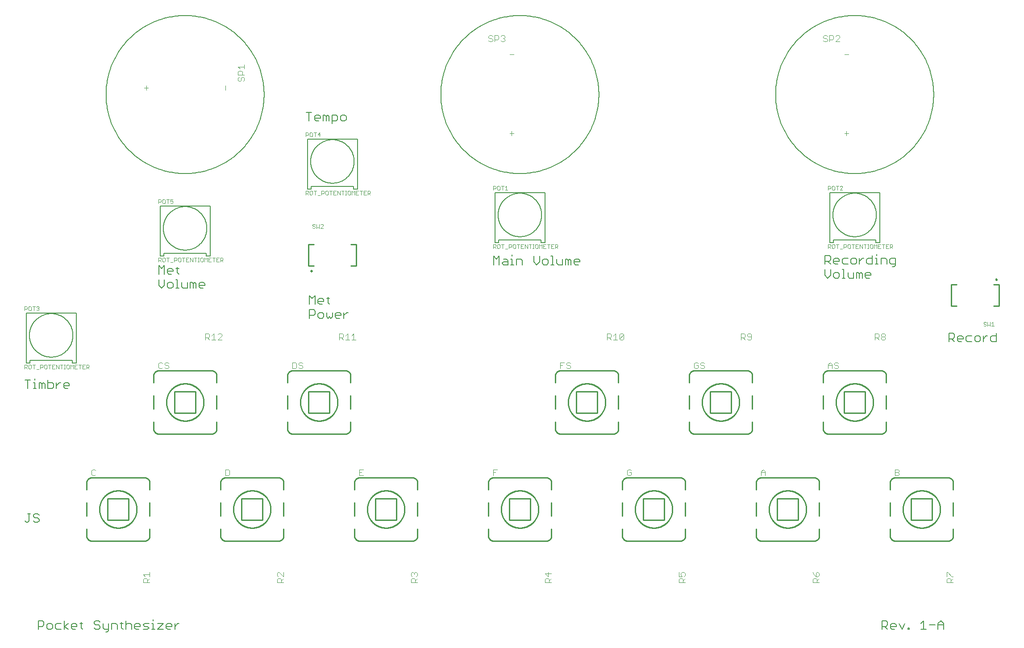
<source format=gbr>
G04 EAGLE Gerber RS-274X export*
G75*
%MOMM*%
%FSLAX34Y34*%
%LPD*%
%INSilkscreen Top*%
%IPPOS*%
%AMOC8*
5,1,8,0,0,1.08239X$1,22.5*%
G01*
%ADD10C,0.152400*%
%ADD11C,0.254000*%
%ADD12C,0.101600*%
%ADD13C,0.076200*%
%ADD14C,0.127000*%


D10*
X76962Y232074D02*
X79674Y229362D01*
X82385Y229362D01*
X85097Y232074D01*
X85097Y245632D01*
X82385Y245632D02*
X87809Y245632D01*
X101469Y245632D02*
X104180Y242920D01*
X101469Y245632D02*
X96045Y245632D01*
X93334Y242920D01*
X93334Y240209D01*
X96045Y237497D01*
X101469Y237497D01*
X104180Y234785D01*
X104180Y232074D01*
X101469Y229362D01*
X96045Y229362D01*
X93334Y232074D01*
X102362Y42432D02*
X102362Y26162D01*
X102362Y42432D02*
X110497Y42432D01*
X113209Y39720D01*
X113209Y34297D01*
X110497Y31585D01*
X102362Y31585D01*
X121445Y26162D02*
X126869Y26162D01*
X129580Y28874D01*
X129580Y34297D01*
X126869Y37009D01*
X121445Y37009D01*
X118734Y34297D01*
X118734Y28874D01*
X121445Y26162D01*
X137817Y37009D02*
X145952Y37009D01*
X137817Y37009D02*
X135105Y34297D01*
X135105Y28874D01*
X137817Y26162D01*
X145952Y26162D01*
X151477Y26162D02*
X151477Y42432D01*
X151477Y31585D02*
X159612Y26162D01*
X151477Y31585D02*
X159612Y37009D01*
X167831Y26162D02*
X173255Y26162D01*
X167831Y26162D02*
X165120Y28874D01*
X165120Y34297D01*
X167831Y37009D01*
X173255Y37009D01*
X175966Y34297D01*
X175966Y31585D01*
X165120Y31585D01*
X184203Y28874D02*
X184203Y39720D01*
X184203Y28874D02*
X186915Y26162D01*
X186915Y37009D02*
X181491Y37009D01*
X216912Y42432D02*
X219624Y39720D01*
X216912Y42432D02*
X211489Y42432D01*
X208777Y39720D01*
X208777Y37009D01*
X211489Y34297D01*
X216912Y34297D01*
X219624Y31585D01*
X219624Y28874D01*
X216912Y26162D01*
X211489Y26162D01*
X208777Y28874D01*
X225149Y28874D02*
X225149Y37009D01*
X225149Y28874D02*
X227860Y26162D01*
X235995Y26162D01*
X235995Y23450D02*
X235995Y37009D01*
X235995Y23450D02*
X233284Y20739D01*
X230572Y20739D01*
X241520Y26162D02*
X241520Y37009D01*
X249655Y37009D01*
X252367Y34297D01*
X252367Y26162D01*
X260603Y28874D02*
X260603Y39720D01*
X260603Y28874D02*
X263315Y26162D01*
X263315Y37009D02*
X257892Y37009D01*
X268806Y42432D02*
X268806Y26162D01*
X268806Y34297D02*
X271518Y37009D01*
X276941Y37009D01*
X279653Y34297D01*
X279653Y26162D01*
X287889Y26162D02*
X293313Y26162D01*
X287889Y26162D02*
X285178Y28874D01*
X285178Y34297D01*
X287889Y37009D01*
X293313Y37009D01*
X296024Y34297D01*
X296024Y31585D01*
X285178Y31585D01*
X301549Y26162D02*
X309684Y26162D01*
X312396Y28874D01*
X309684Y31585D01*
X304261Y31585D01*
X301549Y34297D01*
X304261Y37009D01*
X312396Y37009D01*
X317921Y37009D02*
X320633Y37009D01*
X320633Y26162D01*
X323344Y26162D02*
X317921Y26162D01*
X320633Y42432D02*
X320633Y45144D01*
X328835Y37009D02*
X339682Y37009D01*
X328835Y26162D01*
X339682Y26162D01*
X347918Y26162D02*
X353342Y26162D01*
X347918Y26162D02*
X345207Y28874D01*
X345207Y34297D01*
X347918Y37009D01*
X353342Y37009D01*
X356053Y34297D01*
X356053Y31585D01*
X345207Y31585D01*
X361578Y26162D02*
X361578Y37009D01*
X361578Y31585D02*
X367002Y37009D01*
X369713Y37009D01*
X1702562Y42432D02*
X1702562Y26162D01*
X1702562Y42432D02*
X1710697Y42432D01*
X1713409Y39720D01*
X1713409Y34297D01*
X1710697Y31585D01*
X1702562Y31585D01*
X1707985Y31585D02*
X1713409Y26162D01*
X1721645Y26162D02*
X1727069Y26162D01*
X1721645Y26162D02*
X1718934Y28874D01*
X1718934Y34297D01*
X1721645Y37009D01*
X1727069Y37009D01*
X1729780Y34297D01*
X1729780Y31585D01*
X1718934Y31585D01*
X1735305Y37009D02*
X1740728Y26162D01*
X1746152Y37009D01*
X1751677Y28874D02*
X1751677Y26162D01*
X1751677Y28874D02*
X1754388Y28874D01*
X1754388Y26162D01*
X1751677Y26162D01*
X1776234Y37009D02*
X1781657Y42432D01*
X1781657Y26162D01*
X1776234Y26162D02*
X1787081Y26162D01*
X1792606Y34297D02*
X1803452Y34297D01*
X1808977Y37009D02*
X1808977Y26162D01*
X1808977Y37009D02*
X1814400Y42432D01*
X1819824Y37009D01*
X1819824Y26162D01*
X1819824Y34297D02*
X1808977Y34297D01*
X82385Y483362D02*
X82385Y499632D01*
X76962Y499632D02*
X87809Y499632D01*
X93334Y494209D02*
X96045Y494209D01*
X96045Y483362D01*
X93334Y483362D02*
X98757Y483362D01*
X96045Y499632D02*
X96045Y502344D01*
X104248Y494209D02*
X104248Y483362D01*
X104248Y494209D02*
X106960Y494209D01*
X109671Y491497D01*
X109671Y483362D01*
X109671Y491497D02*
X112383Y494209D01*
X115095Y491497D01*
X115095Y483362D01*
X120620Y483362D02*
X120620Y499632D01*
X120620Y483362D02*
X128754Y483362D01*
X131466Y486074D01*
X131466Y491497D01*
X128754Y494209D01*
X120620Y494209D01*
X136991Y494209D02*
X136991Y483362D01*
X136991Y488785D02*
X142414Y494209D01*
X145126Y494209D01*
X153346Y483362D02*
X158769Y483362D01*
X153346Y483362D02*
X150634Y486074D01*
X150634Y491497D01*
X153346Y494209D01*
X158769Y494209D01*
X161481Y491497D01*
X161481Y488785D01*
X150634Y488785D01*
X330962Y700532D02*
X330962Y716802D01*
X336385Y711379D01*
X341809Y716802D01*
X341809Y700532D01*
X350045Y700532D02*
X355469Y700532D01*
X350045Y700532D02*
X347334Y703244D01*
X347334Y708667D01*
X350045Y711379D01*
X355469Y711379D01*
X358180Y708667D01*
X358180Y705955D01*
X347334Y705955D01*
X366417Y703244D02*
X366417Y714090D01*
X366417Y703244D02*
X369128Y700532D01*
X369128Y711379D02*
X363705Y711379D01*
X330962Y690132D02*
X330962Y679285D01*
X336385Y673862D01*
X341809Y679285D01*
X341809Y690132D01*
X350045Y673862D02*
X355469Y673862D01*
X358180Y676574D01*
X358180Y681997D01*
X355469Y684709D01*
X350045Y684709D01*
X347334Y681997D01*
X347334Y676574D01*
X350045Y673862D01*
X363705Y690132D02*
X366417Y690132D01*
X366417Y673862D01*
X369128Y673862D02*
X363705Y673862D01*
X374620Y676574D02*
X374620Y684709D01*
X374620Y676574D02*
X377331Y673862D01*
X385466Y673862D01*
X385466Y684709D01*
X390991Y684709D02*
X390991Y673862D01*
X390991Y684709D02*
X393703Y684709D01*
X396414Y681997D01*
X396414Y673862D01*
X396414Y681997D02*
X399126Y684709D01*
X401838Y681997D01*
X401838Y673862D01*
X410074Y673862D02*
X415498Y673862D01*
X410074Y673862D02*
X407363Y676574D01*
X407363Y681997D01*
X410074Y684709D01*
X415498Y684709D01*
X418209Y681997D01*
X418209Y679285D01*
X407363Y679285D01*
X616712Y659652D02*
X616712Y643382D01*
X622135Y654229D02*
X616712Y659652D01*
X622135Y654229D02*
X627559Y659652D01*
X627559Y643382D01*
X635795Y643382D02*
X641219Y643382D01*
X635795Y643382D02*
X633084Y646094D01*
X633084Y651517D01*
X635795Y654229D01*
X641219Y654229D01*
X643930Y651517D01*
X643930Y648805D01*
X633084Y648805D01*
X652167Y646094D02*
X652167Y656940D01*
X652167Y646094D02*
X654878Y643382D01*
X654878Y654229D02*
X649455Y654229D01*
X616712Y632982D02*
X616712Y616712D01*
X616712Y632982D02*
X624847Y632982D01*
X627559Y630270D01*
X627559Y624847D01*
X624847Y622135D01*
X616712Y622135D01*
X635795Y616712D02*
X641219Y616712D01*
X643930Y619424D01*
X643930Y624847D01*
X641219Y627559D01*
X635795Y627559D01*
X633084Y624847D01*
X633084Y619424D01*
X635795Y616712D01*
X649455Y619424D02*
X649455Y627559D01*
X649455Y619424D02*
X652167Y616712D01*
X654878Y619424D01*
X657590Y616712D01*
X660302Y619424D01*
X660302Y627559D01*
X668538Y616712D02*
X673962Y616712D01*
X668538Y616712D02*
X665827Y619424D01*
X665827Y624847D01*
X668538Y627559D01*
X673962Y627559D01*
X676673Y624847D01*
X676673Y622135D01*
X665827Y622135D01*
X682198Y616712D02*
X682198Y627559D01*
X682198Y622135D02*
X687622Y627559D01*
X690333Y627559D01*
X615785Y991362D02*
X615785Y1007632D01*
X610362Y1007632D02*
X621209Y1007632D01*
X629445Y991362D02*
X634869Y991362D01*
X629445Y991362D02*
X626734Y994074D01*
X626734Y999497D01*
X629445Y1002209D01*
X634869Y1002209D01*
X637580Y999497D01*
X637580Y996785D01*
X626734Y996785D01*
X643105Y991362D02*
X643105Y1002209D01*
X645817Y1002209D01*
X648528Y999497D01*
X648528Y991362D01*
X648528Y999497D02*
X651240Y1002209D01*
X653952Y999497D01*
X653952Y991362D01*
X659477Y985939D02*
X659477Y1002209D01*
X667612Y1002209D01*
X670323Y999497D01*
X670323Y994074D01*
X667612Y991362D01*
X659477Y991362D01*
X678560Y991362D02*
X683983Y991362D01*
X686695Y994074D01*
X686695Y999497D01*
X683983Y1002209D01*
X678560Y1002209D01*
X675848Y999497D01*
X675848Y994074D01*
X678560Y991362D01*
X965962Y734582D02*
X965962Y718312D01*
X971385Y729159D02*
X965962Y734582D01*
X971385Y729159D02*
X976809Y734582D01*
X976809Y718312D01*
X985045Y729159D02*
X990469Y729159D01*
X993180Y726447D01*
X993180Y718312D01*
X985045Y718312D01*
X982334Y721024D01*
X985045Y723735D01*
X993180Y723735D01*
X998705Y729159D02*
X1001417Y729159D01*
X1001417Y718312D01*
X1004128Y718312D02*
X998705Y718312D01*
X1001417Y734582D02*
X1001417Y737294D01*
X1009620Y729159D02*
X1009620Y718312D01*
X1009620Y729159D02*
X1017754Y729159D01*
X1020466Y726447D01*
X1020466Y718312D01*
X1042363Y723735D02*
X1042363Y734582D01*
X1042363Y723735D02*
X1047786Y718312D01*
X1053209Y723735D01*
X1053209Y734582D01*
X1061446Y718312D02*
X1066869Y718312D01*
X1069581Y721024D01*
X1069581Y726447D01*
X1066869Y729159D01*
X1061446Y729159D01*
X1058734Y726447D01*
X1058734Y721024D01*
X1061446Y718312D01*
X1075106Y734582D02*
X1077817Y734582D01*
X1077817Y718312D01*
X1075106Y718312D02*
X1080529Y718312D01*
X1086020Y721024D02*
X1086020Y729159D01*
X1086020Y721024D02*
X1088732Y718312D01*
X1096867Y718312D01*
X1096867Y729159D01*
X1102392Y729159D02*
X1102392Y718312D01*
X1102392Y729159D02*
X1105103Y729159D01*
X1107815Y726447D01*
X1107815Y718312D01*
X1107815Y726447D02*
X1110527Y729159D01*
X1113238Y726447D01*
X1113238Y718312D01*
X1121475Y718312D02*
X1126898Y718312D01*
X1121475Y718312D02*
X1118763Y721024D01*
X1118763Y726447D01*
X1121475Y729159D01*
X1126898Y729159D01*
X1129610Y726447D01*
X1129610Y723735D01*
X1118763Y723735D01*
X1594612Y719582D02*
X1594612Y735852D01*
X1602747Y735852D01*
X1605459Y733140D01*
X1605459Y727717D01*
X1602747Y725005D01*
X1594612Y725005D01*
X1600035Y725005D02*
X1605459Y719582D01*
X1613695Y719582D02*
X1619119Y719582D01*
X1613695Y719582D02*
X1610984Y722294D01*
X1610984Y727717D01*
X1613695Y730429D01*
X1619119Y730429D01*
X1621830Y727717D01*
X1621830Y725005D01*
X1610984Y725005D01*
X1630067Y730429D02*
X1638202Y730429D01*
X1630067Y730429D02*
X1627355Y727717D01*
X1627355Y722294D01*
X1630067Y719582D01*
X1638202Y719582D01*
X1646438Y719582D02*
X1651862Y719582D01*
X1654573Y722294D01*
X1654573Y727717D01*
X1651862Y730429D01*
X1646438Y730429D01*
X1643727Y727717D01*
X1643727Y722294D01*
X1646438Y719582D01*
X1660098Y719582D02*
X1660098Y730429D01*
X1660098Y725005D02*
X1665522Y730429D01*
X1668233Y730429D01*
X1684588Y735852D02*
X1684588Y719582D01*
X1676453Y719582D01*
X1673741Y722294D01*
X1673741Y727717D01*
X1676453Y730429D01*
X1684588Y730429D01*
X1690113Y730429D02*
X1692824Y730429D01*
X1692824Y719582D01*
X1690113Y719582D02*
X1695536Y719582D01*
X1692824Y735852D02*
X1692824Y738564D01*
X1701027Y730429D02*
X1701027Y719582D01*
X1701027Y730429D02*
X1709162Y730429D01*
X1711874Y727717D01*
X1711874Y719582D01*
X1722822Y714159D02*
X1725534Y714159D01*
X1728245Y716870D01*
X1728245Y730429D01*
X1720110Y730429D01*
X1717399Y727717D01*
X1717399Y722294D01*
X1720110Y719582D01*
X1728245Y719582D01*
X1594612Y709182D02*
X1594612Y698335D01*
X1600035Y692912D01*
X1605459Y698335D01*
X1605459Y709182D01*
X1613695Y692912D02*
X1619119Y692912D01*
X1621830Y695624D01*
X1621830Y701047D01*
X1619119Y703759D01*
X1613695Y703759D01*
X1610984Y701047D01*
X1610984Y695624D01*
X1613695Y692912D01*
X1627355Y709182D02*
X1630067Y709182D01*
X1630067Y692912D01*
X1632778Y692912D02*
X1627355Y692912D01*
X1638270Y695624D02*
X1638270Y703759D01*
X1638270Y695624D02*
X1640981Y692912D01*
X1649116Y692912D01*
X1649116Y703759D01*
X1654641Y703759D02*
X1654641Y692912D01*
X1654641Y703759D02*
X1657353Y703759D01*
X1660064Y701047D01*
X1660064Y692912D01*
X1660064Y701047D02*
X1662776Y703759D01*
X1665488Y701047D01*
X1665488Y692912D01*
X1673724Y692912D02*
X1679148Y692912D01*
X1673724Y692912D02*
X1671013Y695624D01*
X1671013Y701047D01*
X1673724Y703759D01*
X1679148Y703759D01*
X1681859Y701047D01*
X1681859Y698335D01*
X1671013Y698335D01*
X1829562Y588532D02*
X1829562Y572262D01*
X1829562Y588532D02*
X1837697Y588532D01*
X1840409Y585820D01*
X1840409Y580397D01*
X1837697Y577685D01*
X1829562Y577685D01*
X1834985Y577685D02*
X1840409Y572262D01*
X1848645Y572262D02*
X1854069Y572262D01*
X1848645Y572262D02*
X1845934Y574974D01*
X1845934Y580397D01*
X1848645Y583109D01*
X1854069Y583109D01*
X1856780Y580397D01*
X1856780Y577685D01*
X1845934Y577685D01*
X1865017Y583109D02*
X1873152Y583109D01*
X1865017Y583109D02*
X1862305Y580397D01*
X1862305Y574974D01*
X1865017Y572262D01*
X1873152Y572262D01*
X1881388Y572262D02*
X1886812Y572262D01*
X1889523Y574974D01*
X1889523Y580397D01*
X1886812Y583109D01*
X1881388Y583109D01*
X1878677Y580397D01*
X1878677Y574974D01*
X1881388Y572262D01*
X1895048Y572262D02*
X1895048Y583109D01*
X1895048Y577685D02*
X1900472Y583109D01*
X1903183Y583109D01*
X1919538Y588532D02*
X1919538Y572262D01*
X1911403Y572262D01*
X1908691Y574974D01*
X1908691Y580397D01*
X1911403Y583109D01*
X1919538Y583109D01*
D11*
X314000Y204000D02*
X313997Y203758D01*
X313988Y203517D01*
X313974Y203276D01*
X313953Y203035D01*
X313927Y202795D01*
X313895Y202555D01*
X313857Y202316D01*
X313814Y202079D01*
X313764Y201842D01*
X313709Y201607D01*
X313649Y201373D01*
X313582Y201141D01*
X313511Y200910D01*
X313433Y200681D01*
X313350Y200454D01*
X313262Y200229D01*
X313168Y200006D01*
X313069Y199786D01*
X312964Y199568D01*
X312855Y199353D01*
X312740Y199140D01*
X312620Y198930D01*
X312495Y198724D01*
X312365Y198520D01*
X312230Y198319D01*
X312090Y198122D01*
X311946Y197928D01*
X311797Y197738D01*
X311643Y197552D01*
X311485Y197369D01*
X311323Y197190D01*
X311156Y197015D01*
X310985Y196844D01*
X310810Y196677D01*
X310631Y196515D01*
X310448Y196357D01*
X310262Y196203D01*
X310072Y196054D01*
X309878Y195910D01*
X309681Y195770D01*
X309480Y195635D01*
X309276Y195505D01*
X309070Y195380D01*
X308860Y195260D01*
X308647Y195145D01*
X308432Y195036D01*
X308214Y194931D01*
X307994Y194832D01*
X307771Y194738D01*
X307546Y194650D01*
X307319Y194567D01*
X307090Y194489D01*
X306859Y194418D01*
X306627Y194351D01*
X306393Y194291D01*
X306158Y194236D01*
X305921Y194186D01*
X305684Y194143D01*
X305445Y194105D01*
X305205Y194073D01*
X304965Y194047D01*
X304724Y194026D01*
X304483Y194012D01*
X304242Y194003D01*
X304000Y194000D01*
X204000Y194000D01*
X203758Y194003D01*
X203517Y194012D01*
X203276Y194026D01*
X203035Y194047D01*
X202795Y194073D01*
X202555Y194105D01*
X202316Y194143D01*
X202079Y194186D01*
X201842Y194236D01*
X201607Y194291D01*
X201373Y194351D01*
X201141Y194418D01*
X200910Y194489D01*
X200681Y194567D01*
X200454Y194650D01*
X200229Y194738D01*
X200006Y194832D01*
X199786Y194931D01*
X199568Y195036D01*
X199353Y195145D01*
X199140Y195260D01*
X198930Y195380D01*
X198724Y195505D01*
X198520Y195635D01*
X198319Y195770D01*
X198122Y195910D01*
X197928Y196054D01*
X197738Y196203D01*
X197552Y196357D01*
X197369Y196515D01*
X197190Y196677D01*
X197015Y196844D01*
X196844Y197015D01*
X196677Y197190D01*
X196515Y197369D01*
X196357Y197552D01*
X196203Y197738D01*
X196054Y197928D01*
X195910Y198122D01*
X195770Y198319D01*
X195635Y198520D01*
X195505Y198724D01*
X195380Y198930D01*
X195260Y199140D01*
X195145Y199353D01*
X195036Y199568D01*
X194931Y199786D01*
X194832Y200006D01*
X194738Y200229D01*
X194650Y200454D01*
X194567Y200681D01*
X194489Y200910D01*
X194418Y201141D01*
X194351Y201373D01*
X194291Y201607D01*
X194236Y201842D01*
X194186Y202079D01*
X194143Y202316D01*
X194105Y202555D01*
X194073Y202795D01*
X194047Y203035D01*
X194026Y203276D01*
X194012Y203517D01*
X194003Y203758D01*
X194000Y204000D01*
X194000Y304000D02*
X194003Y304242D01*
X194012Y304483D01*
X194026Y304724D01*
X194047Y304965D01*
X194073Y305205D01*
X194105Y305445D01*
X194143Y305684D01*
X194186Y305921D01*
X194236Y306158D01*
X194291Y306393D01*
X194351Y306627D01*
X194418Y306859D01*
X194489Y307090D01*
X194567Y307319D01*
X194650Y307546D01*
X194738Y307771D01*
X194832Y307994D01*
X194931Y308214D01*
X195036Y308432D01*
X195145Y308647D01*
X195260Y308860D01*
X195380Y309070D01*
X195505Y309276D01*
X195635Y309480D01*
X195770Y309681D01*
X195910Y309878D01*
X196054Y310072D01*
X196203Y310262D01*
X196357Y310448D01*
X196515Y310631D01*
X196677Y310810D01*
X196844Y310985D01*
X197015Y311156D01*
X197190Y311323D01*
X197369Y311485D01*
X197552Y311643D01*
X197738Y311797D01*
X197928Y311946D01*
X198122Y312090D01*
X198319Y312230D01*
X198520Y312365D01*
X198724Y312495D01*
X198930Y312620D01*
X199140Y312740D01*
X199353Y312855D01*
X199568Y312964D01*
X199786Y313069D01*
X200006Y313168D01*
X200229Y313262D01*
X200454Y313350D01*
X200681Y313433D01*
X200910Y313511D01*
X201141Y313582D01*
X201373Y313649D01*
X201607Y313709D01*
X201842Y313764D01*
X202079Y313814D01*
X202316Y313857D01*
X202555Y313895D01*
X202795Y313927D01*
X203035Y313953D01*
X203276Y313974D01*
X203517Y313988D01*
X203758Y313997D01*
X204000Y314000D01*
X304000Y314000D01*
X304242Y313997D01*
X304483Y313988D01*
X304724Y313974D01*
X304965Y313953D01*
X305205Y313927D01*
X305445Y313895D01*
X305684Y313857D01*
X305921Y313814D01*
X306158Y313764D01*
X306393Y313709D01*
X306627Y313649D01*
X306859Y313582D01*
X307090Y313511D01*
X307319Y313433D01*
X307546Y313350D01*
X307771Y313262D01*
X307994Y313168D01*
X308214Y313069D01*
X308432Y312964D01*
X308647Y312855D01*
X308860Y312740D01*
X309070Y312620D01*
X309276Y312495D01*
X309480Y312365D01*
X309681Y312230D01*
X309878Y312090D01*
X310072Y311946D01*
X310262Y311797D01*
X310448Y311643D01*
X310631Y311485D01*
X310810Y311323D01*
X310985Y311156D01*
X311156Y310985D01*
X311323Y310810D01*
X311485Y310631D01*
X311643Y310448D01*
X311797Y310262D01*
X311946Y310072D01*
X312090Y309878D01*
X312230Y309681D01*
X312365Y309480D01*
X312495Y309276D01*
X312620Y309070D01*
X312740Y308860D01*
X312855Y308647D01*
X312964Y308432D01*
X313069Y308214D01*
X313168Y307994D01*
X313262Y307771D01*
X313350Y307546D01*
X313433Y307319D01*
X313511Y307090D01*
X313582Y306859D01*
X313649Y306627D01*
X313709Y306393D01*
X313764Y306158D01*
X313814Y305921D01*
X313857Y305684D01*
X313895Y305445D01*
X313927Y305205D01*
X313953Y304965D01*
X313974Y304724D01*
X313988Y304483D01*
X313997Y304242D01*
X314000Y304000D01*
X218645Y254000D02*
X218656Y254868D01*
X218688Y255735D01*
X218741Y256601D01*
X218815Y257465D01*
X218911Y258328D01*
X219028Y259188D01*
X219166Y260044D01*
X219324Y260897D01*
X219504Y261746D01*
X219705Y262591D01*
X219926Y263430D01*
X220167Y264263D01*
X220429Y265090D01*
X220712Y265911D01*
X221014Y266724D01*
X221336Y267530D01*
X221678Y268327D01*
X222039Y269116D01*
X222420Y269896D01*
X222820Y270666D01*
X223238Y271426D01*
X223675Y272176D01*
X224130Y272915D01*
X224603Y273642D01*
X225094Y274358D01*
X225603Y275061D01*
X226128Y275752D01*
X226670Y276429D01*
X227229Y277093D01*
X227804Y277743D01*
X228394Y278379D01*
X229000Y279000D01*
X229621Y279606D01*
X230257Y280196D01*
X230907Y280771D01*
X231571Y281330D01*
X232248Y281872D01*
X232939Y282397D01*
X233642Y282906D01*
X234358Y283397D01*
X235085Y283870D01*
X235824Y284325D01*
X236574Y284762D01*
X237334Y285180D01*
X238104Y285580D01*
X238884Y285961D01*
X239673Y286322D01*
X240470Y286664D01*
X241276Y286986D01*
X242089Y287288D01*
X242910Y287571D01*
X243737Y287833D01*
X244570Y288074D01*
X245409Y288295D01*
X246254Y288496D01*
X247103Y288676D01*
X247956Y288834D01*
X248812Y288972D01*
X249672Y289089D01*
X250535Y289185D01*
X251399Y289259D01*
X252265Y289312D01*
X253132Y289344D01*
X254000Y289355D01*
X254868Y289344D01*
X255735Y289312D01*
X256601Y289259D01*
X257465Y289185D01*
X258328Y289089D01*
X259188Y288972D01*
X260044Y288834D01*
X260897Y288676D01*
X261746Y288496D01*
X262591Y288295D01*
X263430Y288074D01*
X264263Y287833D01*
X265090Y287571D01*
X265911Y287288D01*
X266724Y286986D01*
X267530Y286664D01*
X268327Y286322D01*
X269116Y285961D01*
X269896Y285580D01*
X270666Y285180D01*
X271426Y284762D01*
X272176Y284325D01*
X272915Y283870D01*
X273642Y283397D01*
X274358Y282906D01*
X275061Y282397D01*
X275752Y281872D01*
X276429Y281330D01*
X277093Y280771D01*
X277743Y280196D01*
X278379Y279606D01*
X279000Y279000D01*
X279606Y278379D01*
X280196Y277743D01*
X280771Y277093D01*
X281330Y276429D01*
X281872Y275752D01*
X282397Y275061D01*
X282906Y274358D01*
X283397Y273642D01*
X283870Y272915D01*
X284325Y272176D01*
X284762Y271426D01*
X285180Y270666D01*
X285580Y269896D01*
X285961Y269116D01*
X286322Y268327D01*
X286664Y267530D01*
X286986Y266724D01*
X287288Y265911D01*
X287571Y265090D01*
X287833Y264263D01*
X288074Y263430D01*
X288295Y262591D01*
X288496Y261746D01*
X288676Y260897D01*
X288834Y260044D01*
X288972Y259188D01*
X289089Y258328D01*
X289185Y257465D01*
X289259Y256601D01*
X289312Y255735D01*
X289344Y254868D01*
X289355Y254000D01*
X289344Y253132D01*
X289312Y252265D01*
X289259Y251399D01*
X289185Y250535D01*
X289089Y249672D01*
X288972Y248812D01*
X288834Y247956D01*
X288676Y247103D01*
X288496Y246254D01*
X288295Y245409D01*
X288074Y244570D01*
X287833Y243737D01*
X287571Y242910D01*
X287288Y242089D01*
X286986Y241276D01*
X286664Y240470D01*
X286322Y239673D01*
X285961Y238884D01*
X285580Y238104D01*
X285180Y237334D01*
X284762Y236574D01*
X284325Y235824D01*
X283870Y235085D01*
X283397Y234358D01*
X282906Y233642D01*
X282397Y232939D01*
X281872Y232248D01*
X281330Y231571D01*
X280771Y230907D01*
X280196Y230257D01*
X279606Y229621D01*
X279000Y229000D01*
X278379Y228394D01*
X277743Y227804D01*
X277093Y227229D01*
X276429Y226670D01*
X275752Y226128D01*
X275061Y225603D01*
X274358Y225094D01*
X273642Y224603D01*
X272915Y224130D01*
X272176Y223675D01*
X271426Y223238D01*
X270666Y222820D01*
X269896Y222420D01*
X269116Y222039D01*
X268327Y221678D01*
X267530Y221336D01*
X266724Y221014D01*
X265911Y220712D01*
X265090Y220429D01*
X264263Y220167D01*
X263430Y219926D01*
X262591Y219705D01*
X261746Y219504D01*
X260897Y219324D01*
X260044Y219166D01*
X259188Y219028D01*
X258328Y218911D01*
X257465Y218815D01*
X256601Y218741D01*
X255735Y218688D01*
X254868Y218656D01*
X254000Y218645D01*
X253132Y218656D01*
X252265Y218688D01*
X251399Y218741D01*
X250535Y218815D01*
X249672Y218911D01*
X248812Y219028D01*
X247956Y219166D01*
X247103Y219324D01*
X246254Y219504D01*
X245409Y219705D01*
X244570Y219926D01*
X243737Y220167D01*
X242910Y220429D01*
X242089Y220712D01*
X241276Y221014D01*
X240470Y221336D01*
X239673Y221678D01*
X238884Y222039D01*
X238104Y222420D01*
X237334Y222820D01*
X236574Y223238D01*
X235824Y223675D01*
X235085Y224130D01*
X234358Y224603D01*
X233642Y225094D01*
X232939Y225603D01*
X232248Y226128D01*
X231571Y226670D01*
X230907Y227229D01*
X230257Y227804D01*
X229621Y228394D01*
X229000Y229000D01*
X228394Y229621D01*
X227804Y230257D01*
X227229Y230907D01*
X226670Y231571D01*
X226128Y232248D01*
X225603Y232939D01*
X225094Y233642D01*
X224603Y234358D01*
X224130Y235085D01*
X223675Y235824D01*
X223238Y236574D01*
X222820Y237334D01*
X222420Y238104D01*
X222039Y238884D01*
X221678Y239673D01*
X221336Y240470D01*
X221014Y241276D01*
X220712Y242089D01*
X220429Y242910D01*
X220167Y243737D01*
X219926Y244570D01*
X219705Y245409D01*
X219504Y246254D01*
X219324Y247103D01*
X219166Y247956D01*
X219028Y248812D01*
X218911Y249672D01*
X218815Y250535D01*
X218741Y251399D01*
X218688Y252265D01*
X218656Y253132D01*
X218645Y254000D01*
X234000Y274000D02*
X274000Y274000D01*
X274000Y234000D01*
X234000Y234000D01*
X234000Y274000D01*
X194000Y291500D02*
X194000Y304000D01*
X194000Y266500D02*
X194000Y241500D01*
X194000Y216500D02*
X194000Y204000D01*
X314000Y291500D02*
X314000Y304000D01*
X314000Y266500D02*
X314000Y241500D01*
X314000Y216500D02*
X314000Y204000D01*
D12*
X211504Y327753D02*
X209555Y329702D01*
X205657Y329702D01*
X203708Y327753D01*
X203708Y319957D01*
X205657Y318008D01*
X209555Y318008D01*
X211504Y319957D01*
D11*
X431000Y397200D02*
X431242Y397203D01*
X431483Y397212D01*
X431724Y397226D01*
X431965Y397247D01*
X432205Y397273D01*
X432445Y397305D01*
X432684Y397343D01*
X432921Y397386D01*
X433158Y397436D01*
X433393Y397491D01*
X433627Y397551D01*
X433859Y397618D01*
X434090Y397689D01*
X434319Y397767D01*
X434546Y397850D01*
X434771Y397938D01*
X434994Y398032D01*
X435214Y398131D01*
X435432Y398236D01*
X435647Y398345D01*
X435860Y398460D01*
X436070Y398580D01*
X436276Y398705D01*
X436480Y398835D01*
X436681Y398970D01*
X436878Y399110D01*
X437072Y399254D01*
X437262Y399403D01*
X437448Y399557D01*
X437631Y399715D01*
X437810Y399877D01*
X437985Y400044D01*
X438156Y400215D01*
X438323Y400390D01*
X438485Y400569D01*
X438643Y400752D01*
X438797Y400938D01*
X438946Y401128D01*
X439090Y401322D01*
X439230Y401519D01*
X439365Y401720D01*
X439495Y401924D01*
X439620Y402130D01*
X439740Y402340D01*
X439855Y402553D01*
X439964Y402768D01*
X440069Y402986D01*
X440168Y403206D01*
X440262Y403429D01*
X440350Y403654D01*
X440433Y403881D01*
X440511Y404110D01*
X440582Y404341D01*
X440649Y404573D01*
X440709Y404807D01*
X440764Y405042D01*
X440814Y405279D01*
X440857Y405516D01*
X440895Y405755D01*
X440927Y405995D01*
X440953Y406235D01*
X440974Y406476D01*
X440988Y406717D01*
X440997Y406958D01*
X441000Y407200D01*
X431000Y397200D02*
X331000Y397200D01*
X330758Y397203D01*
X330517Y397212D01*
X330276Y397226D01*
X330035Y397247D01*
X329795Y397273D01*
X329555Y397305D01*
X329316Y397343D01*
X329079Y397386D01*
X328842Y397436D01*
X328607Y397491D01*
X328373Y397551D01*
X328141Y397618D01*
X327910Y397689D01*
X327681Y397767D01*
X327454Y397850D01*
X327229Y397938D01*
X327006Y398032D01*
X326786Y398131D01*
X326568Y398236D01*
X326353Y398345D01*
X326140Y398460D01*
X325930Y398580D01*
X325724Y398705D01*
X325520Y398835D01*
X325319Y398970D01*
X325122Y399110D01*
X324928Y399254D01*
X324738Y399403D01*
X324552Y399557D01*
X324369Y399715D01*
X324190Y399877D01*
X324015Y400044D01*
X323844Y400215D01*
X323677Y400390D01*
X323515Y400569D01*
X323357Y400752D01*
X323203Y400938D01*
X323054Y401128D01*
X322910Y401322D01*
X322770Y401519D01*
X322635Y401720D01*
X322505Y401924D01*
X322380Y402130D01*
X322260Y402340D01*
X322145Y402553D01*
X322036Y402768D01*
X321931Y402986D01*
X321832Y403206D01*
X321738Y403429D01*
X321650Y403654D01*
X321567Y403881D01*
X321489Y404110D01*
X321418Y404341D01*
X321351Y404573D01*
X321291Y404807D01*
X321236Y405042D01*
X321186Y405279D01*
X321143Y405516D01*
X321105Y405755D01*
X321073Y405995D01*
X321047Y406235D01*
X321026Y406476D01*
X321012Y406717D01*
X321003Y406958D01*
X321000Y407200D01*
X321000Y507200D02*
X321003Y507442D01*
X321012Y507683D01*
X321026Y507924D01*
X321047Y508165D01*
X321073Y508405D01*
X321105Y508645D01*
X321143Y508884D01*
X321186Y509121D01*
X321236Y509358D01*
X321291Y509593D01*
X321351Y509827D01*
X321418Y510059D01*
X321489Y510290D01*
X321567Y510519D01*
X321650Y510746D01*
X321738Y510971D01*
X321832Y511194D01*
X321931Y511414D01*
X322036Y511632D01*
X322145Y511847D01*
X322260Y512060D01*
X322380Y512270D01*
X322505Y512476D01*
X322635Y512680D01*
X322770Y512881D01*
X322910Y513078D01*
X323054Y513272D01*
X323203Y513462D01*
X323357Y513648D01*
X323515Y513831D01*
X323677Y514010D01*
X323844Y514185D01*
X324015Y514356D01*
X324190Y514523D01*
X324369Y514685D01*
X324552Y514843D01*
X324738Y514997D01*
X324928Y515146D01*
X325122Y515290D01*
X325319Y515430D01*
X325520Y515565D01*
X325724Y515695D01*
X325930Y515820D01*
X326140Y515940D01*
X326353Y516055D01*
X326568Y516164D01*
X326786Y516269D01*
X327006Y516368D01*
X327229Y516462D01*
X327454Y516550D01*
X327681Y516633D01*
X327910Y516711D01*
X328141Y516782D01*
X328373Y516849D01*
X328607Y516909D01*
X328842Y516964D01*
X329079Y517014D01*
X329316Y517057D01*
X329555Y517095D01*
X329795Y517127D01*
X330035Y517153D01*
X330276Y517174D01*
X330517Y517188D01*
X330758Y517197D01*
X331000Y517200D01*
X431000Y517200D01*
X431242Y517197D01*
X431483Y517188D01*
X431724Y517174D01*
X431965Y517153D01*
X432205Y517127D01*
X432445Y517095D01*
X432684Y517057D01*
X432921Y517014D01*
X433158Y516964D01*
X433393Y516909D01*
X433627Y516849D01*
X433859Y516782D01*
X434090Y516711D01*
X434319Y516633D01*
X434546Y516550D01*
X434771Y516462D01*
X434994Y516368D01*
X435214Y516269D01*
X435432Y516164D01*
X435647Y516055D01*
X435860Y515940D01*
X436070Y515820D01*
X436276Y515695D01*
X436480Y515565D01*
X436681Y515430D01*
X436878Y515290D01*
X437072Y515146D01*
X437262Y514997D01*
X437448Y514843D01*
X437631Y514685D01*
X437810Y514523D01*
X437985Y514356D01*
X438156Y514185D01*
X438323Y514010D01*
X438485Y513831D01*
X438643Y513648D01*
X438797Y513462D01*
X438946Y513272D01*
X439090Y513078D01*
X439230Y512881D01*
X439365Y512680D01*
X439495Y512476D01*
X439620Y512270D01*
X439740Y512060D01*
X439855Y511847D01*
X439964Y511632D01*
X440069Y511414D01*
X440168Y511194D01*
X440262Y510971D01*
X440350Y510746D01*
X440433Y510519D01*
X440511Y510290D01*
X440582Y510059D01*
X440649Y509827D01*
X440709Y509593D01*
X440764Y509358D01*
X440814Y509121D01*
X440857Y508884D01*
X440895Y508645D01*
X440927Y508405D01*
X440953Y508165D01*
X440974Y507924D01*
X440988Y507683D01*
X440997Y507442D01*
X441000Y507200D01*
X345645Y457200D02*
X345656Y458068D01*
X345688Y458935D01*
X345741Y459801D01*
X345815Y460665D01*
X345911Y461528D01*
X346028Y462388D01*
X346166Y463244D01*
X346324Y464097D01*
X346504Y464946D01*
X346705Y465791D01*
X346926Y466630D01*
X347167Y467463D01*
X347429Y468290D01*
X347712Y469111D01*
X348014Y469924D01*
X348336Y470730D01*
X348678Y471527D01*
X349039Y472316D01*
X349420Y473096D01*
X349820Y473866D01*
X350238Y474626D01*
X350675Y475376D01*
X351130Y476115D01*
X351603Y476842D01*
X352094Y477558D01*
X352603Y478261D01*
X353128Y478952D01*
X353670Y479629D01*
X354229Y480293D01*
X354804Y480943D01*
X355394Y481579D01*
X356000Y482200D01*
X356621Y482806D01*
X357257Y483396D01*
X357907Y483971D01*
X358571Y484530D01*
X359248Y485072D01*
X359939Y485597D01*
X360642Y486106D01*
X361358Y486597D01*
X362085Y487070D01*
X362824Y487525D01*
X363574Y487962D01*
X364334Y488380D01*
X365104Y488780D01*
X365884Y489161D01*
X366673Y489522D01*
X367470Y489864D01*
X368276Y490186D01*
X369089Y490488D01*
X369910Y490771D01*
X370737Y491033D01*
X371570Y491274D01*
X372409Y491495D01*
X373254Y491696D01*
X374103Y491876D01*
X374956Y492034D01*
X375812Y492172D01*
X376672Y492289D01*
X377535Y492385D01*
X378399Y492459D01*
X379265Y492512D01*
X380132Y492544D01*
X381000Y492555D01*
X381868Y492544D01*
X382735Y492512D01*
X383601Y492459D01*
X384465Y492385D01*
X385328Y492289D01*
X386188Y492172D01*
X387044Y492034D01*
X387897Y491876D01*
X388746Y491696D01*
X389591Y491495D01*
X390430Y491274D01*
X391263Y491033D01*
X392090Y490771D01*
X392911Y490488D01*
X393724Y490186D01*
X394530Y489864D01*
X395327Y489522D01*
X396116Y489161D01*
X396896Y488780D01*
X397666Y488380D01*
X398426Y487962D01*
X399176Y487525D01*
X399915Y487070D01*
X400642Y486597D01*
X401358Y486106D01*
X402061Y485597D01*
X402752Y485072D01*
X403429Y484530D01*
X404093Y483971D01*
X404743Y483396D01*
X405379Y482806D01*
X406000Y482200D01*
X406606Y481579D01*
X407196Y480943D01*
X407771Y480293D01*
X408330Y479629D01*
X408872Y478952D01*
X409397Y478261D01*
X409906Y477558D01*
X410397Y476842D01*
X410870Y476115D01*
X411325Y475376D01*
X411762Y474626D01*
X412180Y473866D01*
X412580Y473096D01*
X412961Y472316D01*
X413322Y471527D01*
X413664Y470730D01*
X413986Y469924D01*
X414288Y469111D01*
X414571Y468290D01*
X414833Y467463D01*
X415074Y466630D01*
X415295Y465791D01*
X415496Y464946D01*
X415676Y464097D01*
X415834Y463244D01*
X415972Y462388D01*
X416089Y461528D01*
X416185Y460665D01*
X416259Y459801D01*
X416312Y458935D01*
X416344Y458068D01*
X416355Y457200D01*
X416344Y456332D01*
X416312Y455465D01*
X416259Y454599D01*
X416185Y453735D01*
X416089Y452872D01*
X415972Y452012D01*
X415834Y451156D01*
X415676Y450303D01*
X415496Y449454D01*
X415295Y448609D01*
X415074Y447770D01*
X414833Y446937D01*
X414571Y446110D01*
X414288Y445289D01*
X413986Y444476D01*
X413664Y443670D01*
X413322Y442873D01*
X412961Y442084D01*
X412580Y441304D01*
X412180Y440534D01*
X411762Y439774D01*
X411325Y439024D01*
X410870Y438285D01*
X410397Y437558D01*
X409906Y436842D01*
X409397Y436139D01*
X408872Y435448D01*
X408330Y434771D01*
X407771Y434107D01*
X407196Y433457D01*
X406606Y432821D01*
X406000Y432200D01*
X405379Y431594D01*
X404743Y431004D01*
X404093Y430429D01*
X403429Y429870D01*
X402752Y429328D01*
X402061Y428803D01*
X401358Y428294D01*
X400642Y427803D01*
X399915Y427330D01*
X399176Y426875D01*
X398426Y426438D01*
X397666Y426020D01*
X396896Y425620D01*
X396116Y425239D01*
X395327Y424878D01*
X394530Y424536D01*
X393724Y424214D01*
X392911Y423912D01*
X392090Y423629D01*
X391263Y423367D01*
X390430Y423126D01*
X389591Y422905D01*
X388746Y422704D01*
X387897Y422524D01*
X387044Y422366D01*
X386188Y422228D01*
X385328Y422111D01*
X384465Y422015D01*
X383601Y421941D01*
X382735Y421888D01*
X381868Y421856D01*
X381000Y421845D01*
X380132Y421856D01*
X379265Y421888D01*
X378399Y421941D01*
X377535Y422015D01*
X376672Y422111D01*
X375812Y422228D01*
X374956Y422366D01*
X374103Y422524D01*
X373254Y422704D01*
X372409Y422905D01*
X371570Y423126D01*
X370737Y423367D01*
X369910Y423629D01*
X369089Y423912D01*
X368276Y424214D01*
X367470Y424536D01*
X366673Y424878D01*
X365884Y425239D01*
X365104Y425620D01*
X364334Y426020D01*
X363574Y426438D01*
X362824Y426875D01*
X362085Y427330D01*
X361358Y427803D01*
X360642Y428294D01*
X359939Y428803D01*
X359248Y429328D01*
X358571Y429870D01*
X357907Y430429D01*
X357257Y431004D01*
X356621Y431594D01*
X356000Y432200D01*
X355394Y432821D01*
X354804Y433457D01*
X354229Y434107D01*
X353670Y434771D01*
X353128Y435448D01*
X352603Y436139D01*
X352094Y436842D01*
X351603Y437558D01*
X351130Y438285D01*
X350675Y439024D01*
X350238Y439774D01*
X349820Y440534D01*
X349420Y441304D01*
X349039Y442084D01*
X348678Y442873D01*
X348336Y443670D01*
X348014Y444476D01*
X347712Y445289D01*
X347429Y446110D01*
X347167Y446937D01*
X346926Y447770D01*
X346705Y448609D01*
X346504Y449454D01*
X346324Y450303D01*
X346166Y451156D01*
X346028Y452012D01*
X345911Y452872D01*
X345815Y453735D01*
X345741Y454599D01*
X345688Y455465D01*
X345656Y456332D01*
X345645Y457200D01*
X361000Y477200D02*
X401000Y477200D01*
X401000Y437200D01*
X361000Y437200D01*
X361000Y477200D01*
X321000Y494700D02*
X321000Y507200D01*
X321000Y469700D02*
X321000Y444700D01*
X321000Y419700D02*
X321000Y407200D01*
X441000Y494700D02*
X441000Y507200D01*
X441000Y469700D02*
X441000Y444700D01*
X441000Y419700D02*
X441000Y407200D01*
D12*
X338504Y530953D02*
X336555Y532902D01*
X332657Y532902D01*
X330708Y530953D01*
X330708Y523157D01*
X332657Y521208D01*
X336555Y521208D01*
X338504Y523157D01*
X348249Y532902D02*
X350198Y530953D01*
X348249Y532902D02*
X344351Y532902D01*
X342402Y530953D01*
X342402Y529004D01*
X344351Y527055D01*
X348249Y527055D01*
X350198Y525106D01*
X350198Y523157D01*
X348249Y521208D01*
X344351Y521208D01*
X342402Y523157D01*
X313182Y114808D02*
X301488Y114808D01*
X301488Y120655D01*
X303437Y122604D01*
X307335Y122604D01*
X309284Y120655D01*
X309284Y114808D01*
X309284Y118706D02*
X313182Y122604D01*
X305386Y126502D02*
X301488Y130400D01*
X313182Y130400D01*
X313182Y126502D02*
X313182Y134298D01*
D11*
X558000Y194000D02*
X558242Y194003D01*
X558483Y194012D01*
X558724Y194026D01*
X558965Y194047D01*
X559205Y194073D01*
X559445Y194105D01*
X559684Y194143D01*
X559921Y194186D01*
X560158Y194236D01*
X560393Y194291D01*
X560627Y194351D01*
X560859Y194418D01*
X561090Y194489D01*
X561319Y194567D01*
X561546Y194650D01*
X561771Y194738D01*
X561994Y194832D01*
X562214Y194931D01*
X562432Y195036D01*
X562647Y195145D01*
X562860Y195260D01*
X563070Y195380D01*
X563276Y195505D01*
X563480Y195635D01*
X563681Y195770D01*
X563878Y195910D01*
X564072Y196054D01*
X564262Y196203D01*
X564448Y196357D01*
X564631Y196515D01*
X564810Y196677D01*
X564985Y196844D01*
X565156Y197015D01*
X565323Y197190D01*
X565485Y197369D01*
X565643Y197552D01*
X565797Y197738D01*
X565946Y197928D01*
X566090Y198122D01*
X566230Y198319D01*
X566365Y198520D01*
X566495Y198724D01*
X566620Y198930D01*
X566740Y199140D01*
X566855Y199353D01*
X566964Y199568D01*
X567069Y199786D01*
X567168Y200006D01*
X567262Y200229D01*
X567350Y200454D01*
X567433Y200681D01*
X567511Y200910D01*
X567582Y201141D01*
X567649Y201373D01*
X567709Y201607D01*
X567764Y201842D01*
X567814Y202079D01*
X567857Y202316D01*
X567895Y202555D01*
X567927Y202795D01*
X567953Y203035D01*
X567974Y203276D01*
X567988Y203517D01*
X567997Y203758D01*
X568000Y204000D01*
X558000Y194000D02*
X458000Y194000D01*
X457758Y194003D01*
X457517Y194012D01*
X457276Y194026D01*
X457035Y194047D01*
X456795Y194073D01*
X456555Y194105D01*
X456316Y194143D01*
X456079Y194186D01*
X455842Y194236D01*
X455607Y194291D01*
X455373Y194351D01*
X455141Y194418D01*
X454910Y194489D01*
X454681Y194567D01*
X454454Y194650D01*
X454229Y194738D01*
X454006Y194832D01*
X453786Y194931D01*
X453568Y195036D01*
X453353Y195145D01*
X453140Y195260D01*
X452930Y195380D01*
X452724Y195505D01*
X452520Y195635D01*
X452319Y195770D01*
X452122Y195910D01*
X451928Y196054D01*
X451738Y196203D01*
X451552Y196357D01*
X451369Y196515D01*
X451190Y196677D01*
X451015Y196844D01*
X450844Y197015D01*
X450677Y197190D01*
X450515Y197369D01*
X450357Y197552D01*
X450203Y197738D01*
X450054Y197928D01*
X449910Y198122D01*
X449770Y198319D01*
X449635Y198520D01*
X449505Y198724D01*
X449380Y198930D01*
X449260Y199140D01*
X449145Y199353D01*
X449036Y199568D01*
X448931Y199786D01*
X448832Y200006D01*
X448738Y200229D01*
X448650Y200454D01*
X448567Y200681D01*
X448489Y200910D01*
X448418Y201141D01*
X448351Y201373D01*
X448291Y201607D01*
X448236Y201842D01*
X448186Y202079D01*
X448143Y202316D01*
X448105Y202555D01*
X448073Y202795D01*
X448047Y203035D01*
X448026Y203276D01*
X448012Y203517D01*
X448003Y203758D01*
X448000Y204000D01*
X448000Y304000D02*
X448003Y304242D01*
X448012Y304483D01*
X448026Y304724D01*
X448047Y304965D01*
X448073Y305205D01*
X448105Y305445D01*
X448143Y305684D01*
X448186Y305921D01*
X448236Y306158D01*
X448291Y306393D01*
X448351Y306627D01*
X448418Y306859D01*
X448489Y307090D01*
X448567Y307319D01*
X448650Y307546D01*
X448738Y307771D01*
X448832Y307994D01*
X448931Y308214D01*
X449036Y308432D01*
X449145Y308647D01*
X449260Y308860D01*
X449380Y309070D01*
X449505Y309276D01*
X449635Y309480D01*
X449770Y309681D01*
X449910Y309878D01*
X450054Y310072D01*
X450203Y310262D01*
X450357Y310448D01*
X450515Y310631D01*
X450677Y310810D01*
X450844Y310985D01*
X451015Y311156D01*
X451190Y311323D01*
X451369Y311485D01*
X451552Y311643D01*
X451738Y311797D01*
X451928Y311946D01*
X452122Y312090D01*
X452319Y312230D01*
X452520Y312365D01*
X452724Y312495D01*
X452930Y312620D01*
X453140Y312740D01*
X453353Y312855D01*
X453568Y312964D01*
X453786Y313069D01*
X454006Y313168D01*
X454229Y313262D01*
X454454Y313350D01*
X454681Y313433D01*
X454910Y313511D01*
X455141Y313582D01*
X455373Y313649D01*
X455607Y313709D01*
X455842Y313764D01*
X456079Y313814D01*
X456316Y313857D01*
X456555Y313895D01*
X456795Y313927D01*
X457035Y313953D01*
X457276Y313974D01*
X457517Y313988D01*
X457758Y313997D01*
X458000Y314000D01*
X558000Y314000D01*
X558242Y313997D01*
X558483Y313988D01*
X558724Y313974D01*
X558965Y313953D01*
X559205Y313927D01*
X559445Y313895D01*
X559684Y313857D01*
X559921Y313814D01*
X560158Y313764D01*
X560393Y313709D01*
X560627Y313649D01*
X560859Y313582D01*
X561090Y313511D01*
X561319Y313433D01*
X561546Y313350D01*
X561771Y313262D01*
X561994Y313168D01*
X562214Y313069D01*
X562432Y312964D01*
X562647Y312855D01*
X562860Y312740D01*
X563070Y312620D01*
X563276Y312495D01*
X563480Y312365D01*
X563681Y312230D01*
X563878Y312090D01*
X564072Y311946D01*
X564262Y311797D01*
X564448Y311643D01*
X564631Y311485D01*
X564810Y311323D01*
X564985Y311156D01*
X565156Y310985D01*
X565323Y310810D01*
X565485Y310631D01*
X565643Y310448D01*
X565797Y310262D01*
X565946Y310072D01*
X566090Y309878D01*
X566230Y309681D01*
X566365Y309480D01*
X566495Y309276D01*
X566620Y309070D01*
X566740Y308860D01*
X566855Y308647D01*
X566964Y308432D01*
X567069Y308214D01*
X567168Y307994D01*
X567262Y307771D01*
X567350Y307546D01*
X567433Y307319D01*
X567511Y307090D01*
X567582Y306859D01*
X567649Y306627D01*
X567709Y306393D01*
X567764Y306158D01*
X567814Y305921D01*
X567857Y305684D01*
X567895Y305445D01*
X567927Y305205D01*
X567953Y304965D01*
X567974Y304724D01*
X567988Y304483D01*
X567997Y304242D01*
X568000Y304000D01*
X472645Y254000D02*
X472656Y254868D01*
X472688Y255735D01*
X472741Y256601D01*
X472815Y257465D01*
X472911Y258328D01*
X473028Y259188D01*
X473166Y260044D01*
X473324Y260897D01*
X473504Y261746D01*
X473705Y262591D01*
X473926Y263430D01*
X474167Y264263D01*
X474429Y265090D01*
X474712Y265911D01*
X475014Y266724D01*
X475336Y267530D01*
X475678Y268327D01*
X476039Y269116D01*
X476420Y269896D01*
X476820Y270666D01*
X477238Y271426D01*
X477675Y272176D01*
X478130Y272915D01*
X478603Y273642D01*
X479094Y274358D01*
X479603Y275061D01*
X480128Y275752D01*
X480670Y276429D01*
X481229Y277093D01*
X481804Y277743D01*
X482394Y278379D01*
X483000Y279000D01*
X483621Y279606D01*
X484257Y280196D01*
X484907Y280771D01*
X485571Y281330D01*
X486248Y281872D01*
X486939Y282397D01*
X487642Y282906D01*
X488358Y283397D01*
X489085Y283870D01*
X489824Y284325D01*
X490574Y284762D01*
X491334Y285180D01*
X492104Y285580D01*
X492884Y285961D01*
X493673Y286322D01*
X494470Y286664D01*
X495276Y286986D01*
X496089Y287288D01*
X496910Y287571D01*
X497737Y287833D01*
X498570Y288074D01*
X499409Y288295D01*
X500254Y288496D01*
X501103Y288676D01*
X501956Y288834D01*
X502812Y288972D01*
X503672Y289089D01*
X504535Y289185D01*
X505399Y289259D01*
X506265Y289312D01*
X507132Y289344D01*
X508000Y289355D01*
X508868Y289344D01*
X509735Y289312D01*
X510601Y289259D01*
X511465Y289185D01*
X512328Y289089D01*
X513188Y288972D01*
X514044Y288834D01*
X514897Y288676D01*
X515746Y288496D01*
X516591Y288295D01*
X517430Y288074D01*
X518263Y287833D01*
X519090Y287571D01*
X519911Y287288D01*
X520724Y286986D01*
X521530Y286664D01*
X522327Y286322D01*
X523116Y285961D01*
X523896Y285580D01*
X524666Y285180D01*
X525426Y284762D01*
X526176Y284325D01*
X526915Y283870D01*
X527642Y283397D01*
X528358Y282906D01*
X529061Y282397D01*
X529752Y281872D01*
X530429Y281330D01*
X531093Y280771D01*
X531743Y280196D01*
X532379Y279606D01*
X533000Y279000D01*
X533606Y278379D01*
X534196Y277743D01*
X534771Y277093D01*
X535330Y276429D01*
X535872Y275752D01*
X536397Y275061D01*
X536906Y274358D01*
X537397Y273642D01*
X537870Y272915D01*
X538325Y272176D01*
X538762Y271426D01*
X539180Y270666D01*
X539580Y269896D01*
X539961Y269116D01*
X540322Y268327D01*
X540664Y267530D01*
X540986Y266724D01*
X541288Y265911D01*
X541571Y265090D01*
X541833Y264263D01*
X542074Y263430D01*
X542295Y262591D01*
X542496Y261746D01*
X542676Y260897D01*
X542834Y260044D01*
X542972Y259188D01*
X543089Y258328D01*
X543185Y257465D01*
X543259Y256601D01*
X543312Y255735D01*
X543344Y254868D01*
X543355Y254000D01*
X543344Y253132D01*
X543312Y252265D01*
X543259Y251399D01*
X543185Y250535D01*
X543089Y249672D01*
X542972Y248812D01*
X542834Y247956D01*
X542676Y247103D01*
X542496Y246254D01*
X542295Y245409D01*
X542074Y244570D01*
X541833Y243737D01*
X541571Y242910D01*
X541288Y242089D01*
X540986Y241276D01*
X540664Y240470D01*
X540322Y239673D01*
X539961Y238884D01*
X539580Y238104D01*
X539180Y237334D01*
X538762Y236574D01*
X538325Y235824D01*
X537870Y235085D01*
X537397Y234358D01*
X536906Y233642D01*
X536397Y232939D01*
X535872Y232248D01*
X535330Y231571D01*
X534771Y230907D01*
X534196Y230257D01*
X533606Y229621D01*
X533000Y229000D01*
X532379Y228394D01*
X531743Y227804D01*
X531093Y227229D01*
X530429Y226670D01*
X529752Y226128D01*
X529061Y225603D01*
X528358Y225094D01*
X527642Y224603D01*
X526915Y224130D01*
X526176Y223675D01*
X525426Y223238D01*
X524666Y222820D01*
X523896Y222420D01*
X523116Y222039D01*
X522327Y221678D01*
X521530Y221336D01*
X520724Y221014D01*
X519911Y220712D01*
X519090Y220429D01*
X518263Y220167D01*
X517430Y219926D01*
X516591Y219705D01*
X515746Y219504D01*
X514897Y219324D01*
X514044Y219166D01*
X513188Y219028D01*
X512328Y218911D01*
X511465Y218815D01*
X510601Y218741D01*
X509735Y218688D01*
X508868Y218656D01*
X508000Y218645D01*
X507132Y218656D01*
X506265Y218688D01*
X505399Y218741D01*
X504535Y218815D01*
X503672Y218911D01*
X502812Y219028D01*
X501956Y219166D01*
X501103Y219324D01*
X500254Y219504D01*
X499409Y219705D01*
X498570Y219926D01*
X497737Y220167D01*
X496910Y220429D01*
X496089Y220712D01*
X495276Y221014D01*
X494470Y221336D01*
X493673Y221678D01*
X492884Y222039D01*
X492104Y222420D01*
X491334Y222820D01*
X490574Y223238D01*
X489824Y223675D01*
X489085Y224130D01*
X488358Y224603D01*
X487642Y225094D01*
X486939Y225603D01*
X486248Y226128D01*
X485571Y226670D01*
X484907Y227229D01*
X484257Y227804D01*
X483621Y228394D01*
X483000Y229000D01*
X482394Y229621D01*
X481804Y230257D01*
X481229Y230907D01*
X480670Y231571D01*
X480128Y232248D01*
X479603Y232939D01*
X479094Y233642D01*
X478603Y234358D01*
X478130Y235085D01*
X477675Y235824D01*
X477238Y236574D01*
X476820Y237334D01*
X476420Y238104D01*
X476039Y238884D01*
X475678Y239673D01*
X475336Y240470D01*
X475014Y241276D01*
X474712Y242089D01*
X474429Y242910D01*
X474167Y243737D01*
X473926Y244570D01*
X473705Y245409D01*
X473504Y246254D01*
X473324Y247103D01*
X473166Y247956D01*
X473028Y248812D01*
X472911Y249672D01*
X472815Y250535D01*
X472741Y251399D01*
X472688Y252265D01*
X472656Y253132D01*
X472645Y254000D01*
X488000Y274000D02*
X528000Y274000D01*
X528000Y234000D01*
X488000Y234000D01*
X488000Y274000D01*
X448000Y291500D02*
X448000Y304000D01*
X448000Y266500D02*
X448000Y241500D01*
X448000Y216500D02*
X448000Y204000D01*
X568000Y291500D02*
X568000Y304000D01*
X568000Y266500D02*
X568000Y241500D01*
X568000Y216500D02*
X568000Y204000D01*
D12*
X457708Y318008D02*
X457708Y329702D01*
X457708Y318008D02*
X463555Y318008D01*
X465504Y319957D01*
X465504Y327753D01*
X463555Y329702D01*
X457708Y329702D01*
D11*
X685000Y397200D02*
X685242Y397203D01*
X685483Y397212D01*
X685724Y397226D01*
X685965Y397247D01*
X686205Y397273D01*
X686445Y397305D01*
X686684Y397343D01*
X686921Y397386D01*
X687158Y397436D01*
X687393Y397491D01*
X687627Y397551D01*
X687859Y397618D01*
X688090Y397689D01*
X688319Y397767D01*
X688546Y397850D01*
X688771Y397938D01*
X688994Y398032D01*
X689214Y398131D01*
X689432Y398236D01*
X689647Y398345D01*
X689860Y398460D01*
X690070Y398580D01*
X690276Y398705D01*
X690480Y398835D01*
X690681Y398970D01*
X690878Y399110D01*
X691072Y399254D01*
X691262Y399403D01*
X691448Y399557D01*
X691631Y399715D01*
X691810Y399877D01*
X691985Y400044D01*
X692156Y400215D01*
X692323Y400390D01*
X692485Y400569D01*
X692643Y400752D01*
X692797Y400938D01*
X692946Y401128D01*
X693090Y401322D01*
X693230Y401519D01*
X693365Y401720D01*
X693495Y401924D01*
X693620Y402130D01*
X693740Y402340D01*
X693855Y402553D01*
X693964Y402768D01*
X694069Y402986D01*
X694168Y403206D01*
X694262Y403429D01*
X694350Y403654D01*
X694433Y403881D01*
X694511Y404110D01*
X694582Y404341D01*
X694649Y404573D01*
X694709Y404807D01*
X694764Y405042D01*
X694814Y405279D01*
X694857Y405516D01*
X694895Y405755D01*
X694927Y405995D01*
X694953Y406235D01*
X694974Y406476D01*
X694988Y406717D01*
X694997Y406958D01*
X695000Y407200D01*
X685000Y397200D02*
X585000Y397200D01*
X584758Y397203D01*
X584517Y397212D01*
X584276Y397226D01*
X584035Y397247D01*
X583795Y397273D01*
X583555Y397305D01*
X583316Y397343D01*
X583079Y397386D01*
X582842Y397436D01*
X582607Y397491D01*
X582373Y397551D01*
X582141Y397618D01*
X581910Y397689D01*
X581681Y397767D01*
X581454Y397850D01*
X581229Y397938D01*
X581006Y398032D01*
X580786Y398131D01*
X580568Y398236D01*
X580353Y398345D01*
X580140Y398460D01*
X579930Y398580D01*
X579724Y398705D01*
X579520Y398835D01*
X579319Y398970D01*
X579122Y399110D01*
X578928Y399254D01*
X578738Y399403D01*
X578552Y399557D01*
X578369Y399715D01*
X578190Y399877D01*
X578015Y400044D01*
X577844Y400215D01*
X577677Y400390D01*
X577515Y400569D01*
X577357Y400752D01*
X577203Y400938D01*
X577054Y401128D01*
X576910Y401322D01*
X576770Y401519D01*
X576635Y401720D01*
X576505Y401924D01*
X576380Y402130D01*
X576260Y402340D01*
X576145Y402553D01*
X576036Y402768D01*
X575931Y402986D01*
X575832Y403206D01*
X575738Y403429D01*
X575650Y403654D01*
X575567Y403881D01*
X575489Y404110D01*
X575418Y404341D01*
X575351Y404573D01*
X575291Y404807D01*
X575236Y405042D01*
X575186Y405279D01*
X575143Y405516D01*
X575105Y405755D01*
X575073Y405995D01*
X575047Y406235D01*
X575026Y406476D01*
X575012Y406717D01*
X575003Y406958D01*
X575000Y407200D01*
X575000Y507200D02*
X575003Y507442D01*
X575012Y507683D01*
X575026Y507924D01*
X575047Y508165D01*
X575073Y508405D01*
X575105Y508645D01*
X575143Y508884D01*
X575186Y509121D01*
X575236Y509358D01*
X575291Y509593D01*
X575351Y509827D01*
X575418Y510059D01*
X575489Y510290D01*
X575567Y510519D01*
X575650Y510746D01*
X575738Y510971D01*
X575832Y511194D01*
X575931Y511414D01*
X576036Y511632D01*
X576145Y511847D01*
X576260Y512060D01*
X576380Y512270D01*
X576505Y512476D01*
X576635Y512680D01*
X576770Y512881D01*
X576910Y513078D01*
X577054Y513272D01*
X577203Y513462D01*
X577357Y513648D01*
X577515Y513831D01*
X577677Y514010D01*
X577844Y514185D01*
X578015Y514356D01*
X578190Y514523D01*
X578369Y514685D01*
X578552Y514843D01*
X578738Y514997D01*
X578928Y515146D01*
X579122Y515290D01*
X579319Y515430D01*
X579520Y515565D01*
X579724Y515695D01*
X579930Y515820D01*
X580140Y515940D01*
X580353Y516055D01*
X580568Y516164D01*
X580786Y516269D01*
X581006Y516368D01*
X581229Y516462D01*
X581454Y516550D01*
X581681Y516633D01*
X581910Y516711D01*
X582141Y516782D01*
X582373Y516849D01*
X582607Y516909D01*
X582842Y516964D01*
X583079Y517014D01*
X583316Y517057D01*
X583555Y517095D01*
X583795Y517127D01*
X584035Y517153D01*
X584276Y517174D01*
X584517Y517188D01*
X584758Y517197D01*
X585000Y517200D01*
X685000Y517200D01*
X685242Y517197D01*
X685483Y517188D01*
X685724Y517174D01*
X685965Y517153D01*
X686205Y517127D01*
X686445Y517095D01*
X686684Y517057D01*
X686921Y517014D01*
X687158Y516964D01*
X687393Y516909D01*
X687627Y516849D01*
X687859Y516782D01*
X688090Y516711D01*
X688319Y516633D01*
X688546Y516550D01*
X688771Y516462D01*
X688994Y516368D01*
X689214Y516269D01*
X689432Y516164D01*
X689647Y516055D01*
X689860Y515940D01*
X690070Y515820D01*
X690276Y515695D01*
X690480Y515565D01*
X690681Y515430D01*
X690878Y515290D01*
X691072Y515146D01*
X691262Y514997D01*
X691448Y514843D01*
X691631Y514685D01*
X691810Y514523D01*
X691985Y514356D01*
X692156Y514185D01*
X692323Y514010D01*
X692485Y513831D01*
X692643Y513648D01*
X692797Y513462D01*
X692946Y513272D01*
X693090Y513078D01*
X693230Y512881D01*
X693365Y512680D01*
X693495Y512476D01*
X693620Y512270D01*
X693740Y512060D01*
X693855Y511847D01*
X693964Y511632D01*
X694069Y511414D01*
X694168Y511194D01*
X694262Y510971D01*
X694350Y510746D01*
X694433Y510519D01*
X694511Y510290D01*
X694582Y510059D01*
X694649Y509827D01*
X694709Y509593D01*
X694764Y509358D01*
X694814Y509121D01*
X694857Y508884D01*
X694895Y508645D01*
X694927Y508405D01*
X694953Y508165D01*
X694974Y507924D01*
X694988Y507683D01*
X694997Y507442D01*
X695000Y507200D01*
X599645Y457200D02*
X599656Y458068D01*
X599688Y458935D01*
X599741Y459801D01*
X599815Y460665D01*
X599911Y461528D01*
X600028Y462388D01*
X600166Y463244D01*
X600324Y464097D01*
X600504Y464946D01*
X600705Y465791D01*
X600926Y466630D01*
X601167Y467463D01*
X601429Y468290D01*
X601712Y469111D01*
X602014Y469924D01*
X602336Y470730D01*
X602678Y471527D01*
X603039Y472316D01*
X603420Y473096D01*
X603820Y473866D01*
X604238Y474626D01*
X604675Y475376D01*
X605130Y476115D01*
X605603Y476842D01*
X606094Y477558D01*
X606603Y478261D01*
X607128Y478952D01*
X607670Y479629D01*
X608229Y480293D01*
X608804Y480943D01*
X609394Y481579D01*
X610000Y482200D01*
X610621Y482806D01*
X611257Y483396D01*
X611907Y483971D01*
X612571Y484530D01*
X613248Y485072D01*
X613939Y485597D01*
X614642Y486106D01*
X615358Y486597D01*
X616085Y487070D01*
X616824Y487525D01*
X617574Y487962D01*
X618334Y488380D01*
X619104Y488780D01*
X619884Y489161D01*
X620673Y489522D01*
X621470Y489864D01*
X622276Y490186D01*
X623089Y490488D01*
X623910Y490771D01*
X624737Y491033D01*
X625570Y491274D01*
X626409Y491495D01*
X627254Y491696D01*
X628103Y491876D01*
X628956Y492034D01*
X629812Y492172D01*
X630672Y492289D01*
X631535Y492385D01*
X632399Y492459D01*
X633265Y492512D01*
X634132Y492544D01*
X635000Y492555D01*
X635868Y492544D01*
X636735Y492512D01*
X637601Y492459D01*
X638465Y492385D01*
X639328Y492289D01*
X640188Y492172D01*
X641044Y492034D01*
X641897Y491876D01*
X642746Y491696D01*
X643591Y491495D01*
X644430Y491274D01*
X645263Y491033D01*
X646090Y490771D01*
X646911Y490488D01*
X647724Y490186D01*
X648530Y489864D01*
X649327Y489522D01*
X650116Y489161D01*
X650896Y488780D01*
X651666Y488380D01*
X652426Y487962D01*
X653176Y487525D01*
X653915Y487070D01*
X654642Y486597D01*
X655358Y486106D01*
X656061Y485597D01*
X656752Y485072D01*
X657429Y484530D01*
X658093Y483971D01*
X658743Y483396D01*
X659379Y482806D01*
X660000Y482200D01*
X660606Y481579D01*
X661196Y480943D01*
X661771Y480293D01*
X662330Y479629D01*
X662872Y478952D01*
X663397Y478261D01*
X663906Y477558D01*
X664397Y476842D01*
X664870Y476115D01*
X665325Y475376D01*
X665762Y474626D01*
X666180Y473866D01*
X666580Y473096D01*
X666961Y472316D01*
X667322Y471527D01*
X667664Y470730D01*
X667986Y469924D01*
X668288Y469111D01*
X668571Y468290D01*
X668833Y467463D01*
X669074Y466630D01*
X669295Y465791D01*
X669496Y464946D01*
X669676Y464097D01*
X669834Y463244D01*
X669972Y462388D01*
X670089Y461528D01*
X670185Y460665D01*
X670259Y459801D01*
X670312Y458935D01*
X670344Y458068D01*
X670355Y457200D01*
X670344Y456332D01*
X670312Y455465D01*
X670259Y454599D01*
X670185Y453735D01*
X670089Y452872D01*
X669972Y452012D01*
X669834Y451156D01*
X669676Y450303D01*
X669496Y449454D01*
X669295Y448609D01*
X669074Y447770D01*
X668833Y446937D01*
X668571Y446110D01*
X668288Y445289D01*
X667986Y444476D01*
X667664Y443670D01*
X667322Y442873D01*
X666961Y442084D01*
X666580Y441304D01*
X666180Y440534D01*
X665762Y439774D01*
X665325Y439024D01*
X664870Y438285D01*
X664397Y437558D01*
X663906Y436842D01*
X663397Y436139D01*
X662872Y435448D01*
X662330Y434771D01*
X661771Y434107D01*
X661196Y433457D01*
X660606Y432821D01*
X660000Y432200D01*
X659379Y431594D01*
X658743Y431004D01*
X658093Y430429D01*
X657429Y429870D01*
X656752Y429328D01*
X656061Y428803D01*
X655358Y428294D01*
X654642Y427803D01*
X653915Y427330D01*
X653176Y426875D01*
X652426Y426438D01*
X651666Y426020D01*
X650896Y425620D01*
X650116Y425239D01*
X649327Y424878D01*
X648530Y424536D01*
X647724Y424214D01*
X646911Y423912D01*
X646090Y423629D01*
X645263Y423367D01*
X644430Y423126D01*
X643591Y422905D01*
X642746Y422704D01*
X641897Y422524D01*
X641044Y422366D01*
X640188Y422228D01*
X639328Y422111D01*
X638465Y422015D01*
X637601Y421941D01*
X636735Y421888D01*
X635868Y421856D01*
X635000Y421845D01*
X634132Y421856D01*
X633265Y421888D01*
X632399Y421941D01*
X631535Y422015D01*
X630672Y422111D01*
X629812Y422228D01*
X628956Y422366D01*
X628103Y422524D01*
X627254Y422704D01*
X626409Y422905D01*
X625570Y423126D01*
X624737Y423367D01*
X623910Y423629D01*
X623089Y423912D01*
X622276Y424214D01*
X621470Y424536D01*
X620673Y424878D01*
X619884Y425239D01*
X619104Y425620D01*
X618334Y426020D01*
X617574Y426438D01*
X616824Y426875D01*
X616085Y427330D01*
X615358Y427803D01*
X614642Y428294D01*
X613939Y428803D01*
X613248Y429328D01*
X612571Y429870D01*
X611907Y430429D01*
X611257Y431004D01*
X610621Y431594D01*
X610000Y432200D01*
X609394Y432821D01*
X608804Y433457D01*
X608229Y434107D01*
X607670Y434771D01*
X607128Y435448D01*
X606603Y436139D01*
X606094Y436842D01*
X605603Y437558D01*
X605130Y438285D01*
X604675Y439024D01*
X604238Y439774D01*
X603820Y440534D01*
X603420Y441304D01*
X603039Y442084D01*
X602678Y442873D01*
X602336Y443670D01*
X602014Y444476D01*
X601712Y445289D01*
X601429Y446110D01*
X601167Y446937D01*
X600926Y447770D01*
X600705Y448609D01*
X600504Y449454D01*
X600324Y450303D01*
X600166Y451156D01*
X600028Y452012D01*
X599911Y452872D01*
X599815Y453735D01*
X599741Y454599D01*
X599688Y455465D01*
X599656Y456332D01*
X599645Y457200D01*
X615000Y477200D02*
X655000Y477200D01*
X655000Y437200D01*
X615000Y437200D01*
X615000Y477200D01*
X575000Y494700D02*
X575000Y507200D01*
X575000Y469700D02*
X575000Y444700D01*
X575000Y419700D02*
X575000Y407200D01*
X695000Y494700D02*
X695000Y507200D01*
X695000Y469700D02*
X695000Y444700D01*
X695000Y419700D02*
X695000Y407200D01*
D12*
X584708Y521208D02*
X584708Y532902D01*
X584708Y521208D02*
X590555Y521208D01*
X592504Y523157D01*
X592504Y530953D01*
X590555Y532902D01*
X584708Y532902D01*
X602249Y532902D02*
X604198Y530953D01*
X602249Y532902D02*
X598351Y532902D01*
X596402Y530953D01*
X596402Y529004D01*
X598351Y527055D01*
X602249Y527055D01*
X604198Y525106D01*
X604198Y523157D01*
X602249Y521208D01*
X598351Y521208D01*
X596402Y523157D01*
X567182Y114808D02*
X555488Y114808D01*
X555488Y120655D01*
X557437Y122604D01*
X561335Y122604D01*
X563284Y120655D01*
X563284Y114808D01*
X563284Y118706D02*
X567182Y122604D01*
X567182Y126502D02*
X567182Y134298D01*
X567182Y126502D02*
X559386Y134298D01*
X557437Y134298D01*
X555488Y132349D01*
X555488Y128451D01*
X557437Y126502D01*
D11*
X812000Y194000D02*
X812242Y194003D01*
X812483Y194012D01*
X812724Y194026D01*
X812965Y194047D01*
X813205Y194073D01*
X813445Y194105D01*
X813684Y194143D01*
X813921Y194186D01*
X814158Y194236D01*
X814393Y194291D01*
X814627Y194351D01*
X814859Y194418D01*
X815090Y194489D01*
X815319Y194567D01*
X815546Y194650D01*
X815771Y194738D01*
X815994Y194832D01*
X816214Y194931D01*
X816432Y195036D01*
X816647Y195145D01*
X816860Y195260D01*
X817070Y195380D01*
X817276Y195505D01*
X817480Y195635D01*
X817681Y195770D01*
X817878Y195910D01*
X818072Y196054D01*
X818262Y196203D01*
X818448Y196357D01*
X818631Y196515D01*
X818810Y196677D01*
X818985Y196844D01*
X819156Y197015D01*
X819323Y197190D01*
X819485Y197369D01*
X819643Y197552D01*
X819797Y197738D01*
X819946Y197928D01*
X820090Y198122D01*
X820230Y198319D01*
X820365Y198520D01*
X820495Y198724D01*
X820620Y198930D01*
X820740Y199140D01*
X820855Y199353D01*
X820964Y199568D01*
X821069Y199786D01*
X821168Y200006D01*
X821262Y200229D01*
X821350Y200454D01*
X821433Y200681D01*
X821511Y200910D01*
X821582Y201141D01*
X821649Y201373D01*
X821709Y201607D01*
X821764Y201842D01*
X821814Y202079D01*
X821857Y202316D01*
X821895Y202555D01*
X821927Y202795D01*
X821953Y203035D01*
X821974Y203276D01*
X821988Y203517D01*
X821997Y203758D01*
X822000Y204000D01*
X812000Y194000D02*
X712000Y194000D01*
X711758Y194003D01*
X711517Y194012D01*
X711276Y194026D01*
X711035Y194047D01*
X710795Y194073D01*
X710555Y194105D01*
X710316Y194143D01*
X710079Y194186D01*
X709842Y194236D01*
X709607Y194291D01*
X709373Y194351D01*
X709141Y194418D01*
X708910Y194489D01*
X708681Y194567D01*
X708454Y194650D01*
X708229Y194738D01*
X708006Y194832D01*
X707786Y194931D01*
X707568Y195036D01*
X707353Y195145D01*
X707140Y195260D01*
X706930Y195380D01*
X706724Y195505D01*
X706520Y195635D01*
X706319Y195770D01*
X706122Y195910D01*
X705928Y196054D01*
X705738Y196203D01*
X705552Y196357D01*
X705369Y196515D01*
X705190Y196677D01*
X705015Y196844D01*
X704844Y197015D01*
X704677Y197190D01*
X704515Y197369D01*
X704357Y197552D01*
X704203Y197738D01*
X704054Y197928D01*
X703910Y198122D01*
X703770Y198319D01*
X703635Y198520D01*
X703505Y198724D01*
X703380Y198930D01*
X703260Y199140D01*
X703145Y199353D01*
X703036Y199568D01*
X702931Y199786D01*
X702832Y200006D01*
X702738Y200229D01*
X702650Y200454D01*
X702567Y200681D01*
X702489Y200910D01*
X702418Y201141D01*
X702351Y201373D01*
X702291Y201607D01*
X702236Y201842D01*
X702186Y202079D01*
X702143Y202316D01*
X702105Y202555D01*
X702073Y202795D01*
X702047Y203035D01*
X702026Y203276D01*
X702012Y203517D01*
X702003Y203758D01*
X702000Y204000D01*
X702000Y304000D02*
X702003Y304242D01*
X702012Y304483D01*
X702026Y304724D01*
X702047Y304965D01*
X702073Y305205D01*
X702105Y305445D01*
X702143Y305684D01*
X702186Y305921D01*
X702236Y306158D01*
X702291Y306393D01*
X702351Y306627D01*
X702418Y306859D01*
X702489Y307090D01*
X702567Y307319D01*
X702650Y307546D01*
X702738Y307771D01*
X702832Y307994D01*
X702931Y308214D01*
X703036Y308432D01*
X703145Y308647D01*
X703260Y308860D01*
X703380Y309070D01*
X703505Y309276D01*
X703635Y309480D01*
X703770Y309681D01*
X703910Y309878D01*
X704054Y310072D01*
X704203Y310262D01*
X704357Y310448D01*
X704515Y310631D01*
X704677Y310810D01*
X704844Y310985D01*
X705015Y311156D01*
X705190Y311323D01*
X705369Y311485D01*
X705552Y311643D01*
X705738Y311797D01*
X705928Y311946D01*
X706122Y312090D01*
X706319Y312230D01*
X706520Y312365D01*
X706724Y312495D01*
X706930Y312620D01*
X707140Y312740D01*
X707353Y312855D01*
X707568Y312964D01*
X707786Y313069D01*
X708006Y313168D01*
X708229Y313262D01*
X708454Y313350D01*
X708681Y313433D01*
X708910Y313511D01*
X709141Y313582D01*
X709373Y313649D01*
X709607Y313709D01*
X709842Y313764D01*
X710079Y313814D01*
X710316Y313857D01*
X710555Y313895D01*
X710795Y313927D01*
X711035Y313953D01*
X711276Y313974D01*
X711517Y313988D01*
X711758Y313997D01*
X712000Y314000D01*
X812000Y314000D01*
X812242Y313997D01*
X812483Y313988D01*
X812724Y313974D01*
X812965Y313953D01*
X813205Y313927D01*
X813445Y313895D01*
X813684Y313857D01*
X813921Y313814D01*
X814158Y313764D01*
X814393Y313709D01*
X814627Y313649D01*
X814859Y313582D01*
X815090Y313511D01*
X815319Y313433D01*
X815546Y313350D01*
X815771Y313262D01*
X815994Y313168D01*
X816214Y313069D01*
X816432Y312964D01*
X816647Y312855D01*
X816860Y312740D01*
X817070Y312620D01*
X817276Y312495D01*
X817480Y312365D01*
X817681Y312230D01*
X817878Y312090D01*
X818072Y311946D01*
X818262Y311797D01*
X818448Y311643D01*
X818631Y311485D01*
X818810Y311323D01*
X818985Y311156D01*
X819156Y310985D01*
X819323Y310810D01*
X819485Y310631D01*
X819643Y310448D01*
X819797Y310262D01*
X819946Y310072D01*
X820090Y309878D01*
X820230Y309681D01*
X820365Y309480D01*
X820495Y309276D01*
X820620Y309070D01*
X820740Y308860D01*
X820855Y308647D01*
X820964Y308432D01*
X821069Y308214D01*
X821168Y307994D01*
X821262Y307771D01*
X821350Y307546D01*
X821433Y307319D01*
X821511Y307090D01*
X821582Y306859D01*
X821649Y306627D01*
X821709Y306393D01*
X821764Y306158D01*
X821814Y305921D01*
X821857Y305684D01*
X821895Y305445D01*
X821927Y305205D01*
X821953Y304965D01*
X821974Y304724D01*
X821988Y304483D01*
X821997Y304242D01*
X822000Y304000D01*
X726645Y254000D02*
X726656Y254868D01*
X726688Y255735D01*
X726741Y256601D01*
X726815Y257465D01*
X726911Y258328D01*
X727028Y259188D01*
X727166Y260044D01*
X727324Y260897D01*
X727504Y261746D01*
X727705Y262591D01*
X727926Y263430D01*
X728167Y264263D01*
X728429Y265090D01*
X728712Y265911D01*
X729014Y266724D01*
X729336Y267530D01*
X729678Y268327D01*
X730039Y269116D01*
X730420Y269896D01*
X730820Y270666D01*
X731238Y271426D01*
X731675Y272176D01*
X732130Y272915D01*
X732603Y273642D01*
X733094Y274358D01*
X733603Y275061D01*
X734128Y275752D01*
X734670Y276429D01*
X735229Y277093D01*
X735804Y277743D01*
X736394Y278379D01*
X737000Y279000D01*
X737621Y279606D01*
X738257Y280196D01*
X738907Y280771D01*
X739571Y281330D01*
X740248Y281872D01*
X740939Y282397D01*
X741642Y282906D01*
X742358Y283397D01*
X743085Y283870D01*
X743824Y284325D01*
X744574Y284762D01*
X745334Y285180D01*
X746104Y285580D01*
X746884Y285961D01*
X747673Y286322D01*
X748470Y286664D01*
X749276Y286986D01*
X750089Y287288D01*
X750910Y287571D01*
X751737Y287833D01*
X752570Y288074D01*
X753409Y288295D01*
X754254Y288496D01*
X755103Y288676D01*
X755956Y288834D01*
X756812Y288972D01*
X757672Y289089D01*
X758535Y289185D01*
X759399Y289259D01*
X760265Y289312D01*
X761132Y289344D01*
X762000Y289355D01*
X762868Y289344D01*
X763735Y289312D01*
X764601Y289259D01*
X765465Y289185D01*
X766328Y289089D01*
X767188Y288972D01*
X768044Y288834D01*
X768897Y288676D01*
X769746Y288496D01*
X770591Y288295D01*
X771430Y288074D01*
X772263Y287833D01*
X773090Y287571D01*
X773911Y287288D01*
X774724Y286986D01*
X775530Y286664D01*
X776327Y286322D01*
X777116Y285961D01*
X777896Y285580D01*
X778666Y285180D01*
X779426Y284762D01*
X780176Y284325D01*
X780915Y283870D01*
X781642Y283397D01*
X782358Y282906D01*
X783061Y282397D01*
X783752Y281872D01*
X784429Y281330D01*
X785093Y280771D01*
X785743Y280196D01*
X786379Y279606D01*
X787000Y279000D01*
X787606Y278379D01*
X788196Y277743D01*
X788771Y277093D01*
X789330Y276429D01*
X789872Y275752D01*
X790397Y275061D01*
X790906Y274358D01*
X791397Y273642D01*
X791870Y272915D01*
X792325Y272176D01*
X792762Y271426D01*
X793180Y270666D01*
X793580Y269896D01*
X793961Y269116D01*
X794322Y268327D01*
X794664Y267530D01*
X794986Y266724D01*
X795288Y265911D01*
X795571Y265090D01*
X795833Y264263D01*
X796074Y263430D01*
X796295Y262591D01*
X796496Y261746D01*
X796676Y260897D01*
X796834Y260044D01*
X796972Y259188D01*
X797089Y258328D01*
X797185Y257465D01*
X797259Y256601D01*
X797312Y255735D01*
X797344Y254868D01*
X797355Y254000D01*
X797344Y253132D01*
X797312Y252265D01*
X797259Y251399D01*
X797185Y250535D01*
X797089Y249672D01*
X796972Y248812D01*
X796834Y247956D01*
X796676Y247103D01*
X796496Y246254D01*
X796295Y245409D01*
X796074Y244570D01*
X795833Y243737D01*
X795571Y242910D01*
X795288Y242089D01*
X794986Y241276D01*
X794664Y240470D01*
X794322Y239673D01*
X793961Y238884D01*
X793580Y238104D01*
X793180Y237334D01*
X792762Y236574D01*
X792325Y235824D01*
X791870Y235085D01*
X791397Y234358D01*
X790906Y233642D01*
X790397Y232939D01*
X789872Y232248D01*
X789330Y231571D01*
X788771Y230907D01*
X788196Y230257D01*
X787606Y229621D01*
X787000Y229000D01*
X786379Y228394D01*
X785743Y227804D01*
X785093Y227229D01*
X784429Y226670D01*
X783752Y226128D01*
X783061Y225603D01*
X782358Y225094D01*
X781642Y224603D01*
X780915Y224130D01*
X780176Y223675D01*
X779426Y223238D01*
X778666Y222820D01*
X777896Y222420D01*
X777116Y222039D01*
X776327Y221678D01*
X775530Y221336D01*
X774724Y221014D01*
X773911Y220712D01*
X773090Y220429D01*
X772263Y220167D01*
X771430Y219926D01*
X770591Y219705D01*
X769746Y219504D01*
X768897Y219324D01*
X768044Y219166D01*
X767188Y219028D01*
X766328Y218911D01*
X765465Y218815D01*
X764601Y218741D01*
X763735Y218688D01*
X762868Y218656D01*
X762000Y218645D01*
X761132Y218656D01*
X760265Y218688D01*
X759399Y218741D01*
X758535Y218815D01*
X757672Y218911D01*
X756812Y219028D01*
X755956Y219166D01*
X755103Y219324D01*
X754254Y219504D01*
X753409Y219705D01*
X752570Y219926D01*
X751737Y220167D01*
X750910Y220429D01*
X750089Y220712D01*
X749276Y221014D01*
X748470Y221336D01*
X747673Y221678D01*
X746884Y222039D01*
X746104Y222420D01*
X745334Y222820D01*
X744574Y223238D01*
X743824Y223675D01*
X743085Y224130D01*
X742358Y224603D01*
X741642Y225094D01*
X740939Y225603D01*
X740248Y226128D01*
X739571Y226670D01*
X738907Y227229D01*
X738257Y227804D01*
X737621Y228394D01*
X737000Y229000D01*
X736394Y229621D01*
X735804Y230257D01*
X735229Y230907D01*
X734670Y231571D01*
X734128Y232248D01*
X733603Y232939D01*
X733094Y233642D01*
X732603Y234358D01*
X732130Y235085D01*
X731675Y235824D01*
X731238Y236574D01*
X730820Y237334D01*
X730420Y238104D01*
X730039Y238884D01*
X729678Y239673D01*
X729336Y240470D01*
X729014Y241276D01*
X728712Y242089D01*
X728429Y242910D01*
X728167Y243737D01*
X727926Y244570D01*
X727705Y245409D01*
X727504Y246254D01*
X727324Y247103D01*
X727166Y247956D01*
X727028Y248812D01*
X726911Y249672D01*
X726815Y250535D01*
X726741Y251399D01*
X726688Y252265D01*
X726656Y253132D01*
X726645Y254000D01*
X742000Y274000D02*
X782000Y274000D01*
X782000Y234000D01*
X742000Y234000D01*
X742000Y274000D01*
X702000Y291500D02*
X702000Y304000D01*
X702000Y266500D02*
X702000Y241500D01*
X702000Y216500D02*
X702000Y204000D01*
X822000Y291500D02*
X822000Y304000D01*
X822000Y266500D02*
X822000Y241500D01*
X822000Y216500D02*
X822000Y204000D01*
D12*
X719504Y329702D02*
X711708Y329702D01*
X711708Y318008D01*
X719504Y318008D01*
X715606Y323855D02*
X711708Y323855D01*
X809488Y114808D02*
X821182Y114808D01*
X809488Y114808D02*
X809488Y120655D01*
X811437Y122604D01*
X815335Y122604D01*
X817284Y120655D01*
X817284Y114808D01*
X817284Y118706D02*
X821182Y122604D01*
X811437Y126502D02*
X809488Y128451D01*
X809488Y132349D01*
X811437Y134298D01*
X813386Y134298D01*
X815335Y132349D01*
X815335Y130400D01*
X815335Y132349D02*
X817284Y134298D01*
X819233Y134298D01*
X821182Y132349D01*
X821182Y128451D01*
X819233Y126502D01*
D11*
X1066000Y194000D02*
X1066242Y194003D01*
X1066483Y194012D01*
X1066724Y194026D01*
X1066965Y194047D01*
X1067205Y194073D01*
X1067445Y194105D01*
X1067684Y194143D01*
X1067921Y194186D01*
X1068158Y194236D01*
X1068393Y194291D01*
X1068627Y194351D01*
X1068859Y194418D01*
X1069090Y194489D01*
X1069319Y194567D01*
X1069546Y194650D01*
X1069771Y194738D01*
X1069994Y194832D01*
X1070214Y194931D01*
X1070432Y195036D01*
X1070647Y195145D01*
X1070860Y195260D01*
X1071070Y195380D01*
X1071276Y195505D01*
X1071480Y195635D01*
X1071681Y195770D01*
X1071878Y195910D01*
X1072072Y196054D01*
X1072262Y196203D01*
X1072448Y196357D01*
X1072631Y196515D01*
X1072810Y196677D01*
X1072985Y196844D01*
X1073156Y197015D01*
X1073323Y197190D01*
X1073485Y197369D01*
X1073643Y197552D01*
X1073797Y197738D01*
X1073946Y197928D01*
X1074090Y198122D01*
X1074230Y198319D01*
X1074365Y198520D01*
X1074495Y198724D01*
X1074620Y198930D01*
X1074740Y199140D01*
X1074855Y199353D01*
X1074964Y199568D01*
X1075069Y199786D01*
X1075168Y200006D01*
X1075262Y200229D01*
X1075350Y200454D01*
X1075433Y200681D01*
X1075511Y200910D01*
X1075582Y201141D01*
X1075649Y201373D01*
X1075709Y201607D01*
X1075764Y201842D01*
X1075814Y202079D01*
X1075857Y202316D01*
X1075895Y202555D01*
X1075927Y202795D01*
X1075953Y203035D01*
X1075974Y203276D01*
X1075988Y203517D01*
X1075997Y203758D01*
X1076000Y204000D01*
X1066000Y194000D02*
X966000Y194000D01*
X965758Y194003D01*
X965517Y194012D01*
X965276Y194026D01*
X965035Y194047D01*
X964795Y194073D01*
X964555Y194105D01*
X964316Y194143D01*
X964079Y194186D01*
X963842Y194236D01*
X963607Y194291D01*
X963373Y194351D01*
X963141Y194418D01*
X962910Y194489D01*
X962681Y194567D01*
X962454Y194650D01*
X962229Y194738D01*
X962006Y194832D01*
X961786Y194931D01*
X961568Y195036D01*
X961353Y195145D01*
X961140Y195260D01*
X960930Y195380D01*
X960724Y195505D01*
X960520Y195635D01*
X960319Y195770D01*
X960122Y195910D01*
X959928Y196054D01*
X959738Y196203D01*
X959552Y196357D01*
X959369Y196515D01*
X959190Y196677D01*
X959015Y196844D01*
X958844Y197015D01*
X958677Y197190D01*
X958515Y197369D01*
X958357Y197552D01*
X958203Y197738D01*
X958054Y197928D01*
X957910Y198122D01*
X957770Y198319D01*
X957635Y198520D01*
X957505Y198724D01*
X957380Y198930D01*
X957260Y199140D01*
X957145Y199353D01*
X957036Y199568D01*
X956931Y199786D01*
X956832Y200006D01*
X956738Y200229D01*
X956650Y200454D01*
X956567Y200681D01*
X956489Y200910D01*
X956418Y201141D01*
X956351Y201373D01*
X956291Y201607D01*
X956236Y201842D01*
X956186Y202079D01*
X956143Y202316D01*
X956105Y202555D01*
X956073Y202795D01*
X956047Y203035D01*
X956026Y203276D01*
X956012Y203517D01*
X956003Y203758D01*
X956000Y204000D01*
X956000Y304000D02*
X956003Y304242D01*
X956012Y304483D01*
X956026Y304724D01*
X956047Y304965D01*
X956073Y305205D01*
X956105Y305445D01*
X956143Y305684D01*
X956186Y305921D01*
X956236Y306158D01*
X956291Y306393D01*
X956351Y306627D01*
X956418Y306859D01*
X956489Y307090D01*
X956567Y307319D01*
X956650Y307546D01*
X956738Y307771D01*
X956832Y307994D01*
X956931Y308214D01*
X957036Y308432D01*
X957145Y308647D01*
X957260Y308860D01*
X957380Y309070D01*
X957505Y309276D01*
X957635Y309480D01*
X957770Y309681D01*
X957910Y309878D01*
X958054Y310072D01*
X958203Y310262D01*
X958357Y310448D01*
X958515Y310631D01*
X958677Y310810D01*
X958844Y310985D01*
X959015Y311156D01*
X959190Y311323D01*
X959369Y311485D01*
X959552Y311643D01*
X959738Y311797D01*
X959928Y311946D01*
X960122Y312090D01*
X960319Y312230D01*
X960520Y312365D01*
X960724Y312495D01*
X960930Y312620D01*
X961140Y312740D01*
X961353Y312855D01*
X961568Y312964D01*
X961786Y313069D01*
X962006Y313168D01*
X962229Y313262D01*
X962454Y313350D01*
X962681Y313433D01*
X962910Y313511D01*
X963141Y313582D01*
X963373Y313649D01*
X963607Y313709D01*
X963842Y313764D01*
X964079Y313814D01*
X964316Y313857D01*
X964555Y313895D01*
X964795Y313927D01*
X965035Y313953D01*
X965276Y313974D01*
X965517Y313988D01*
X965758Y313997D01*
X966000Y314000D01*
X1066000Y314000D01*
X1066242Y313997D01*
X1066483Y313988D01*
X1066724Y313974D01*
X1066965Y313953D01*
X1067205Y313927D01*
X1067445Y313895D01*
X1067684Y313857D01*
X1067921Y313814D01*
X1068158Y313764D01*
X1068393Y313709D01*
X1068627Y313649D01*
X1068859Y313582D01*
X1069090Y313511D01*
X1069319Y313433D01*
X1069546Y313350D01*
X1069771Y313262D01*
X1069994Y313168D01*
X1070214Y313069D01*
X1070432Y312964D01*
X1070647Y312855D01*
X1070860Y312740D01*
X1071070Y312620D01*
X1071276Y312495D01*
X1071480Y312365D01*
X1071681Y312230D01*
X1071878Y312090D01*
X1072072Y311946D01*
X1072262Y311797D01*
X1072448Y311643D01*
X1072631Y311485D01*
X1072810Y311323D01*
X1072985Y311156D01*
X1073156Y310985D01*
X1073323Y310810D01*
X1073485Y310631D01*
X1073643Y310448D01*
X1073797Y310262D01*
X1073946Y310072D01*
X1074090Y309878D01*
X1074230Y309681D01*
X1074365Y309480D01*
X1074495Y309276D01*
X1074620Y309070D01*
X1074740Y308860D01*
X1074855Y308647D01*
X1074964Y308432D01*
X1075069Y308214D01*
X1075168Y307994D01*
X1075262Y307771D01*
X1075350Y307546D01*
X1075433Y307319D01*
X1075511Y307090D01*
X1075582Y306859D01*
X1075649Y306627D01*
X1075709Y306393D01*
X1075764Y306158D01*
X1075814Y305921D01*
X1075857Y305684D01*
X1075895Y305445D01*
X1075927Y305205D01*
X1075953Y304965D01*
X1075974Y304724D01*
X1075988Y304483D01*
X1075997Y304242D01*
X1076000Y304000D01*
X980645Y254000D02*
X980656Y254868D01*
X980688Y255735D01*
X980741Y256601D01*
X980815Y257465D01*
X980911Y258328D01*
X981028Y259188D01*
X981166Y260044D01*
X981324Y260897D01*
X981504Y261746D01*
X981705Y262591D01*
X981926Y263430D01*
X982167Y264263D01*
X982429Y265090D01*
X982712Y265911D01*
X983014Y266724D01*
X983336Y267530D01*
X983678Y268327D01*
X984039Y269116D01*
X984420Y269896D01*
X984820Y270666D01*
X985238Y271426D01*
X985675Y272176D01*
X986130Y272915D01*
X986603Y273642D01*
X987094Y274358D01*
X987603Y275061D01*
X988128Y275752D01*
X988670Y276429D01*
X989229Y277093D01*
X989804Y277743D01*
X990394Y278379D01*
X991000Y279000D01*
X991621Y279606D01*
X992257Y280196D01*
X992907Y280771D01*
X993571Y281330D01*
X994248Y281872D01*
X994939Y282397D01*
X995642Y282906D01*
X996358Y283397D01*
X997085Y283870D01*
X997824Y284325D01*
X998574Y284762D01*
X999334Y285180D01*
X1000104Y285580D01*
X1000884Y285961D01*
X1001673Y286322D01*
X1002470Y286664D01*
X1003276Y286986D01*
X1004089Y287288D01*
X1004910Y287571D01*
X1005737Y287833D01*
X1006570Y288074D01*
X1007409Y288295D01*
X1008254Y288496D01*
X1009103Y288676D01*
X1009956Y288834D01*
X1010812Y288972D01*
X1011672Y289089D01*
X1012535Y289185D01*
X1013399Y289259D01*
X1014265Y289312D01*
X1015132Y289344D01*
X1016000Y289355D01*
X1016868Y289344D01*
X1017735Y289312D01*
X1018601Y289259D01*
X1019465Y289185D01*
X1020328Y289089D01*
X1021188Y288972D01*
X1022044Y288834D01*
X1022897Y288676D01*
X1023746Y288496D01*
X1024591Y288295D01*
X1025430Y288074D01*
X1026263Y287833D01*
X1027090Y287571D01*
X1027911Y287288D01*
X1028724Y286986D01*
X1029530Y286664D01*
X1030327Y286322D01*
X1031116Y285961D01*
X1031896Y285580D01*
X1032666Y285180D01*
X1033426Y284762D01*
X1034176Y284325D01*
X1034915Y283870D01*
X1035642Y283397D01*
X1036358Y282906D01*
X1037061Y282397D01*
X1037752Y281872D01*
X1038429Y281330D01*
X1039093Y280771D01*
X1039743Y280196D01*
X1040379Y279606D01*
X1041000Y279000D01*
X1041606Y278379D01*
X1042196Y277743D01*
X1042771Y277093D01*
X1043330Y276429D01*
X1043872Y275752D01*
X1044397Y275061D01*
X1044906Y274358D01*
X1045397Y273642D01*
X1045870Y272915D01*
X1046325Y272176D01*
X1046762Y271426D01*
X1047180Y270666D01*
X1047580Y269896D01*
X1047961Y269116D01*
X1048322Y268327D01*
X1048664Y267530D01*
X1048986Y266724D01*
X1049288Y265911D01*
X1049571Y265090D01*
X1049833Y264263D01*
X1050074Y263430D01*
X1050295Y262591D01*
X1050496Y261746D01*
X1050676Y260897D01*
X1050834Y260044D01*
X1050972Y259188D01*
X1051089Y258328D01*
X1051185Y257465D01*
X1051259Y256601D01*
X1051312Y255735D01*
X1051344Y254868D01*
X1051355Y254000D01*
X1051344Y253132D01*
X1051312Y252265D01*
X1051259Y251399D01*
X1051185Y250535D01*
X1051089Y249672D01*
X1050972Y248812D01*
X1050834Y247956D01*
X1050676Y247103D01*
X1050496Y246254D01*
X1050295Y245409D01*
X1050074Y244570D01*
X1049833Y243737D01*
X1049571Y242910D01*
X1049288Y242089D01*
X1048986Y241276D01*
X1048664Y240470D01*
X1048322Y239673D01*
X1047961Y238884D01*
X1047580Y238104D01*
X1047180Y237334D01*
X1046762Y236574D01*
X1046325Y235824D01*
X1045870Y235085D01*
X1045397Y234358D01*
X1044906Y233642D01*
X1044397Y232939D01*
X1043872Y232248D01*
X1043330Y231571D01*
X1042771Y230907D01*
X1042196Y230257D01*
X1041606Y229621D01*
X1041000Y229000D01*
X1040379Y228394D01*
X1039743Y227804D01*
X1039093Y227229D01*
X1038429Y226670D01*
X1037752Y226128D01*
X1037061Y225603D01*
X1036358Y225094D01*
X1035642Y224603D01*
X1034915Y224130D01*
X1034176Y223675D01*
X1033426Y223238D01*
X1032666Y222820D01*
X1031896Y222420D01*
X1031116Y222039D01*
X1030327Y221678D01*
X1029530Y221336D01*
X1028724Y221014D01*
X1027911Y220712D01*
X1027090Y220429D01*
X1026263Y220167D01*
X1025430Y219926D01*
X1024591Y219705D01*
X1023746Y219504D01*
X1022897Y219324D01*
X1022044Y219166D01*
X1021188Y219028D01*
X1020328Y218911D01*
X1019465Y218815D01*
X1018601Y218741D01*
X1017735Y218688D01*
X1016868Y218656D01*
X1016000Y218645D01*
X1015132Y218656D01*
X1014265Y218688D01*
X1013399Y218741D01*
X1012535Y218815D01*
X1011672Y218911D01*
X1010812Y219028D01*
X1009956Y219166D01*
X1009103Y219324D01*
X1008254Y219504D01*
X1007409Y219705D01*
X1006570Y219926D01*
X1005737Y220167D01*
X1004910Y220429D01*
X1004089Y220712D01*
X1003276Y221014D01*
X1002470Y221336D01*
X1001673Y221678D01*
X1000884Y222039D01*
X1000104Y222420D01*
X999334Y222820D01*
X998574Y223238D01*
X997824Y223675D01*
X997085Y224130D01*
X996358Y224603D01*
X995642Y225094D01*
X994939Y225603D01*
X994248Y226128D01*
X993571Y226670D01*
X992907Y227229D01*
X992257Y227804D01*
X991621Y228394D01*
X991000Y229000D01*
X990394Y229621D01*
X989804Y230257D01*
X989229Y230907D01*
X988670Y231571D01*
X988128Y232248D01*
X987603Y232939D01*
X987094Y233642D01*
X986603Y234358D01*
X986130Y235085D01*
X985675Y235824D01*
X985238Y236574D01*
X984820Y237334D01*
X984420Y238104D01*
X984039Y238884D01*
X983678Y239673D01*
X983336Y240470D01*
X983014Y241276D01*
X982712Y242089D01*
X982429Y242910D01*
X982167Y243737D01*
X981926Y244570D01*
X981705Y245409D01*
X981504Y246254D01*
X981324Y247103D01*
X981166Y247956D01*
X981028Y248812D01*
X980911Y249672D01*
X980815Y250535D01*
X980741Y251399D01*
X980688Y252265D01*
X980656Y253132D01*
X980645Y254000D01*
X996000Y274000D02*
X1036000Y274000D01*
X1036000Y234000D01*
X996000Y234000D01*
X996000Y274000D01*
X956000Y291500D02*
X956000Y304000D01*
X956000Y266500D02*
X956000Y241500D01*
X956000Y216500D02*
X956000Y204000D01*
X1076000Y291500D02*
X1076000Y304000D01*
X1076000Y266500D02*
X1076000Y241500D01*
X1076000Y216500D02*
X1076000Y204000D01*
D12*
X965708Y318008D02*
X965708Y329702D01*
X973504Y329702D01*
X969606Y323855D02*
X965708Y323855D01*
D11*
X1193000Y397200D02*
X1193242Y397203D01*
X1193483Y397212D01*
X1193724Y397226D01*
X1193965Y397247D01*
X1194205Y397273D01*
X1194445Y397305D01*
X1194684Y397343D01*
X1194921Y397386D01*
X1195158Y397436D01*
X1195393Y397491D01*
X1195627Y397551D01*
X1195859Y397618D01*
X1196090Y397689D01*
X1196319Y397767D01*
X1196546Y397850D01*
X1196771Y397938D01*
X1196994Y398032D01*
X1197214Y398131D01*
X1197432Y398236D01*
X1197647Y398345D01*
X1197860Y398460D01*
X1198070Y398580D01*
X1198276Y398705D01*
X1198480Y398835D01*
X1198681Y398970D01*
X1198878Y399110D01*
X1199072Y399254D01*
X1199262Y399403D01*
X1199448Y399557D01*
X1199631Y399715D01*
X1199810Y399877D01*
X1199985Y400044D01*
X1200156Y400215D01*
X1200323Y400390D01*
X1200485Y400569D01*
X1200643Y400752D01*
X1200797Y400938D01*
X1200946Y401128D01*
X1201090Y401322D01*
X1201230Y401519D01*
X1201365Y401720D01*
X1201495Y401924D01*
X1201620Y402130D01*
X1201740Y402340D01*
X1201855Y402553D01*
X1201964Y402768D01*
X1202069Y402986D01*
X1202168Y403206D01*
X1202262Y403429D01*
X1202350Y403654D01*
X1202433Y403881D01*
X1202511Y404110D01*
X1202582Y404341D01*
X1202649Y404573D01*
X1202709Y404807D01*
X1202764Y405042D01*
X1202814Y405279D01*
X1202857Y405516D01*
X1202895Y405755D01*
X1202927Y405995D01*
X1202953Y406235D01*
X1202974Y406476D01*
X1202988Y406717D01*
X1202997Y406958D01*
X1203000Y407200D01*
X1193000Y397200D02*
X1093000Y397200D01*
X1092758Y397203D01*
X1092517Y397212D01*
X1092276Y397226D01*
X1092035Y397247D01*
X1091795Y397273D01*
X1091555Y397305D01*
X1091316Y397343D01*
X1091079Y397386D01*
X1090842Y397436D01*
X1090607Y397491D01*
X1090373Y397551D01*
X1090141Y397618D01*
X1089910Y397689D01*
X1089681Y397767D01*
X1089454Y397850D01*
X1089229Y397938D01*
X1089006Y398032D01*
X1088786Y398131D01*
X1088568Y398236D01*
X1088353Y398345D01*
X1088140Y398460D01*
X1087930Y398580D01*
X1087724Y398705D01*
X1087520Y398835D01*
X1087319Y398970D01*
X1087122Y399110D01*
X1086928Y399254D01*
X1086738Y399403D01*
X1086552Y399557D01*
X1086369Y399715D01*
X1086190Y399877D01*
X1086015Y400044D01*
X1085844Y400215D01*
X1085677Y400390D01*
X1085515Y400569D01*
X1085357Y400752D01*
X1085203Y400938D01*
X1085054Y401128D01*
X1084910Y401322D01*
X1084770Y401519D01*
X1084635Y401720D01*
X1084505Y401924D01*
X1084380Y402130D01*
X1084260Y402340D01*
X1084145Y402553D01*
X1084036Y402768D01*
X1083931Y402986D01*
X1083832Y403206D01*
X1083738Y403429D01*
X1083650Y403654D01*
X1083567Y403881D01*
X1083489Y404110D01*
X1083418Y404341D01*
X1083351Y404573D01*
X1083291Y404807D01*
X1083236Y405042D01*
X1083186Y405279D01*
X1083143Y405516D01*
X1083105Y405755D01*
X1083073Y405995D01*
X1083047Y406235D01*
X1083026Y406476D01*
X1083012Y406717D01*
X1083003Y406958D01*
X1083000Y407200D01*
X1083000Y507200D02*
X1083003Y507442D01*
X1083012Y507683D01*
X1083026Y507924D01*
X1083047Y508165D01*
X1083073Y508405D01*
X1083105Y508645D01*
X1083143Y508884D01*
X1083186Y509121D01*
X1083236Y509358D01*
X1083291Y509593D01*
X1083351Y509827D01*
X1083418Y510059D01*
X1083489Y510290D01*
X1083567Y510519D01*
X1083650Y510746D01*
X1083738Y510971D01*
X1083832Y511194D01*
X1083931Y511414D01*
X1084036Y511632D01*
X1084145Y511847D01*
X1084260Y512060D01*
X1084380Y512270D01*
X1084505Y512476D01*
X1084635Y512680D01*
X1084770Y512881D01*
X1084910Y513078D01*
X1085054Y513272D01*
X1085203Y513462D01*
X1085357Y513648D01*
X1085515Y513831D01*
X1085677Y514010D01*
X1085844Y514185D01*
X1086015Y514356D01*
X1086190Y514523D01*
X1086369Y514685D01*
X1086552Y514843D01*
X1086738Y514997D01*
X1086928Y515146D01*
X1087122Y515290D01*
X1087319Y515430D01*
X1087520Y515565D01*
X1087724Y515695D01*
X1087930Y515820D01*
X1088140Y515940D01*
X1088353Y516055D01*
X1088568Y516164D01*
X1088786Y516269D01*
X1089006Y516368D01*
X1089229Y516462D01*
X1089454Y516550D01*
X1089681Y516633D01*
X1089910Y516711D01*
X1090141Y516782D01*
X1090373Y516849D01*
X1090607Y516909D01*
X1090842Y516964D01*
X1091079Y517014D01*
X1091316Y517057D01*
X1091555Y517095D01*
X1091795Y517127D01*
X1092035Y517153D01*
X1092276Y517174D01*
X1092517Y517188D01*
X1092758Y517197D01*
X1093000Y517200D01*
X1193000Y517200D01*
X1193242Y517197D01*
X1193483Y517188D01*
X1193724Y517174D01*
X1193965Y517153D01*
X1194205Y517127D01*
X1194445Y517095D01*
X1194684Y517057D01*
X1194921Y517014D01*
X1195158Y516964D01*
X1195393Y516909D01*
X1195627Y516849D01*
X1195859Y516782D01*
X1196090Y516711D01*
X1196319Y516633D01*
X1196546Y516550D01*
X1196771Y516462D01*
X1196994Y516368D01*
X1197214Y516269D01*
X1197432Y516164D01*
X1197647Y516055D01*
X1197860Y515940D01*
X1198070Y515820D01*
X1198276Y515695D01*
X1198480Y515565D01*
X1198681Y515430D01*
X1198878Y515290D01*
X1199072Y515146D01*
X1199262Y514997D01*
X1199448Y514843D01*
X1199631Y514685D01*
X1199810Y514523D01*
X1199985Y514356D01*
X1200156Y514185D01*
X1200323Y514010D01*
X1200485Y513831D01*
X1200643Y513648D01*
X1200797Y513462D01*
X1200946Y513272D01*
X1201090Y513078D01*
X1201230Y512881D01*
X1201365Y512680D01*
X1201495Y512476D01*
X1201620Y512270D01*
X1201740Y512060D01*
X1201855Y511847D01*
X1201964Y511632D01*
X1202069Y511414D01*
X1202168Y511194D01*
X1202262Y510971D01*
X1202350Y510746D01*
X1202433Y510519D01*
X1202511Y510290D01*
X1202582Y510059D01*
X1202649Y509827D01*
X1202709Y509593D01*
X1202764Y509358D01*
X1202814Y509121D01*
X1202857Y508884D01*
X1202895Y508645D01*
X1202927Y508405D01*
X1202953Y508165D01*
X1202974Y507924D01*
X1202988Y507683D01*
X1202997Y507442D01*
X1203000Y507200D01*
X1107645Y457200D02*
X1107656Y458068D01*
X1107688Y458935D01*
X1107741Y459801D01*
X1107815Y460665D01*
X1107911Y461528D01*
X1108028Y462388D01*
X1108166Y463244D01*
X1108324Y464097D01*
X1108504Y464946D01*
X1108705Y465791D01*
X1108926Y466630D01*
X1109167Y467463D01*
X1109429Y468290D01*
X1109712Y469111D01*
X1110014Y469924D01*
X1110336Y470730D01*
X1110678Y471527D01*
X1111039Y472316D01*
X1111420Y473096D01*
X1111820Y473866D01*
X1112238Y474626D01*
X1112675Y475376D01*
X1113130Y476115D01*
X1113603Y476842D01*
X1114094Y477558D01*
X1114603Y478261D01*
X1115128Y478952D01*
X1115670Y479629D01*
X1116229Y480293D01*
X1116804Y480943D01*
X1117394Y481579D01*
X1118000Y482200D01*
X1118621Y482806D01*
X1119257Y483396D01*
X1119907Y483971D01*
X1120571Y484530D01*
X1121248Y485072D01*
X1121939Y485597D01*
X1122642Y486106D01*
X1123358Y486597D01*
X1124085Y487070D01*
X1124824Y487525D01*
X1125574Y487962D01*
X1126334Y488380D01*
X1127104Y488780D01*
X1127884Y489161D01*
X1128673Y489522D01*
X1129470Y489864D01*
X1130276Y490186D01*
X1131089Y490488D01*
X1131910Y490771D01*
X1132737Y491033D01*
X1133570Y491274D01*
X1134409Y491495D01*
X1135254Y491696D01*
X1136103Y491876D01*
X1136956Y492034D01*
X1137812Y492172D01*
X1138672Y492289D01*
X1139535Y492385D01*
X1140399Y492459D01*
X1141265Y492512D01*
X1142132Y492544D01*
X1143000Y492555D01*
X1143868Y492544D01*
X1144735Y492512D01*
X1145601Y492459D01*
X1146465Y492385D01*
X1147328Y492289D01*
X1148188Y492172D01*
X1149044Y492034D01*
X1149897Y491876D01*
X1150746Y491696D01*
X1151591Y491495D01*
X1152430Y491274D01*
X1153263Y491033D01*
X1154090Y490771D01*
X1154911Y490488D01*
X1155724Y490186D01*
X1156530Y489864D01*
X1157327Y489522D01*
X1158116Y489161D01*
X1158896Y488780D01*
X1159666Y488380D01*
X1160426Y487962D01*
X1161176Y487525D01*
X1161915Y487070D01*
X1162642Y486597D01*
X1163358Y486106D01*
X1164061Y485597D01*
X1164752Y485072D01*
X1165429Y484530D01*
X1166093Y483971D01*
X1166743Y483396D01*
X1167379Y482806D01*
X1168000Y482200D01*
X1168606Y481579D01*
X1169196Y480943D01*
X1169771Y480293D01*
X1170330Y479629D01*
X1170872Y478952D01*
X1171397Y478261D01*
X1171906Y477558D01*
X1172397Y476842D01*
X1172870Y476115D01*
X1173325Y475376D01*
X1173762Y474626D01*
X1174180Y473866D01*
X1174580Y473096D01*
X1174961Y472316D01*
X1175322Y471527D01*
X1175664Y470730D01*
X1175986Y469924D01*
X1176288Y469111D01*
X1176571Y468290D01*
X1176833Y467463D01*
X1177074Y466630D01*
X1177295Y465791D01*
X1177496Y464946D01*
X1177676Y464097D01*
X1177834Y463244D01*
X1177972Y462388D01*
X1178089Y461528D01*
X1178185Y460665D01*
X1178259Y459801D01*
X1178312Y458935D01*
X1178344Y458068D01*
X1178355Y457200D01*
X1178344Y456332D01*
X1178312Y455465D01*
X1178259Y454599D01*
X1178185Y453735D01*
X1178089Y452872D01*
X1177972Y452012D01*
X1177834Y451156D01*
X1177676Y450303D01*
X1177496Y449454D01*
X1177295Y448609D01*
X1177074Y447770D01*
X1176833Y446937D01*
X1176571Y446110D01*
X1176288Y445289D01*
X1175986Y444476D01*
X1175664Y443670D01*
X1175322Y442873D01*
X1174961Y442084D01*
X1174580Y441304D01*
X1174180Y440534D01*
X1173762Y439774D01*
X1173325Y439024D01*
X1172870Y438285D01*
X1172397Y437558D01*
X1171906Y436842D01*
X1171397Y436139D01*
X1170872Y435448D01*
X1170330Y434771D01*
X1169771Y434107D01*
X1169196Y433457D01*
X1168606Y432821D01*
X1168000Y432200D01*
X1167379Y431594D01*
X1166743Y431004D01*
X1166093Y430429D01*
X1165429Y429870D01*
X1164752Y429328D01*
X1164061Y428803D01*
X1163358Y428294D01*
X1162642Y427803D01*
X1161915Y427330D01*
X1161176Y426875D01*
X1160426Y426438D01*
X1159666Y426020D01*
X1158896Y425620D01*
X1158116Y425239D01*
X1157327Y424878D01*
X1156530Y424536D01*
X1155724Y424214D01*
X1154911Y423912D01*
X1154090Y423629D01*
X1153263Y423367D01*
X1152430Y423126D01*
X1151591Y422905D01*
X1150746Y422704D01*
X1149897Y422524D01*
X1149044Y422366D01*
X1148188Y422228D01*
X1147328Y422111D01*
X1146465Y422015D01*
X1145601Y421941D01*
X1144735Y421888D01*
X1143868Y421856D01*
X1143000Y421845D01*
X1142132Y421856D01*
X1141265Y421888D01*
X1140399Y421941D01*
X1139535Y422015D01*
X1138672Y422111D01*
X1137812Y422228D01*
X1136956Y422366D01*
X1136103Y422524D01*
X1135254Y422704D01*
X1134409Y422905D01*
X1133570Y423126D01*
X1132737Y423367D01*
X1131910Y423629D01*
X1131089Y423912D01*
X1130276Y424214D01*
X1129470Y424536D01*
X1128673Y424878D01*
X1127884Y425239D01*
X1127104Y425620D01*
X1126334Y426020D01*
X1125574Y426438D01*
X1124824Y426875D01*
X1124085Y427330D01*
X1123358Y427803D01*
X1122642Y428294D01*
X1121939Y428803D01*
X1121248Y429328D01*
X1120571Y429870D01*
X1119907Y430429D01*
X1119257Y431004D01*
X1118621Y431594D01*
X1118000Y432200D01*
X1117394Y432821D01*
X1116804Y433457D01*
X1116229Y434107D01*
X1115670Y434771D01*
X1115128Y435448D01*
X1114603Y436139D01*
X1114094Y436842D01*
X1113603Y437558D01*
X1113130Y438285D01*
X1112675Y439024D01*
X1112238Y439774D01*
X1111820Y440534D01*
X1111420Y441304D01*
X1111039Y442084D01*
X1110678Y442873D01*
X1110336Y443670D01*
X1110014Y444476D01*
X1109712Y445289D01*
X1109429Y446110D01*
X1109167Y446937D01*
X1108926Y447770D01*
X1108705Y448609D01*
X1108504Y449454D01*
X1108324Y450303D01*
X1108166Y451156D01*
X1108028Y452012D01*
X1107911Y452872D01*
X1107815Y453735D01*
X1107741Y454599D01*
X1107688Y455465D01*
X1107656Y456332D01*
X1107645Y457200D01*
X1123000Y477200D02*
X1163000Y477200D01*
X1163000Y437200D01*
X1123000Y437200D01*
X1123000Y477200D01*
X1083000Y494700D02*
X1083000Y507200D01*
X1083000Y469700D02*
X1083000Y444700D01*
X1083000Y419700D02*
X1083000Y407200D01*
X1203000Y494700D02*
X1203000Y507200D01*
X1203000Y469700D02*
X1203000Y444700D01*
X1203000Y419700D02*
X1203000Y407200D01*
D12*
X1092708Y521208D02*
X1092708Y532902D01*
X1100504Y532902D01*
X1096606Y527055D02*
X1092708Y527055D01*
X1110249Y532902D02*
X1112198Y530953D01*
X1110249Y532902D02*
X1106351Y532902D01*
X1104402Y530953D01*
X1104402Y529004D01*
X1106351Y527055D01*
X1110249Y527055D01*
X1112198Y525106D01*
X1112198Y523157D01*
X1110249Y521208D01*
X1106351Y521208D01*
X1104402Y523157D01*
X1075182Y114808D02*
X1063488Y114808D01*
X1063488Y120655D01*
X1065437Y122604D01*
X1069335Y122604D01*
X1071284Y120655D01*
X1071284Y114808D01*
X1071284Y118706D02*
X1075182Y122604D01*
X1075182Y132349D02*
X1063488Y132349D01*
X1069335Y126502D01*
X1069335Y134298D01*
D11*
X1320000Y194000D02*
X1320242Y194003D01*
X1320483Y194012D01*
X1320724Y194026D01*
X1320965Y194047D01*
X1321205Y194073D01*
X1321445Y194105D01*
X1321684Y194143D01*
X1321921Y194186D01*
X1322158Y194236D01*
X1322393Y194291D01*
X1322627Y194351D01*
X1322859Y194418D01*
X1323090Y194489D01*
X1323319Y194567D01*
X1323546Y194650D01*
X1323771Y194738D01*
X1323994Y194832D01*
X1324214Y194931D01*
X1324432Y195036D01*
X1324647Y195145D01*
X1324860Y195260D01*
X1325070Y195380D01*
X1325276Y195505D01*
X1325480Y195635D01*
X1325681Y195770D01*
X1325878Y195910D01*
X1326072Y196054D01*
X1326262Y196203D01*
X1326448Y196357D01*
X1326631Y196515D01*
X1326810Y196677D01*
X1326985Y196844D01*
X1327156Y197015D01*
X1327323Y197190D01*
X1327485Y197369D01*
X1327643Y197552D01*
X1327797Y197738D01*
X1327946Y197928D01*
X1328090Y198122D01*
X1328230Y198319D01*
X1328365Y198520D01*
X1328495Y198724D01*
X1328620Y198930D01*
X1328740Y199140D01*
X1328855Y199353D01*
X1328964Y199568D01*
X1329069Y199786D01*
X1329168Y200006D01*
X1329262Y200229D01*
X1329350Y200454D01*
X1329433Y200681D01*
X1329511Y200910D01*
X1329582Y201141D01*
X1329649Y201373D01*
X1329709Y201607D01*
X1329764Y201842D01*
X1329814Y202079D01*
X1329857Y202316D01*
X1329895Y202555D01*
X1329927Y202795D01*
X1329953Y203035D01*
X1329974Y203276D01*
X1329988Y203517D01*
X1329997Y203758D01*
X1330000Y204000D01*
X1320000Y194000D02*
X1220000Y194000D01*
X1219758Y194003D01*
X1219517Y194012D01*
X1219276Y194026D01*
X1219035Y194047D01*
X1218795Y194073D01*
X1218555Y194105D01*
X1218316Y194143D01*
X1218079Y194186D01*
X1217842Y194236D01*
X1217607Y194291D01*
X1217373Y194351D01*
X1217141Y194418D01*
X1216910Y194489D01*
X1216681Y194567D01*
X1216454Y194650D01*
X1216229Y194738D01*
X1216006Y194832D01*
X1215786Y194931D01*
X1215568Y195036D01*
X1215353Y195145D01*
X1215140Y195260D01*
X1214930Y195380D01*
X1214724Y195505D01*
X1214520Y195635D01*
X1214319Y195770D01*
X1214122Y195910D01*
X1213928Y196054D01*
X1213738Y196203D01*
X1213552Y196357D01*
X1213369Y196515D01*
X1213190Y196677D01*
X1213015Y196844D01*
X1212844Y197015D01*
X1212677Y197190D01*
X1212515Y197369D01*
X1212357Y197552D01*
X1212203Y197738D01*
X1212054Y197928D01*
X1211910Y198122D01*
X1211770Y198319D01*
X1211635Y198520D01*
X1211505Y198724D01*
X1211380Y198930D01*
X1211260Y199140D01*
X1211145Y199353D01*
X1211036Y199568D01*
X1210931Y199786D01*
X1210832Y200006D01*
X1210738Y200229D01*
X1210650Y200454D01*
X1210567Y200681D01*
X1210489Y200910D01*
X1210418Y201141D01*
X1210351Y201373D01*
X1210291Y201607D01*
X1210236Y201842D01*
X1210186Y202079D01*
X1210143Y202316D01*
X1210105Y202555D01*
X1210073Y202795D01*
X1210047Y203035D01*
X1210026Y203276D01*
X1210012Y203517D01*
X1210003Y203758D01*
X1210000Y204000D01*
X1210000Y304000D02*
X1210003Y304242D01*
X1210012Y304483D01*
X1210026Y304724D01*
X1210047Y304965D01*
X1210073Y305205D01*
X1210105Y305445D01*
X1210143Y305684D01*
X1210186Y305921D01*
X1210236Y306158D01*
X1210291Y306393D01*
X1210351Y306627D01*
X1210418Y306859D01*
X1210489Y307090D01*
X1210567Y307319D01*
X1210650Y307546D01*
X1210738Y307771D01*
X1210832Y307994D01*
X1210931Y308214D01*
X1211036Y308432D01*
X1211145Y308647D01*
X1211260Y308860D01*
X1211380Y309070D01*
X1211505Y309276D01*
X1211635Y309480D01*
X1211770Y309681D01*
X1211910Y309878D01*
X1212054Y310072D01*
X1212203Y310262D01*
X1212357Y310448D01*
X1212515Y310631D01*
X1212677Y310810D01*
X1212844Y310985D01*
X1213015Y311156D01*
X1213190Y311323D01*
X1213369Y311485D01*
X1213552Y311643D01*
X1213738Y311797D01*
X1213928Y311946D01*
X1214122Y312090D01*
X1214319Y312230D01*
X1214520Y312365D01*
X1214724Y312495D01*
X1214930Y312620D01*
X1215140Y312740D01*
X1215353Y312855D01*
X1215568Y312964D01*
X1215786Y313069D01*
X1216006Y313168D01*
X1216229Y313262D01*
X1216454Y313350D01*
X1216681Y313433D01*
X1216910Y313511D01*
X1217141Y313582D01*
X1217373Y313649D01*
X1217607Y313709D01*
X1217842Y313764D01*
X1218079Y313814D01*
X1218316Y313857D01*
X1218555Y313895D01*
X1218795Y313927D01*
X1219035Y313953D01*
X1219276Y313974D01*
X1219517Y313988D01*
X1219758Y313997D01*
X1220000Y314000D01*
X1320000Y314000D01*
X1320242Y313997D01*
X1320483Y313988D01*
X1320724Y313974D01*
X1320965Y313953D01*
X1321205Y313927D01*
X1321445Y313895D01*
X1321684Y313857D01*
X1321921Y313814D01*
X1322158Y313764D01*
X1322393Y313709D01*
X1322627Y313649D01*
X1322859Y313582D01*
X1323090Y313511D01*
X1323319Y313433D01*
X1323546Y313350D01*
X1323771Y313262D01*
X1323994Y313168D01*
X1324214Y313069D01*
X1324432Y312964D01*
X1324647Y312855D01*
X1324860Y312740D01*
X1325070Y312620D01*
X1325276Y312495D01*
X1325480Y312365D01*
X1325681Y312230D01*
X1325878Y312090D01*
X1326072Y311946D01*
X1326262Y311797D01*
X1326448Y311643D01*
X1326631Y311485D01*
X1326810Y311323D01*
X1326985Y311156D01*
X1327156Y310985D01*
X1327323Y310810D01*
X1327485Y310631D01*
X1327643Y310448D01*
X1327797Y310262D01*
X1327946Y310072D01*
X1328090Y309878D01*
X1328230Y309681D01*
X1328365Y309480D01*
X1328495Y309276D01*
X1328620Y309070D01*
X1328740Y308860D01*
X1328855Y308647D01*
X1328964Y308432D01*
X1329069Y308214D01*
X1329168Y307994D01*
X1329262Y307771D01*
X1329350Y307546D01*
X1329433Y307319D01*
X1329511Y307090D01*
X1329582Y306859D01*
X1329649Y306627D01*
X1329709Y306393D01*
X1329764Y306158D01*
X1329814Y305921D01*
X1329857Y305684D01*
X1329895Y305445D01*
X1329927Y305205D01*
X1329953Y304965D01*
X1329974Y304724D01*
X1329988Y304483D01*
X1329997Y304242D01*
X1330000Y304000D01*
X1234645Y254000D02*
X1234656Y254868D01*
X1234688Y255735D01*
X1234741Y256601D01*
X1234815Y257465D01*
X1234911Y258328D01*
X1235028Y259188D01*
X1235166Y260044D01*
X1235324Y260897D01*
X1235504Y261746D01*
X1235705Y262591D01*
X1235926Y263430D01*
X1236167Y264263D01*
X1236429Y265090D01*
X1236712Y265911D01*
X1237014Y266724D01*
X1237336Y267530D01*
X1237678Y268327D01*
X1238039Y269116D01*
X1238420Y269896D01*
X1238820Y270666D01*
X1239238Y271426D01*
X1239675Y272176D01*
X1240130Y272915D01*
X1240603Y273642D01*
X1241094Y274358D01*
X1241603Y275061D01*
X1242128Y275752D01*
X1242670Y276429D01*
X1243229Y277093D01*
X1243804Y277743D01*
X1244394Y278379D01*
X1245000Y279000D01*
X1245621Y279606D01*
X1246257Y280196D01*
X1246907Y280771D01*
X1247571Y281330D01*
X1248248Y281872D01*
X1248939Y282397D01*
X1249642Y282906D01*
X1250358Y283397D01*
X1251085Y283870D01*
X1251824Y284325D01*
X1252574Y284762D01*
X1253334Y285180D01*
X1254104Y285580D01*
X1254884Y285961D01*
X1255673Y286322D01*
X1256470Y286664D01*
X1257276Y286986D01*
X1258089Y287288D01*
X1258910Y287571D01*
X1259737Y287833D01*
X1260570Y288074D01*
X1261409Y288295D01*
X1262254Y288496D01*
X1263103Y288676D01*
X1263956Y288834D01*
X1264812Y288972D01*
X1265672Y289089D01*
X1266535Y289185D01*
X1267399Y289259D01*
X1268265Y289312D01*
X1269132Y289344D01*
X1270000Y289355D01*
X1270868Y289344D01*
X1271735Y289312D01*
X1272601Y289259D01*
X1273465Y289185D01*
X1274328Y289089D01*
X1275188Y288972D01*
X1276044Y288834D01*
X1276897Y288676D01*
X1277746Y288496D01*
X1278591Y288295D01*
X1279430Y288074D01*
X1280263Y287833D01*
X1281090Y287571D01*
X1281911Y287288D01*
X1282724Y286986D01*
X1283530Y286664D01*
X1284327Y286322D01*
X1285116Y285961D01*
X1285896Y285580D01*
X1286666Y285180D01*
X1287426Y284762D01*
X1288176Y284325D01*
X1288915Y283870D01*
X1289642Y283397D01*
X1290358Y282906D01*
X1291061Y282397D01*
X1291752Y281872D01*
X1292429Y281330D01*
X1293093Y280771D01*
X1293743Y280196D01*
X1294379Y279606D01*
X1295000Y279000D01*
X1295606Y278379D01*
X1296196Y277743D01*
X1296771Y277093D01*
X1297330Y276429D01*
X1297872Y275752D01*
X1298397Y275061D01*
X1298906Y274358D01*
X1299397Y273642D01*
X1299870Y272915D01*
X1300325Y272176D01*
X1300762Y271426D01*
X1301180Y270666D01*
X1301580Y269896D01*
X1301961Y269116D01*
X1302322Y268327D01*
X1302664Y267530D01*
X1302986Y266724D01*
X1303288Y265911D01*
X1303571Y265090D01*
X1303833Y264263D01*
X1304074Y263430D01*
X1304295Y262591D01*
X1304496Y261746D01*
X1304676Y260897D01*
X1304834Y260044D01*
X1304972Y259188D01*
X1305089Y258328D01*
X1305185Y257465D01*
X1305259Y256601D01*
X1305312Y255735D01*
X1305344Y254868D01*
X1305355Y254000D01*
X1305344Y253132D01*
X1305312Y252265D01*
X1305259Y251399D01*
X1305185Y250535D01*
X1305089Y249672D01*
X1304972Y248812D01*
X1304834Y247956D01*
X1304676Y247103D01*
X1304496Y246254D01*
X1304295Y245409D01*
X1304074Y244570D01*
X1303833Y243737D01*
X1303571Y242910D01*
X1303288Y242089D01*
X1302986Y241276D01*
X1302664Y240470D01*
X1302322Y239673D01*
X1301961Y238884D01*
X1301580Y238104D01*
X1301180Y237334D01*
X1300762Y236574D01*
X1300325Y235824D01*
X1299870Y235085D01*
X1299397Y234358D01*
X1298906Y233642D01*
X1298397Y232939D01*
X1297872Y232248D01*
X1297330Y231571D01*
X1296771Y230907D01*
X1296196Y230257D01*
X1295606Y229621D01*
X1295000Y229000D01*
X1294379Y228394D01*
X1293743Y227804D01*
X1293093Y227229D01*
X1292429Y226670D01*
X1291752Y226128D01*
X1291061Y225603D01*
X1290358Y225094D01*
X1289642Y224603D01*
X1288915Y224130D01*
X1288176Y223675D01*
X1287426Y223238D01*
X1286666Y222820D01*
X1285896Y222420D01*
X1285116Y222039D01*
X1284327Y221678D01*
X1283530Y221336D01*
X1282724Y221014D01*
X1281911Y220712D01*
X1281090Y220429D01*
X1280263Y220167D01*
X1279430Y219926D01*
X1278591Y219705D01*
X1277746Y219504D01*
X1276897Y219324D01*
X1276044Y219166D01*
X1275188Y219028D01*
X1274328Y218911D01*
X1273465Y218815D01*
X1272601Y218741D01*
X1271735Y218688D01*
X1270868Y218656D01*
X1270000Y218645D01*
X1269132Y218656D01*
X1268265Y218688D01*
X1267399Y218741D01*
X1266535Y218815D01*
X1265672Y218911D01*
X1264812Y219028D01*
X1263956Y219166D01*
X1263103Y219324D01*
X1262254Y219504D01*
X1261409Y219705D01*
X1260570Y219926D01*
X1259737Y220167D01*
X1258910Y220429D01*
X1258089Y220712D01*
X1257276Y221014D01*
X1256470Y221336D01*
X1255673Y221678D01*
X1254884Y222039D01*
X1254104Y222420D01*
X1253334Y222820D01*
X1252574Y223238D01*
X1251824Y223675D01*
X1251085Y224130D01*
X1250358Y224603D01*
X1249642Y225094D01*
X1248939Y225603D01*
X1248248Y226128D01*
X1247571Y226670D01*
X1246907Y227229D01*
X1246257Y227804D01*
X1245621Y228394D01*
X1245000Y229000D01*
X1244394Y229621D01*
X1243804Y230257D01*
X1243229Y230907D01*
X1242670Y231571D01*
X1242128Y232248D01*
X1241603Y232939D01*
X1241094Y233642D01*
X1240603Y234358D01*
X1240130Y235085D01*
X1239675Y235824D01*
X1239238Y236574D01*
X1238820Y237334D01*
X1238420Y238104D01*
X1238039Y238884D01*
X1237678Y239673D01*
X1237336Y240470D01*
X1237014Y241276D01*
X1236712Y242089D01*
X1236429Y242910D01*
X1236167Y243737D01*
X1235926Y244570D01*
X1235705Y245409D01*
X1235504Y246254D01*
X1235324Y247103D01*
X1235166Y247956D01*
X1235028Y248812D01*
X1234911Y249672D01*
X1234815Y250535D01*
X1234741Y251399D01*
X1234688Y252265D01*
X1234656Y253132D01*
X1234645Y254000D01*
X1250000Y274000D02*
X1290000Y274000D01*
X1290000Y234000D01*
X1250000Y234000D01*
X1250000Y274000D01*
X1210000Y291500D02*
X1210000Y304000D01*
X1210000Y266500D02*
X1210000Y241500D01*
X1210000Y216500D02*
X1210000Y204000D01*
X1330000Y291500D02*
X1330000Y304000D01*
X1330000Y266500D02*
X1330000Y241500D01*
X1330000Y216500D02*
X1330000Y204000D01*
D12*
X1227504Y327753D02*
X1225555Y329702D01*
X1221657Y329702D01*
X1219708Y327753D01*
X1219708Y319957D01*
X1221657Y318008D01*
X1225555Y318008D01*
X1227504Y319957D01*
X1227504Y323855D01*
X1223606Y323855D01*
D11*
X1447000Y397200D02*
X1447242Y397203D01*
X1447483Y397212D01*
X1447724Y397226D01*
X1447965Y397247D01*
X1448205Y397273D01*
X1448445Y397305D01*
X1448684Y397343D01*
X1448921Y397386D01*
X1449158Y397436D01*
X1449393Y397491D01*
X1449627Y397551D01*
X1449859Y397618D01*
X1450090Y397689D01*
X1450319Y397767D01*
X1450546Y397850D01*
X1450771Y397938D01*
X1450994Y398032D01*
X1451214Y398131D01*
X1451432Y398236D01*
X1451647Y398345D01*
X1451860Y398460D01*
X1452070Y398580D01*
X1452276Y398705D01*
X1452480Y398835D01*
X1452681Y398970D01*
X1452878Y399110D01*
X1453072Y399254D01*
X1453262Y399403D01*
X1453448Y399557D01*
X1453631Y399715D01*
X1453810Y399877D01*
X1453985Y400044D01*
X1454156Y400215D01*
X1454323Y400390D01*
X1454485Y400569D01*
X1454643Y400752D01*
X1454797Y400938D01*
X1454946Y401128D01*
X1455090Y401322D01*
X1455230Y401519D01*
X1455365Y401720D01*
X1455495Y401924D01*
X1455620Y402130D01*
X1455740Y402340D01*
X1455855Y402553D01*
X1455964Y402768D01*
X1456069Y402986D01*
X1456168Y403206D01*
X1456262Y403429D01*
X1456350Y403654D01*
X1456433Y403881D01*
X1456511Y404110D01*
X1456582Y404341D01*
X1456649Y404573D01*
X1456709Y404807D01*
X1456764Y405042D01*
X1456814Y405279D01*
X1456857Y405516D01*
X1456895Y405755D01*
X1456927Y405995D01*
X1456953Y406235D01*
X1456974Y406476D01*
X1456988Y406717D01*
X1456997Y406958D01*
X1457000Y407200D01*
X1447000Y397200D02*
X1347000Y397200D01*
X1346758Y397203D01*
X1346517Y397212D01*
X1346276Y397226D01*
X1346035Y397247D01*
X1345795Y397273D01*
X1345555Y397305D01*
X1345316Y397343D01*
X1345079Y397386D01*
X1344842Y397436D01*
X1344607Y397491D01*
X1344373Y397551D01*
X1344141Y397618D01*
X1343910Y397689D01*
X1343681Y397767D01*
X1343454Y397850D01*
X1343229Y397938D01*
X1343006Y398032D01*
X1342786Y398131D01*
X1342568Y398236D01*
X1342353Y398345D01*
X1342140Y398460D01*
X1341930Y398580D01*
X1341724Y398705D01*
X1341520Y398835D01*
X1341319Y398970D01*
X1341122Y399110D01*
X1340928Y399254D01*
X1340738Y399403D01*
X1340552Y399557D01*
X1340369Y399715D01*
X1340190Y399877D01*
X1340015Y400044D01*
X1339844Y400215D01*
X1339677Y400390D01*
X1339515Y400569D01*
X1339357Y400752D01*
X1339203Y400938D01*
X1339054Y401128D01*
X1338910Y401322D01*
X1338770Y401519D01*
X1338635Y401720D01*
X1338505Y401924D01*
X1338380Y402130D01*
X1338260Y402340D01*
X1338145Y402553D01*
X1338036Y402768D01*
X1337931Y402986D01*
X1337832Y403206D01*
X1337738Y403429D01*
X1337650Y403654D01*
X1337567Y403881D01*
X1337489Y404110D01*
X1337418Y404341D01*
X1337351Y404573D01*
X1337291Y404807D01*
X1337236Y405042D01*
X1337186Y405279D01*
X1337143Y405516D01*
X1337105Y405755D01*
X1337073Y405995D01*
X1337047Y406235D01*
X1337026Y406476D01*
X1337012Y406717D01*
X1337003Y406958D01*
X1337000Y407200D01*
X1337000Y507200D02*
X1337003Y507442D01*
X1337012Y507683D01*
X1337026Y507924D01*
X1337047Y508165D01*
X1337073Y508405D01*
X1337105Y508645D01*
X1337143Y508884D01*
X1337186Y509121D01*
X1337236Y509358D01*
X1337291Y509593D01*
X1337351Y509827D01*
X1337418Y510059D01*
X1337489Y510290D01*
X1337567Y510519D01*
X1337650Y510746D01*
X1337738Y510971D01*
X1337832Y511194D01*
X1337931Y511414D01*
X1338036Y511632D01*
X1338145Y511847D01*
X1338260Y512060D01*
X1338380Y512270D01*
X1338505Y512476D01*
X1338635Y512680D01*
X1338770Y512881D01*
X1338910Y513078D01*
X1339054Y513272D01*
X1339203Y513462D01*
X1339357Y513648D01*
X1339515Y513831D01*
X1339677Y514010D01*
X1339844Y514185D01*
X1340015Y514356D01*
X1340190Y514523D01*
X1340369Y514685D01*
X1340552Y514843D01*
X1340738Y514997D01*
X1340928Y515146D01*
X1341122Y515290D01*
X1341319Y515430D01*
X1341520Y515565D01*
X1341724Y515695D01*
X1341930Y515820D01*
X1342140Y515940D01*
X1342353Y516055D01*
X1342568Y516164D01*
X1342786Y516269D01*
X1343006Y516368D01*
X1343229Y516462D01*
X1343454Y516550D01*
X1343681Y516633D01*
X1343910Y516711D01*
X1344141Y516782D01*
X1344373Y516849D01*
X1344607Y516909D01*
X1344842Y516964D01*
X1345079Y517014D01*
X1345316Y517057D01*
X1345555Y517095D01*
X1345795Y517127D01*
X1346035Y517153D01*
X1346276Y517174D01*
X1346517Y517188D01*
X1346758Y517197D01*
X1347000Y517200D01*
X1447000Y517200D01*
X1447242Y517197D01*
X1447483Y517188D01*
X1447724Y517174D01*
X1447965Y517153D01*
X1448205Y517127D01*
X1448445Y517095D01*
X1448684Y517057D01*
X1448921Y517014D01*
X1449158Y516964D01*
X1449393Y516909D01*
X1449627Y516849D01*
X1449859Y516782D01*
X1450090Y516711D01*
X1450319Y516633D01*
X1450546Y516550D01*
X1450771Y516462D01*
X1450994Y516368D01*
X1451214Y516269D01*
X1451432Y516164D01*
X1451647Y516055D01*
X1451860Y515940D01*
X1452070Y515820D01*
X1452276Y515695D01*
X1452480Y515565D01*
X1452681Y515430D01*
X1452878Y515290D01*
X1453072Y515146D01*
X1453262Y514997D01*
X1453448Y514843D01*
X1453631Y514685D01*
X1453810Y514523D01*
X1453985Y514356D01*
X1454156Y514185D01*
X1454323Y514010D01*
X1454485Y513831D01*
X1454643Y513648D01*
X1454797Y513462D01*
X1454946Y513272D01*
X1455090Y513078D01*
X1455230Y512881D01*
X1455365Y512680D01*
X1455495Y512476D01*
X1455620Y512270D01*
X1455740Y512060D01*
X1455855Y511847D01*
X1455964Y511632D01*
X1456069Y511414D01*
X1456168Y511194D01*
X1456262Y510971D01*
X1456350Y510746D01*
X1456433Y510519D01*
X1456511Y510290D01*
X1456582Y510059D01*
X1456649Y509827D01*
X1456709Y509593D01*
X1456764Y509358D01*
X1456814Y509121D01*
X1456857Y508884D01*
X1456895Y508645D01*
X1456927Y508405D01*
X1456953Y508165D01*
X1456974Y507924D01*
X1456988Y507683D01*
X1456997Y507442D01*
X1457000Y507200D01*
X1361645Y457200D02*
X1361656Y458068D01*
X1361688Y458935D01*
X1361741Y459801D01*
X1361815Y460665D01*
X1361911Y461528D01*
X1362028Y462388D01*
X1362166Y463244D01*
X1362324Y464097D01*
X1362504Y464946D01*
X1362705Y465791D01*
X1362926Y466630D01*
X1363167Y467463D01*
X1363429Y468290D01*
X1363712Y469111D01*
X1364014Y469924D01*
X1364336Y470730D01*
X1364678Y471527D01*
X1365039Y472316D01*
X1365420Y473096D01*
X1365820Y473866D01*
X1366238Y474626D01*
X1366675Y475376D01*
X1367130Y476115D01*
X1367603Y476842D01*
X1368094Y477558D01*
X1368603Y478261D01*
X1369128Y478952D01*
X1369670Y479629D01*
X1370229Y480293D01*
X1370804Y480943D01*
X1371394Y481579D01*
X1372000Y482200D01*
X1372621Y482806D01*
X1373257Y483396D01*
X1373907Y483971D01*
X1374571Y484530D01*
X1375248Y485072D01*
X1375939Y485597D01*
X1376642Y486106D01*
X1377358Y486597D01*
X1378085Y487070D01*
X1378824Y487525D01*
X1379574Y487962D01*
X1380334Y488380D01*
X1381104Y488780D01*
X1381884Y489161D01*
X1382673Y489522D01*
X1383470Y489864D01*
X1384276Y490186D01*
X1385089Y490488D01*
X1385910Y490771D01*
X1386737Y491033D01*
X1387570Y491274D01*
X1388409Y491495D01*
X1389254Y491696D01*
X1390103Y491876D01*
X1390956Y492034D01*
X1391812Y492172D01*
X1392672Y492289D01*
X1393535Y492385D01*
X1394399Y492459D01*
X1395265Y492512D01*
X1396132Y492544D01*
X1397000Y492555D01*
X1397868Y492544D01*
X1398735Y492512D01*
X1399601Y492459D01*
X1400465Y492385D01*
X1401328Y492289D01*
X1402188Y492172D01*
X1403044Y492034D01*
X1403897Y491876D01*
X1404746Y491696D01*
X1405591Y491495D01*
X1406430Y491274D01*
X1407263Y491033D01*
X1408090Y490771D01*
X1408911Y490488D01*
X1409724Y490186D01*
X1410530Y489864D01*
X1411327Y489522D01*
X1412116Y489161D01*
X1412896Y488780D01*
X1413666Y488380D01*
X1414426Y487962D01*
X1415176Y487525D01*
X1415915Y487070D01*
X1416642Y486597D01*
X1417358Y486106D01*
X1418061Y485597D01*
X1418752Y485072D01*
X1419429Y484530D01*
X1420093Y483971D01*
X1420743Y483396D01*
X1421379Y482806D01*
X1422000Y482200D01*
X1422606Y481579D01*
X1423196Y480943D01*
X1423771Y480293D01*
X1424330Y479629D01*
X1424872Y478952D01*
X1425397Y478261D01*
X1425906Y477558D01*
X1426397Y476842D01*
X1426870Y476115D01*
X1427325Y475376D01*
X1427762Y474626D01*
X1428180Y473866D01*
X1428580Y473096D01*
X1428961Y472316D01*
X1429322Y471527D01*
X1429664Y470730D01*
X1429986Y469924D01*
X1430288Y469111D01*
X1430571Y468290D01*
X1430833Y467463D01*
X1431074Y466630D01*
X1431295Y465791D01*
X1431496Y464946D01*
X1431676Y464097D01*
X1431834Y463244D01*
X1431972Y462388D01*
X1432089Y461528D01*
X1432185Y460665D01*
X1432259Y459801D01*
X1432312Y458935D01*
X1432344Y458068D01*
X1432355Y457200D01*
X1432344Y456332D01*
X1432312Y455465D01*
X1432259Y454599D01*
X1432185Y453735D01*
X1432089Y452872D01*
X1431972Y452012D01*
X1431834Y451156D01*
X1431676Y450303D01*
X1431496Y449454D01*
X1431295Y448609D01*
X1431074Y447770D01*
X1430833Y446937D01*
X1430571Y446110D01*
X1430288Y445289D01*
X1429986Y444476D01*
X1429664Y443670D01*
X1429322Y442873D01*
X1428961Y442084D01*
X1428580Y441304D01*
X1428180Y440534D01*
X1427762Y439774D01*
X1427325Y439024D01*
X1426870Y438285D01*
X1426397Y437558D01*
X1425906Y436842D01*
X1425397Y436139D01*
X1424872Y435448D01*
X1424330Y434771D01*
X1423771Y434107D01*
X1423196Y433457D01*
X1422606Y432821D01*
X1422000Y432200D01*
X1421379Y431594D01*
X1420743Y431004D01*
X1420093Y430429D01*
X1419429Y429870D01*
X1418752Y429328D01*
X1418061Y428803D01*
X1417358Y428294D01*
X1416642Y427803D01*
X1415915Y427330D01*
X1415176Y426875D01*
X1414426Y426438D01*
X1413666Y426020D01*
X1412896Y425620D01*
X1412116Y425239D01*
X1411327Y424878D01*
X1410530Y424536D01*
X1409724Y424214D01*
X1408911Y423912D01*
X1408090Y423629D01*
X1407263Y423367D01*
X1406430Y423126D01*
X1405591Y422905D01*
X1404746Y422704D01*
X1403897Y422524D01*
X1403044Y422366D01*
X1402188Y422228D01*
X1401328Y422111D01*
X1400465Y422015D01*
X1399601Y421941D01*
X1398735Y421888D01*
X1397868Y421856D01*
X1397000Y421845D01*
X1396132Y421856D01*
X1395265Y421888D01*
X1394399Y421941D01*
X1393535Y422015D01*
X1392672Y422111D01*
X1391812Y422228D01*
X1390956Y422366D01*
X1390103Y422524D01*
X1389254Y422704D01*
X1388409Y422905D01*
X1387570Y423126D01*
X1386737Y423367D01*
X1385910Y423629D01*
X1385089Y423912D01*
X1384276Y424214D01*
X1383470Y424536D01*
X1382673Y424878D01*
X1381884Y425239D01*
X1381104Y425620D01*
X1380334Y426020D01*
X1379574Y426438D01*
X1378824Y426875D01*
X1378085Y427330D01*
X1377358Y427803D01*
X1376642Y428294D01*
X1375939Y428803D01*
X1375248Y429328D01*
X1374571Y429870D01*
X1373907Y430429D01*
X1373257Y431004D01*
X1372621Y431594D01*
X1372000Y432200D01*
X1371394Y432821D01*
X1370804Y433457D01*
X1370229Y434107D01*
X1369670Y434771D01*
X1369128Y435448D01*
X1368603Y436139D01*
X1368094Y436842D01*
X1367603Y437558D01*
X1367130Y438285D01*
X1366675Y439024D01*
X1366238Y439774D01*
X1365820Y440534D01*
X1365420Y441304D01*
X1365039Y442084D01*
X1364678Y442873D01*
X1364336Y443670D01*
X1364014Y444476D01*
X1363712Y445289D01*
X1363429Y446110D01*
X1363167Y446937D01*
X1362926Y447770D01*
X1362705Y448609D01*
X1362504Y449454D01*
X1362324Y450303D01*
X1362166Y451156D01*
X1362028Y452012D01*
X1361911Y452872D01*
X1361815Y453735D01*
X1361741Y454599D01*
X1361688Y455465D01*
X1361656Y456332D01*
X1361645Y457200D01*
X1377000Y477200D02*
X1417000Y477200D01*
X1417000Y437200D01*
X1377000Y437200D01*
X1377000Y477200D01*
X1337000Y494700D02*
X1337000Y507200D01*
X1337000Y469700D02*
X1337000Y444700D01*
X1337000Y419700D02*
X1337000Y407200D01*
X1457000Y494700D02*
X1457000Y507200D01*
X1457000Y469700D02*
X1457000Y444700D01*
X1457000Y419700D02*
X1457000Y407200D01*
D12*
X1354504Y530953D02*
X1352555Y532902D01*
X1348657Y532902D01*
X1346708Y530953D01*
X1346708Y523157D01*
X1348657Y521208D01*
X1352555Y521208D01*
X1354504Y523157D01*
X1354504Y527055D01*
X1350606Y527055D01*
X1364249Y532902D02*
X1366198Y530953D01*
X1364249Y532902D02*
X1360351Y532902D01*
X1358402Y530953D01*
X1358402Y529004D01*
X1360351Y527055D01*
X1364249Y527055D01*
X1366198Y525106D01*
X1366198Y523157D01*
X1364249Y521208D01*
X1360351Y521208D01*
X1358402Y523157D01*
X1329182Y114808D02*
X1317488Y114808D01*
X1317488Y120655D01*
X1319437Y122604D01*
X1323335Y122604D01*
X1325284Y120655D01*
X1325284Y114808D01*
X1325284Y118706D02*
X1329182Y122604D01*
X1317488Y126502D02*
X1317488Y134298D01*
X1317488Y126502D02*
X1323335Y126502D01*
X1321386Y130400D01*
X1321386Y132349D01*
X1323335Y134298D01*
X1327233Y134298D01*
X1329182Y132349D01*
X1329182Y128451D01*
X1327233Y126502D01*
D11*
X1574000Y194000D02*
X1574242Y194003D01*
X1574483Y194012D01*
X1574724Y194026D01*
X1574965Y194047D01*
X1575205Y194073D01*
X1575445Y194105D01*
X1575684Y194143D01*
X1575921Y194186D01*
X1576158Y194236D01*
X1576393Y194291D01*
X1576627Y194351D01*
X1576859Y194418D01*
X1577090Y194489D01*
X1577319Y194567D01*
X1577546Y194650D01*
X1577771Y194738D01*
X1577994Y194832D01*
X1578214Y194931D01*
X1578432Y195036D01*
X1578647Y195145D01*
X1578860Y195260D01*
X1579070Y195380D01*
X1579276Y195505D01*
X1579480Y195635D01*
X1579681Y195770D01*
X1579878Y195910D01*
X1580072Y196054D01*
X1580262Y196203D01*
X1580448Y196357D01*
X1580631Y196515D01*
X1580810Y196677D01*
X1580985Y196844D01*
X1581156Y197015D01*
X1581323Y197190D01*
X1581485Y197369D01*
X1581643Y197552D01*
X1581797Y197738D01*
X1581946Y197928D01*
X1582090Y198122D01*
X1582230Y198319D01*
X1582365Y198520D01*
X1582495Y198724D01*
X1582620Y198930D01*
X1582740Y199140D01*
X1582855Y199353D01*
X1582964Y199568D01*
X1583069Y199786D01*
X1583168Y200006D01*
X1583262Y200229D01*
X1583350Y200454D01*
X1583433Y200681D01*
X1583511Y200910D01*
X1583582Y201141D01*
X1583649Y201373D01*
X1583709Y201607D01*
X1583764Y201842D01*
X1583814Y202079D01*
X1583857Y202316D01*
X1583895Y202555D01*
X1583927Y202795D01*
X1583953Y203035D01*
X1583974Y203276D01*
X1583988Y203517D01*
X1583997Y203758D01*
X1584000Y204000D01*
X1574000Y194000D02*
X1474000Y194000D01*
X1473758Y194003D01*
X1473517Y194012D01*
X1473276Y194026D01*
X1473035Y194047D01*
X1472795Y194073D01*
X1472555Y194105D01*
X1472316Y194143D01*
X1472079Y194186D01*
X1471842Y194236D01*
X1471607Y194291D01*
X1471373Y194351D01*
X1471141Y194418D01*
X1470910Y194489D01*
X1470681Y194567D01*
X1470454Y194650D01*
X1470229Y194738D01*
X1470006Y194832D01*
X1469786Y194931D01*
X1469568Y195036D01*
X1469353Y195145D01*
X1469140Y195260D01*
X1468930Y195380D01*
X1468724Y195505D01*
X1468520Y195635D01*
X1468319Y195770D01*
X1468122Y195910D01*
X1467928Y196054D01*
X1467738Y196203D01*
X1467552Y196357D01*
X1467369Y196515D01*
X1467190Y196677D01*
X1467015Y196844D01*
X1466844Y197015D01*
X1466677Y197190D01*
X1466515Y197369D01*
X1466357Y197552D01*
X1466203Y197738D01*
X1466054Y197928D01*
X1465910Y198122D01*
X1465770Y198319D01*
X1465635Y198520D01*
X1465505Y198724D01*
X1465380Y198930D01*
X1465260Y199140D01*
X1465145Y199353D01*
X1465036Y199568D01*
X1464931Y199786D01*
X1464832Y200006D01*
X1464738Y200229D01*
X1464650Y200454D01*
X1464567Y200681D01*
X1464489Y200910D01*
X1464418Y201141D01*
X1464351Y201373D01*
X1464291Y201607D01*
X1464236Y201842D01*
X1464186Y202079D01*
X1464143Y202316D01*
X1464105Y202555D01*
X1464073Y202795D01*
X1464047Y203035D01*
X1464026Y203276D01*
X1464012Y203517D01*
X1464003Y203758D01*
X1464000Y204000D01*
X1464000Y304000D02*
X1464003Y304242D01*
X1464012Y304483D01*
X1464026Y304724D01*
X1464047Y304965D01*
X1464073Y305205D01*
X1464105Y305445D01*
X1464143Y305684D01*
X1464186Y305921D01*
X1464236Y306158D01*
X1464291Y306393D01*
X1464351Y306627D01*
X1464418Y306859D01*
X1464489Y307090D01*
X1464567Y307319D01*
X1464650Y307546D01*
X1464738Y307771D01*
X1464832Y307994D01*
X1464931Y308214D01*
X1465036Y308432D01*
X1465145Y308647D01*
X1465260Y308860D01*
X1465380Y309070D01*
X1465505Y309276D01*
X1465635Y309480D01*
X1465770Y309681D01*
X1465910Y309878D01*
X1466054Y310072D01*
X1466203Y310262D01*
X1466357Y310448D01*
X1466515Y310631D01*
X1466677Y310810D01*
X1466844Y310985D01*
X1467015Y311156D01*
X1467190Y311323D01*
X1467369Y311485D01*
X1467552Y311643D01*
X1467738Y311797D01*
X1467928Y311946D01*
X1468122Y312090D01*
X1468319Y312230D01*
X1468520Y312365D01*
X1468724Y312495D01*
X1468930Y312620D01*
X1469140Y312740D01*
X1469353Y312855D01*
X1469568Y312964D01*
X1469786Y313069D01*
X1470006Y313168D01*
X1470229Y313262D01*
X1470454Y313350D01*
X1470681Y313433D01*
X1470910Y313511D01*
X1471141Y313582D01*
X1471373Y313649D01*
X1471607Y313709D01*
X1471842Y313764D01*
X1472079Y313814D01*
X1472316Y313857D01*
X1472555Y313895D01*
X1472795Y313927D01*
X1473035Y313953D01*
X1473276Y313974D01*
X1473517Y313988D01*
X1473758Y313997D01*
X1474000Y314000D01*
X1574000Y314000D01*
X1574242Y313997D01*
X1574483Y313988D01*
X1574724Y313974D01*
X1574965Y313953D01*
X1575205Y313927D01*
X1575445Y313895D01*
X1575684Y313857D01*
X1575921Y313814D01*
X1576158Y313764D01*
X1576393Y313709D01*
X1576627Y313649D01*
X1576859Y313582D01*
X1577090Y313511D01*
X1577319Y313433D01*
X1577546Y313350D01*
X1577771Y313262D01*
X1577994Y313168D01*
X1578214Y313069D01*
X1578432Y312964D01*
X1578647Y312855D01*
X1578860Y312740D01*
X1579070Y312620D01*
X1579276Y312495D01*
X1579480Y312365D01*
X1579681Y312230D01*
X1579878Y312090D01*
X1580072Y311946D01*
X1580262Y311797D01*
X1580448Y311643D01*
X1580631Y311485D01*
X1580810Y311323D01*
X1580985Y311156D01*
X1581156Y310985D01*
X1581323Y310810D01*
X1581485Y310631D01*
X1581643Y310448D01*
X1581797Y310262D01*
X1581946Y310072D01*
X1582090Y309878D01*
X1582230Y309681D01*
X1582365Y309480D01*
X1582495Y309276D01*
X1582620Y309070D01*
X1582740Y308860D01*
X1582855Y308647D01*
X1582964Y308432D01*
X1583069Y308214D01*
X1583168Y307994D01*
X1583262Y307771D01*
X1583350Y307546D01*
X1583433Y307319D01*
X1583511Y307090D01*
X1583582Y306859D01*
X1583649Y306627D01*
X1583709Y306393D01*
X1583764Y306158D01*
X1583814Y305921D01*
X1583857Y305684D01*
X1583895Y305445D01*
X1583927Y305205D01*
X1583953Y304965D01*
X1583974Y304724D01*
X1583988Y304483D01*
X1583997Y304242D01*
X1584000Y304000D01*
X1488645Y254000D02*
X1488656Y254868D01*
X1488688Y255735D01*
X1488741Y256601D01*
X1488815Y257465D01*
X1488911Y258328D01*
X1489028Y259188D01*
X1489166Y260044D01*
X1489324Y260897D01*
X1489504Y261746D01*
X1489705Y262591D01*
X1489926Y263430D01*
X1490167Y264263D01*
X1490429Y265090D01*
X1490712Y265911D01*
X1491014Y266724D01*
X1491336Y267530D01*
X1491678Y268327D01*
X1492039Y269116D01*
X1492420Y269896D01*
X1492820Y270666D01*
X1493238Y271426D01*
X1493675Y272176D01*
X1494130Y272915D01*
X1494603Y273642D01*
X1495094Y274358D01*
X1495603Y275061D01*
X1496128Y275752D01*
X1496670Y276429D01*
X1497229Y277093D01*
X1497804Y277743D01*
X1498394Y278379D01*
X1499000Y279000D01*
X1499621Y279606D01*
X1500257Y280196D01*
X1500907Y280771D01*
X1501571Y281330D01*
X1502248Y281872D01*
X1502939Y282397D01*
X1503642Y282906D01*
X1504358Y283397D01*
X1505085Y283870D01*
X1505824Y284325D01*
X1506574Y284762D01*
X1507334Y285180D01*
X1508104Y285580D01*
X1508884Y285961D01*
X1509673Y286322D01*
X1510470Y286664D01*
X1511276Y286986D01*
X1512089Y287288D01*
X1512910Y287571D01*
X1513737Y287833D01*
X1514570Y288074D01*
X1515409Y288295D01*
X1516254Y288496D01*
X1517103Y288676D01*
X1517956Y288834D01*
X1518812Y288972D01*
X1519672Y289089D01*
X1520535Y289185D01*
X1521399Y289259D01*
X1522265Y289312D01*
X1523132Y289344D01*
X1524000Y289355D01*
X1524868Y289344D01*
X1525735Y289312D01*
X1526601Y289259D01*
X1527465Y289185D01*
X1528328Y289089D01*
X1529188Y288972D01*
X1530044Y288834D01*
X1530897Y288676D01*
X1531746Y288496D01*
X1532591Y288295D01*
X1533430Y288074D01*
X1534263Y287833D01*
X1535090Y287571D01*
X1535911Y287288D01*
X1536724Y286986D01*
X1537530Y286664D01*
X1538327Y286322D01*
X1539116Y285961D01*
X1539896Y285580D01*
X1540666Y285180D01*
X1541426Y284762D01*
X1542176Y284325D01*
X1542915Y283870D01*
X1543642Y283397D01*
X1544358Y282906D01*
X1545061Y282397D01*
X1545752Y281872D01*
X1546429Y281330D01*
X1547093Y280771D01*
X1547743Y280196D01*
X1548379Y279606D01*
X1549000Y279000D01*
X1549606Y278379D01*
X1550196Y277743D01*
X1550771Y277093D01*
X1551330Y276429D01*
X1551872Y275752D01*
X1552397Y275061D01*
X1552906Y274358D01*
X1553397Y273642D01*
X1553870Y272915D01*
X1554325Y272176D01*
X1554762Y271426D01*
X1555180Y270666D01*
X1555580Y269896D01*
X1555961Y269116D01*
X1556322Y268327D01*
X1556664Y267530D01*
X1556986Y266724D01*
X1557288Y265911D01*
X1557571Y265090D01*
X1557833Y264263D01*
X1558074Y263430D01*
X1558295Y262591D01*
X1558496Y261746D01*
X1558676Y260897D01*
X1558834Y260044D01*
X1558972Y259188D01*
X1559089Y258328D01*
X1559185Y257465D01*
X1559259Y256601D01*
X1559312Y255735D01*
X1559344Y254868D01*
X1559355Y254000D01*
X1559344Y253132D01*
X1559312Y252265D01*
X1559259Y251399D01*
X1559185Y250535D01*
X1559089Y249672D01*
X1558972Y248812D01*
X1558834Y247956D01*
X1558676Y247103D01*
X1558496Y246254D01*
X1558295Y245409D01*
X1558074Y244570D01*
X1557833Y243737D01*
X1557571Y242910D01*
X1557288Y242089D01*
X1556986Y241276D01*
X1556664Y240470D01*
X1556322Y239673D01*
X1555961Y238884D01*
X1555580Y238104D01*
X1555180Y237334D01*
X1554762Y236574D01*
X1554325Y235824D01*
X1553870Y235085D01*
X1553397Y234358D01*
X1552906Y233642D01*
X1552397Y232939D01*
X1551872Y232248D01*
X1551330Y231571D01*
X1550771Y230907D01*
X1550196Y230257D01*
X1549606Y229621D01*
X1549000Y229000D01*
X1548379Y228394D01*
X1547743Y227804D01*
X1547093Y227229D01*
X1546429Y226670D01*
X1545752Y226128D01*
X1545061Y225603D01*
X1544358Y225094D01*
X1543642Y224603D01*
X1542915Y224130D01*
X1542176Y223675D01*
X1541426Y223238D01*
X1540666Y222820D01*
X1539896Y222420D01*
X1539116Y222039D01*
X1538327Y221678D01*
X1537530Y221336D01*
X1536724Y221014D01*
X1535911Y220712D01*
X1535090Y220429D01*
X1534263Y220167D01*
X1533430Y219926D01*
X1532591Y219705D01*
X1531746Y219504D01*
X1530897Y219324D01*
X1530044Y219166D01*
X1529188Y219028D01*
X1528328Y218911D01*
X1527465Y218815D01*
X1526601Y218741D01*
X1525735Y218688D01*
X1524868Y218656D01*
X1524000Y218645D01*
X1523132Y218656D01*
X1522265Y218688D01*
X1521399Y218741D01*
X1520535Y218815D01*
X1519672Y218911D01*
X1518812Y219028D01*
X1517956Y219166D01*
X1517103Y219324D01*
X1516254Y219504D01*
X1515409Y219705D01*
X1514570Y219926D01*
X1513737Y220167D01*
X1512910Y220429D01*
X1512089Y220712D01*
X1511276Y221014D01*
X1510470Y221336D01*
X1509673Y221678D01*
X1508884Y222039D01*
X1508104Y222420D01*
X1507334Y222820D01*
X1506574Y223238D01*
X1505824Y223675D01*
X1505085Y224130D01*
X1504358Y224603D01*
X1503642Y225094D01*
X1502939Y225603D01*
X1502248Y226128D01*
X1501571Y226670D01*
X1500907Y227229D01*
X1500257Y227804D01*
X1499621Y228394D01*
X1499000Y229000D01*
X1498394Y229621D01*
X1497804Y230257D01*
X1497229Y230907D01*
X1496670Y231571D01*
X1496128Y232248D01*
X1495603Y232939D01*
X1495094Y233642D01*
X1494603Y234358D01*
X1494130Y235085D01*
X1493675Y235824D01*
X1493238Y236574D01*
X1492820Y237334D01*
X1492420Y238104D01*
X1492039Y238884D01*
X1491678Y239673D01*
X1491336Y240470D01*
X1491014Y241276D01*
X1490712Y242089D01*
X1490429Y242910D01*
X1490167Y243737D01*
X1489926Y244570D01*
X1489705Y245409D01*
X1489504Y246254D01*
X1489324Y247103D01*
X1489166Y247956D01*
X1489028Y248812D01*
X1488911Y249672D01*
X1488815Y250535D01*
X1488741Y251399D01*
X1488688Y252265D01*
X1488656Y253132D01*
X1488645Y254000D01*
X1504000Y274000D02*
X1544000Y274000D01*
X1544000Y234000D01*
X1504000Y234000D01*
X1504000Y274000D01*
X1464000Y291500D02*
X1464000Y304000D01*
X1464000Y266500D02*
X1464000Y241500D01*
X1464000Y216500D02*
X1464000Y204000D01*
X1584000Y291500D02*
X1584000Y304000D01*
X1584000Y266500D02*
X1584000Y241500D01*
X1584000Y216500D02*
X1584000Y204000D01*
D12*
X1473708Y318008D02*
X1473708Y325804D01*
X1477606Y329702D01*
X1481504Y325804D01*
X1481504Y318008D01*
X1481504Y323855D02*
X1473708Y323855D01*
D11*
X1701000Y397200D02*
X1701242Y397203D01*
X1701483Y397212D01*
X1701724Y397226D01*
X1701965Y397247D01*
X1702205Y397273D01*
X1702445Y397305D01*
X1702684Y397343D01*
X1702921Y397386D01*
X1703158Y397436D01*
X1703393Y397491D01*
X1703627Y397551D01*
X1703859Y397618D01*
X1704090Y397689D01*
X1704319Y397767D01*
X1704546Y397850D01*
X1704771Y397938D01*
X1704994Y398032D01*
X1705214Y398131D01*
X1705432Y398236D01*
X1705647Y398345D01*
X1705860Y398460D01*
X1706070Y398580D01*
X1706276Y398705D01*
X1706480Y398835D01*
X1706681Y398970D01*
X1706878Y399110D01*
X1707072Y399254D01*
X1707262Y399403D01*
X1707448Y399557D01*
X1707631Y399715D01*
X1707810Y399877D01*
X1707985Y400044D01*
X1708156Y400215D01*
X1708323Y400390D01*
X1708485Y400569D01*
X1708643Y400752D01*
X1708797Y400938D01*
X1708946Y401128D01*
X1709090Y401322D01*
X1709230Y401519D01*
X1709365Y401720D01*
X1709495Y401924D01*
X1709620Y402130D01*
X1709740Y402340D01*
X1709855Y402553D01*
X1709964Y402768D01*
X1710069Y402986D01*
X1710168Y403206D01*
X1710262Y403429D01*
X1710350Y403654D01*
X1710433Y403881D01*
X1710511Y404110D01*
X1710582Y404341D01*
X1710649Y404573D01*
X1710709Y404807D01*
X1710764Y405042D01*
X1710814Y405279D01*
X1710857Y405516D01*
X1710895Y405755D01*
X1710927Y405995D01*
X1710953Y406235D01*
X1710974Y406476D01*
X1710988Y406717D01*
X1710997Y406958D01*
X1711000Y407200D01*
X1701000Y397200D02*
X1601000Y397200D01*
X1600758Y397203D01*
X1600517Y397212D01*
X1600276Y397226D01*
X1600035Y397247D01*
X1599795Y397273D01*
X1599555Y397305D01*
X1599316Y397343D01*
X1599079Y397386D01*
X1598842Y397436D01*
X1598607Y397491D01*
X1598373Y397551D01*
X1598141Y397618D01*
X1597910Y397689D01*
X1597681Y397767D01*
X1597454Y397850D01*
X1597229Y397938D01*
X1597006Y398032D01*
X1596786Y398131D01*
X1596568Y398236D01*
X1596353Y398345D01*
X1596140Y398460D01*
X1595930Y398580D01*
X1595724Y398705D01*
X1595520Y398835D01*
X1595319Y398970D01*
X1595122Y399110D01*
X1594928Y399254D01*
X1594738Y399403D01*
X1594552Y399557D01*
X1594369Y399715D01*
X1594190Y399877D01*
X1594015Y400044D01*
X1593844Y400215D01*
X1593677Y400390D01*
X1593515Y400569D01*
X1593357Y400752D01*
X1593203Y400938D01*
X1593054Y401128D01*
X1592910Y401322D01*
X1592770Y401519D01*
X1592635Y401720D01*
X1592505Y401924D01*
X1592380Y402130D01*
X1592260Y402340D01*
X1592145Y402553D01*
X1592036Y402768D01*
X1591931Y402986D01*
X1591832Y403206D01*
X1591738Y403429D01*
X1591650Y403654D01*
X1591567Y403881D01*
X1591489Y404110D01*
X1591418Y404341D01*
X1591351Y404573D01*
X1591291Y404807D01*
X1591236Y405042D01*
X1591186Y405279D01*
X1591143Y405516D01*
X1591105Y405755D01*
X1591073Y405995D01*
X1591047Y406235D01*
X1591026Y406476D01*
X1591012Y406717D01*
X1591003Y406958D01*
X1591000Y407200D01*
X1591000Y507200D02*
X1591003Y507442D01*
X1591012Y507683D01*
X1591026Y507924D01*
X1591047Y508165D01*
X1591073Y508405D01*
X1591105Y508645D01*
X1591143Y508884D01*
X1591186Y509121D01*
X1591236Y509358D01*
X1591291Y509593D01*
X1591351Y509827D01*
X1591418Y510059D01*
X1591489Y510290D01*
X1591567Y510519D01*
X1591650Y510746D01*
X1591738Y510971D01*
X1591832Y511194D01*
X1591931Y511414D01*
X1592036Y511632D01*
X1592145Y511847D01*
X1592260Y512060D01*
X1592380Y512270D01*
X1592505Y512476D01*
X1592635Y512680D01*
X1592770Y512881D01*
X1592910Y513078D01*
X1593054Y513272D01*
X1593203Y513462D01*
X1593357Y513648D01*
X1593515Y513831D01*
X1593677Y514010D01*
X1593844Y514185D01*
X1594015Y514356D01*
X1594190Y514523D01*
X1594369Y514685D01*
X1594552Y514843D01*
X1594738Y514997D01*
X1594928Y515146D01*
X1595122Y515290D01*
X1595319Y515430D01*
X1595520Y515565D01*
X1595724Y515695D01*
X1595930Y515820D01*
X1596140Y515940D01*
X1596353Y516055D01*
X1596568Y516164D01*
X1596786Y516269D01*
X1597006Y516368D01*
X1597229Y516462D01*
X1597454Y516550D01*
X1597681Y516633D01*
X1597910Y516711D01*
X1598141Y516782D01*
X1598373Y516849D01*
X1598607Y516909D01*
X1598842Y516964D01*
X1599079Y517014D01*
X1599316Y517057D01*
X1599555Y517095D01*
X1599795Y517127D01*
X1600035Y517153D01*
X1600276Y517174D01*
X1600517Y517188D01*
X1600758Y517197D01*
X1601000Y517200D01*
X1701000Y517200D01*
X1701242Y517197D01*
X1701483Y517188D01*
X1701724Y517174D01*
X1701965Y517153D01*
X1702205Y517127D01*
X1702445Y517095D01*
X1702684Y517057D01*
X1702921Y517014D01*
X1703158Y516964D01*
X1703393Y516909D01*
X1703627Y516849D01*
X1703859Y516782D01*
X1704090Y516711D01*
X1704319Y516633D01*
X1704546Y516550D01*
X1704771Y516462D01*
X1704994Y516368D01*
X1705214Y516269D01*
X1705432Y516164D01*
X1705647Y516055D01*
X1705860Y515940D01*
X1706070Y515820D01*
X1706276Y515695D01*
X1706480Y515565D01*
X1706681Y515430D01*
X1706878Y515290D01*
X1707072Y515146D01*
X1707262Y514997D01*
X1707448Y514843D01*
X1707631Y514685D01*
X1707810Y514523D01*
X1707985Y514356D01*
X1708156Y514185D01*
X1708323Y514010D01*
X1708485Y513831D01*
X1708643Y513648D01*
X1708797Y513462D01*
X1708946Y513272D01*
X1709090Y513078D01*
X1709230Y512881D01*
X1709365Y512680D01*
X1709495Y512476D01*
X1709620Y512270D01*
X1709740Y512060D01*
X1709855Y511847D01*
X1709964Y511632D01*
X1710069Y511414D01*
X1710168Y511194D01*
X1710262Y510971D01*
X1710350Y510746D01*
X1710433Y510519D01*
X1710511Y510290D01*
X1710582Y510059D01*
X1710649Y509827D01*
X1710709Y509593D01*
X1710764Y509358D01*
X1710814Y509121D01*
X1710857Y508884D01*
X1710895Y508645D01*
X1710927Y508405D01*
X1710953Y508165D01*
X1710974Y507924D01*
X1710988Y507683D01*
X1710997Y507442D01*
X1711000Y507200D01*
X1615645Y457200D02*
X1615656Y458068D01*
X1615688Y458935D01*
X1615741Y459801D01*
X1615815Y460665D01*
X1615911Y461528D01*
X1616028Y462388D01*
X1616166Y463244D01*
X1616324Y464097D01*
X1616504Y464946D01*
X1616705Y465791D01*
X1616926Y466630D01*
X1617167Y467463D01*
X1617429Y468290D01*
X1617712Y469111D01*
X1618014Y469924D01*
X1618336Y470730D01*
X1618678Y471527D01*
X1619039Y472316D01*
X1619420Y473096D01*
X1619820Y473866D01*
X1620238Y474626D01*
X1620675Y475376D01*
X1621130Y476115D01*
X1621603Y476842D01*
X1622094Y477558D01*
X1622603Y478261D01*
X1623128Y478952D01*
X1623670Y479629D01*
X1624229Y480293D01*
X1624804Y480943D01*
X1625394Y481579D01*
X1626000Y482200D01*
X1626621Y482806D01*
X1627257Y483396D01*
X1627907Y483971D01*
X1628571Y484530D01*
X1629248Y485072D01*
X1629939Y485597D01*
X1630642Y486106D01*
X1631358Y486597D01*
X1632085Y487070D01*
X1632824Y487525D01*
X1633574Y487962D01*
X1634334Y488380D01*
X1635104Y488780D01*
X1635884Y489161D01*
X1636673Y489522D01*
X1637470Y489864D01*
X1638276Y490186D01*
X1639089Y490488D01*
X1639910Y490771D01*
X1640737Y491033D01*
X1641570Y491274D01*
X1642409Y491495D01*
X1643254Y491696D01*
X1644103Y491876D01*
X1644956Y492034D01*
X1645812Y492172D01*
X1646672Y492289D01*
X1647535Y492385D01*
X1648399Y492459D01*
X1649265Y492512D01*
X1650132Y492544D01*
X1651000Y492555D01*
X1651868Y492544D01*
X1652735Y492512D01*
X1653601Y492459D01*
X1654465Y492385D01*
X1655328Y492289D01*
X1656188Y492172D01*
X1657044Y492034D01*
X1657897Y491876D01*
X1658746Y491696D01*
X1659591Y491495D01*
X1660430Y491274D01*
X1661263Y491033D01*
X1662090Y490771D01*
X1662911Y490488D01*
X1663724Y490186D01*
X1664530Y489864D01*
X1665327Y489522D01*
X1666116Y489161D01*
X1666896Y488780D01*
X1667666Y488380D01*
X1668426Y487962D01*
X1669176Y487525D01*
X1669915Y487070D01*
X1670642Y486597D01*
X1671358Y486106D01*
X1672061Y485597D01*
X1672752Y485072D01*
X1673429Y484530D01*
X1674093Y483971D01*
X1674743Y483396D01*
X1675379Y482806D01*
X1676000Y482200D01*
X1676606Y481579D01*
X1677196Y480943D01*
X1677771Y480293D01*
X1678330Y479629D01*
X1678872Y478952D01*
X1679397Y478261D01*
X1679906Y477558D01*
X1680397Y476842D01*
X1680870Y476115D01*
X1681325Y475376D01*
X1681762Y474626D01*
X1682180Y473866D01*
X1682580Y473096D01*
X1682961Y472316D01*
X1683322Y471527D01*
X1683664Y470730D01*
X1683986Y469924D01*
X1684288Y469111D01*
X1684571Y468290D01*
X1684833Y467463D01*
X1685074Y466630D01*
X1685295Y465791D01*
X1685496Y464946D01*
X1685676Y464097D01*
X1685834Y463244D01*
X1685972Y462388D01*
X1686089Y461528D01*
X1686185Y460665D01*
X1686259Y459801D01*
X1686312Y458935D01*
X1686344Y458068D01*
X1686355Y457200D01*
X1686344Y456332D01*
X1686312Y455465D01*
X1686259Y454599D01*
X1686185Y453735D01*
X1686089Y452872D01*
X1685972Y452012D01*
X1685834Y451156D01*
X1685676Y450303D01*
X1685496Y449454D01*
X1685295Y448609D01*
X1685074Y447770D01*
X1684833Y446937D01*
X1684571Y446110D01*
X1684288Y445289D01*
X1683986Y444476D01*
X1683664Y443670D01*
X1683322Y442873D01*
X1682961Y442084D01*
X1682580Y441304D01*
X1682180Y440534D01*
X1681762Y439774D01*
X1681325Y439024D01*
X1680870Y438285D01*
X1680397Y437558D01*
X1679906Y436842D01*
X1679397Y436139D01*
X1678872Y435448D01*
X1678330Y434771D01*
X1677771Y434107D01*
X1677196Y433457D01*
X1676606Y432821D01*
X1676000Y432200D01*
X1675379Y431594D01*
X1674743Y431004D01*
X1674093Y430429D01*
X1673429Y429870D01*
X1672752Y429328D01*
X1672061Y428803D01*
X1671358Y428294D01*
X1670642Y427803D01*
X1669915Y427330D01*
X1669176Y426875D01*
X1668426Y426438D01*
X1667666Y426020D01*
X1666896Y425620D01*
X1666116Y425239D01*
X1665327Y424878D01*
X1664530Y424536D01*
X1663724Y424214D01*
X1662911Y423912D01*
X1662090Y423629D01*
X1661263Y423367D01*
X1660430Y423126D01*
X1659591Y422905D01*
X1658746Y422704D01*
X1657897Y422524D01*
X1657044Y422366D01*
X1656188Y422228D01*
X1655328Y422111D01*
X1654465Y422015D01*
X1653601Y421941D01*
X1652735Y421888D01*
X1651868Y421856D01*
X1651000Y421845D01*
X1650132Y421856D01*
X1649265Y421888D01*
X1648399Y421941D01*
X1647535Y422015D01*
X1646672Y422111D01*
X1645812Y422228D01*
X1644956Y422366D01*
X1644103Y422524D01*
X1643254Y422704D01*
X1642409Y422905D01*
X1641570Y423126D01*
X1640737Y423367D01*
X1639910Y423629D01*
X1639089Y423912D01*
X1638276Y424214D01*
X1637470Y424536D01*
X1636673Y424878D01*
X1635884Y425239D01*
X1635104Y425620D01*
X1634334Y426020D01*
X1633574Y426438D01*
X1632824Y426875D01*
X1632085Y427330D01*
X1631358Y427803D01*
X1630642Y428294D01*
X1629939Y428803D01*
X1629248Y429328D01*
X1628571Y429870D01*
X1627907Y430429D01*
X1627257Y431004D01*
X1626621Y431594D01*
X1626000Y432200D01*
X1625394Y432821D01*
X1624804Y433457D01*
X1624229Y434107D01*
X1623670Y434771D01*
X1623128Y435448D01*
X1622603Y436139D01*
X1622094Y436842D01*
X1621603Y437558D01*
X1621130Y438285D01*
X1620675Y439024D01*
X1620238Y439774D01*
X1619820Y440534D01*
X1619420Y441304D01*
X1619039Y442084D01*
X1618678Y442873D01*
X1618336Y443670D01*
X1618014Y444476D01*
X1617712Y445289D01*
X1617429Y446110D01*
X1617167Y446937D01*
X1616926Y447770D01*
X1616705Y448609D01*
X1616504Y449454D01*
X1616324Y450303D01*
X1616166Y451156D01*
X1616028Y452012D01*
X1615911Y452872D01*
X1615815Y453735D01*
X1615741Y454599D01*
X1615688Y455465D01*
X1615656Y456332D01*
X1615645Y457200D01*
X1631000Y477200D02*
X1671000Y477200D01*
X1671000Y437200D01*
X1631000Y437200D01*
X1631000Y477200D01*
X1591000Y494700D02*
X1591000Y507200D01*
X1591000Y469700D02*
X1591000Y444700D01*
X1591000Y419700D02*
X1591000Y407200D01*
X1711000Y494700D02*
X1711000Y507200D01*
X1711000Y469700D02*
X1711000Y444700D01*
X1711000Y419700D02*
X1711000Y407200D01*
D12*
X1600708Y521208D02*
X1600708Y529004D01*
X1604606Y532902D01*
X1608504Y529004D01*
X1608504Y521208D01*
X1608504Y527055D02*
X1600708Y527055D01*
X1618249Y532902D02*
X1620198Y530953D01*
X1618249Y532902D02*
X1614351Y532902D01*
X1612402Y530953D01*
X1612402Y529004D01*
X1614351Y527055D01*
X1618249Y527055D01*
X1620198Y525106D01*
X1620198Y523157D01*
X1618249Y521208D01*
X1614351Y521208D01*
X1612402Y523157D01*
X1583182Y114808D02*
X1571488Y114808D01*
X1571488Y120655D01*
X1573437Y122604D01*
X1577335Y122604D01*
X1579284Y120655D01*
X1579284Y114808D01*
X1579284Y118706D02*
X1583182Y122604D01*
X1573437Y130400D02*
X1571488Y134298D01*
X1573437Y130400D02*
X1577335Y126502D01*
X1581233Y126502D01*
X1583182Y128451D01*
X1583182Y132349D01*
X1581233Y134298D01*
X1579284Y134298D01*
X1577335Y132349D01*
X1577335Y126502D01*
D11*
X1828000Y194000D02*
X1828242Y194003D01*
X1828483Y194012D01*
X1828724Y194026D01*
X1828965Y194047D01*
X1829205Y194073D01*
X1829445Y194105D01*
X1829684Y194143D01*
X1829921Y194186D01*
X1830158Y194236D01*
X1830393Y194291D01*
X1830627Y194351D01*
X1830859Y194418D01*
X1831090Y194489D01*
X1831319Y194567D01*
X1831546Y194650D01*
X1831771Y194738D01*
X1831994Y194832D01*
X1832214Y194931D01*
X1832432Y195036D01*
X1832647Y195145D01*
X1832860Y195260D01*
X1833070Y195380D01*
X1833276Y195505D01*
X1833480Y195635D01*
X1833681Y195770D01*
X1833878Y195910D01*
X1834072Y196054D01*
X1834262Y196203D01*
X1834448Y196357D01*
X1834631Y196515D01*
X1834810Y196677D01*
X1834985Y196844D01*
X1835156Y197015D01*
X1835323Y197190D01*
X1835485Y197369D01*
X1835643Y197552D01*
X1835797Y197738D01*
X1835946Y197928D01*
X1836090Y198122D01*
X1836230Y198319D01*
X1836365Y198520D01*
X1836495Y198724D01*
X1836620Y198930D01*
X1836740Y199140D01*
X1836855Y199353D01*
X1836964Y199568D01*
X1837069Y199786D01*
X1837168Y200006D01*
X1837262Y200229D01*
X1837350Y200454D01*
X1837433Y200681D01*
X1837511Y200910D01*
X1837582Y201141D01*
X1837649Y201373D01*
X1837709Y201607D01*
X1837764Y201842D01*
X1837814Y202079D01*
X1837857Y202316D01*
X1837895Y202555D01*
X1837927Y202795D01*
X1837953Y203035D01*
X1837974Y203276D01*
X1837988Y203517D01*
X1837997Y203758D01*
X1838000Y204000D01*
X1828000Y194000D02*
X1728000Y194000D01*
X1727758Y194003D01*
X1727517Y194012D01*
X1727276Y194026D01*
X1727035Y194047D01*
X1726795Y194073D01*
X1726555Y194105D01*
X1726316Y194143D01*
X1726079Y194186D01*
X1725842Y194236D01*
X1725607Y194291D01*
X1725373Y194351D01*
X1725141Y194418D01*
X1724910Y194489D01*
X1724681Y194567D01*
X1724454Y194650D01*
X1724229Y194738D01*
X1724006Y194832D01*
X1723786Y194931D01*
X1723568Y195036D01*
X1723353Y195145D01*
X1723140Y195260D01*
X1722930Y195380D01*
X1722724Y195505D01*
X1722520Y195635D01*
X1722319Y195770D01*
X1722122Y195910D01*
X1721928Y196054D01*
X1721738Y196203D01*
X1721552Y196357D01*
X1721369Y196515D01*
X1721190Y196677D01*
X1721015Y196844D01*
X1720844Y197015D01*
X1720677Y197190D01*
X1720515Y197369D01*
X1720357Y197552D01*
X1720203Y197738D01*
X1720054Y197928D01*
X1719910Y198122D01*
X1719770Y198319D01*
X1719635Y198520D01*
X1719505Y198724D01*
X1719380Y198930D01*
X1719260Y199140D01*
X1719145Y199353D01*
X1719036Y199568D01*
X1718931Y199786D01*
X1718832Y200006D01*
X1718738Y200229D01*
X1718650Y200454D01*
X1718567Y200681D01*
X1718489Y200910D01*
X1718418Y201141D01*
X1718351Y201373D01*
X1718291Y201607D01*
X1718236Y201842D01*
X1718186Y202079D01*
X1718143Y202316D01*
X1718105Y202555D01*
X1718073Y202795D01*
X1718047Y203035D01*
X1718026Y203276D01*
X1718012Y203517D01*
X1718003Y203758D01*
X1718000Y204000D01*
X1718000Y304000D02*
X1718003Y304242D01*
X1718012Y304483D01*
X1718026Y304724D01*
X1718047Y304965D01*
X1718073Y305205D01*
X1718105Y305445D01*
X1718143Y305684D01*
X1718186Y305921D01*
X1718236Y306158D01*
X1718291Y306393D01*
X1718351Y306627D01*
X1718418Y306859D01*
X1718489Y307090D01*
X1718567Y307319D01*
X1718650Y307546D01*
X1718738Y307771D01*
X1718832Y307994D01*
X1718931Y308214D01*
X1719036Y308432D01*
X1719145Y308647D01*
X1719260Y308860D01*
X1719380Y309070D01*
X1719505Y309276D01*
X1719635Y309480D01*
X1719770Y309681D01*
X1719910Y309878D01*
X1720054Y310072D01*
X1720203Y310262D01*
X1720357Y310448D01*
X1720515Y310631D01*
X1720677Y310810D01*
X1720844Y310985D01*
X1721015Y311156D01*
X1721190Y311323D01*
X1721369Y311485D01*
X1721552Y311643D01*
X1721738Y311797D01*
X1721928Y311946D01*
X1722122Y312090D01*
X1722319Y312230D01*
X1722520Y312365D01*
X1722724Y312495D01*
X1722930Y312620D01*
X1723140Y312740D01*
X1723353Y312855D01*
X1723568Y312964D01*
X1723786Y313069D01*
X1724006Y313168D01*
X1724229Y313262D01*
X1724454Y313350D01*
X1724681Y313433D01*
X1724910Y313511D01*
X1725141Y313582D01*
X1725373Y313649D01*
X1725607Y313709D01*
X1725842Y313764D01*
X1726079Y313814D01*
X1726316Y313857D01*
X1726555Y313895D01*
X1726795Y313927D01*
X1727035Y313953D01*
X1727276Y313974D01*
X1727517Y313988D01*
X1727758Y313997D01*
X1728000Y314000D01*
X1828000Y314000D01*
X1828242Y313997D01*
X1828483Y313988D01*
X1828724Y313974D01*
X1828965Y313953D01*
X1829205Y313927D01*
X1829445Y313895D01*
X1829684Y313857D01*
X1829921Y313814D01*
X1830158Y313764D01*
X1830393Y313709D01*
X1830627Y313649D01*
X1830859Y313582D01*
X1831090Y313511D01*
X1831319Y313433D01*
X1831546Y313350D01*
X1831771Y313262D01*
X1831994Y313168D01*
X1832214Y313069D01*
X1832432Y312964D01*
X1832647Y312855D01*
X1832860Y312740D01*
X1833070Y312620D01*
X1833276Y312495D01*
X1833480Y312365D01*
X1833681Y312230D01*
X1833878Y312090D01*
X1834072Y311946D01*
X1834262Y311797D01*
X1834448Y311643D01*
X1834631Y311485D01*
X1834810Y311323D01*
X1834985Y311156D01*
X1835156Y310985D01*
X1835323Y310810D01*
X1835485Y310631D01*
X1835643Y310448D01*
X1835797Y310262D01*
X1835946Y310072D01*
X1836090Y309878D01*
X1836230Y309681D01*
X1836365Y309480D01*
X1836495Y309276D01*
X1836620Y309070D01*
X1836740Y308860D01*
X1836855Y308647D01*
X1836964Y308432D01*
X1837069Y308214D01*
X1837168Y307994D01*
X1837262Y307771D01*
X1837350Y307546D01*
X1837433Y307319D01*
X1837511Y307090D01*
X1837582Y306859D01*
X1837649Y306627D01*
X1837709Y306393D01*
X1837764Y306158D01*
X1837814Y305921D01*
X1837857Y305684D01*
X1837895Y305445D01*
X1837927Y305205D01*
X1837953Y304965D01*
X1837974Y304724D01*
X1837988Y304483D01*
X1837997Y304242D01*
X1838000Y304000D01*
X1742645Y254000D02*
X1742656Y254868D01*
X1742688Y255735D01*
X1742741Y256601D01*
X1742815Y257465D01*
X1742911Y258328D01*
X1743028Y259188D01*
X1743166Y260044D01*
X1743324Y260897D01*
X1743504Y261746D01*
X1743705Y262591D01*
X1743926Y263430D01*
X1744167Y264263D01*
X1744429Y265090D01*
X1744712Y265911D01*
X1745014Y266724D01*
X1745336Y267530D01*
X1745678Y268327D01*
X1746039Y269116D01*
X1746420Y269896D01*
X1746820Y270666D01*
X1747238Y271426D01*
X1747675Y272176D01*
X1748130Y272915D01*
X1748603Y273642D01*
X1749094Y274358D01*
X1749603Y275061D01*
X1750128Y275752D01*
X1750670Y276429D01*
X1751229Y277093D01*
X1751804Y277743D01*
X1752394Y278379D01*
X1753000Y279000D01*
X1753621Y279606D01*
X1754257Y280196D01*
X1754907Y280771D01*
X1755571Y281330D01*
X1756248Y281872D01*
X1756939Y282397D01*
X1757642Y282906D01*
X1758358Y283397D01*
X1759085Y283870D01*
X1759824Y284325D01*
X1760574Y284762D01*
X1761334Y285180D01*
X1762104Y285580D01*
X1762884Y285961D01*
X1763673Y286322D01*
X1764470Y286664D01*
X1765276Y286986D01*
X1766089Y287288D01*
X1766910Y287571D01*
X1767737Y287833D01*
X1768570Y288074D01*
X1769409Y288295D01*
X1770254Y288496D01*
X1771103Y288676D01*
X1771956Y288834D01*
X1772812Y288972D01*
X1773672Y289089D01*
X1774535Y289185D01*
X1775399Y289259D01*
X1776265Y289312D01*
X1777132Y289344D01*
X1778000Y289355D01*
X1778868Y289344D01*
X1779735Y289312D01*
X1780601Y289259D01*
X1781465Y289185D01*
X1782328Y289089D01*
X1783188Y288972D01*
X1784044Y288834D01*
X1784897Y288676D01*
X1785746Y288496D01*
X1786591Y288295D01*
X1787430Y288074D01*
X1788263Y287833D01*
X1789090Y287571D01*
X1789911Y287288D01*
X1790724Y286986D01*
X1791530Y286664D01*
X1792327Y286322D01*
X1793116Y285961D01*
X1793896Y285580D01*
X1794666Y285180D01*
X1795426Y284762D01*
X1796176Y284325D01*
X1796915Y283870D01*
X1797642Y283397D01*
X1798358Y282906D01*
X1799061Y282397D01*
X1799752Y281872D01*
X1800429Y281330D01*
X1801093Y280771D01*
X1801743Y280196D01*
X1802379Y279606D01*
X1803000Y279000D01*
X1803606Y278379D01*
X1804196Y277743D01*
X1804771Y277093D01*
X1805330Y276429D01*
X1805872Y275752D01*
X1806397Y275061D01*
X1806906Y274358D01*
X1807397Y273642D01*
X1807870Y272915D01*
X1808325Y272176D01*
X1808762Y271426D01*
X1809180Y270666D01*
X1809580Y269896D01*
X1809961Y269116D01*
X1810322Y268327D01*
X1810664Y267530D01*
X1810986Y266724D01*
X1811288Y265911D01*
X1811571Y265090D01*
X1811833Y264263D01*
X1812074Y263430D01*
X1812295Y262591D01*
X1812496Y261746D01*
X1812676Y260897D01*
X1812834Y260044D01*
X1812972Y259188D01*
X1813089Y258328D01*
X1813185Y257465D01*
X1813259Y256601D01*
X1813312Y255735D01*
X1813344Y254868D01*
X1813355Y254000D01*
X1813344Y253132D01*
X1813312Y252265D01*
X1813259Y251399D01*
X1813185Y250535D01*
X1813089Y249672D01*
X1812972Y248812D01*
X1812834Y247956D01*
X1812676Y247103D01*
X1812496Y246254D01*
X1812295Y245409D01*
X1812074Y244570D01*
X1811833Y243737D01*
X1811571Y242910D01*
X1811288Y242089D01*
X1810986Y241276D01*
X1810664Y240470D01*
X1810322Y239673D01*
X1809961Y238884D01*
X1809580Y238104D01*
X1809180Y237334D01*
X1808762Y236574D01*
X1808325Y235824D01*
X1807870Y235085D01*
X1807397Y234358D01*
X1806906Y233642D01*
X1806397Y232939D01*
X1805872Y232248D01*
X1805330Y231571D01*
X1804771Y230907D01*
X1804196Y230257D01*
X1803606Y229621D01*
X1803000Y229000D01*
X1802379Y228394D01*
X1801743Y227804D01*
X1801093Y227229D01*
X1800429Y226670D01*
X1799752Y226128D01*
X1799061Y225603D01*
X1798358Y225094D01*
X1797642Y224603D01*
X1796915Y224130D01*
X1796176Y223675D01*
X1795426Y223238D01*
X1794666Y222820D01*
X1793896Y222420D01*
X1793116Y222039D01*
X1792327Y221678D01*
X1791530Y221336D01*
X1790724Y221014D01*
X1789911Y220712D01*
X1789090Y220429D01*
X1788263Y220167D01*
X1787430Y219926D01*
X1786591Y219705D01*
X1785746Y219504D01*
X1784897Y219324D01*
X1784044Y219166D01*
X1783188Y219028D01*
X1782328Y218911D01*
X1781465Y218815D01*
X1780601Y218741D01*
X1779735Y218688D01*
X1778868Y218656D01*
X1778000Y218645D01*
X1777132Y218656D01*
X1776265Y218688D01*
X1775399Y218741D01*
X1774535Y218815D01*
X1773672Y218911D01*
X1772812Y219028D01*
X1771956Y219166D01*
X1771103Y219324D01*
X1770254Y219504D01*
X1769409Y219705D01*
X1768570Y219926D01*
X1767737Y220167D01*
X1766910Y220429D01*
X1766089Y220712D01*
X1765276Y221014D01*
X1764470Y221336D01*
X1763673Y221678D01*
X1762884Y222039D01*
X1762104Y222420D01*
X1761334Y222820D01*
X1760574Y223238D01*
X1759824Y223675D01*
X1759085Y224130D01*
X1758358Y224603D01*
X1757642Y225094D01*
X1756939Y225603D01*
X1756248Y226128D01*
X1755571Y226670D01*
X1754907Y227229D01*
X1754257Y227804D01*
X1753621Y228394D01*
X1753000Y229000D01*
X1752394Y229621D01*
X1751804Y230257D01*
X1751229Y230907D01*
X1750670Y231571D01*
X1750128Y232248D01*
X1749603Y232939D01*
X1749094Y233642D01*
X1748603Y234358D01*
X1748130Y235085D01*
X1747675Y235824D01*
X1747238Y236574D01*
X1746820Y237334D01*
X1746420Y238104D01*
X1746039Y238884D01*
X1745678Y239673D01*
X1745336Y240470D01*
X1745014Y241276D01*
X1744712Y242089D01*
X1744429Y242910D01*
X1744167Y243737D01*
X1743926Y244570D01*
X1743705Y245409D01*
X1743504Y246254D01*
X1743324Y247103D01*
X1743166Y247956D01*
X1743028Y248812D01*
X1742911Y249672D01*
X1742815Y250535D01*
X1742741Y251399D01*
X1742688Y252265D01*
X1742656Y253132D01*
X1742645Y254000D01*
X1758000Y274000D02*
X1798000Y274000D01*
X1798000Y234000D01*
X1758000Y234000D01*
X1758000Y274000D01*
X1718000Y291500D02*
X1718000Y304000D01*
X1718000Y266500D02*
X1718000Y241500D01*
X1718000Y216500D02*
X1718000Y204000D01*
X1838000Y291500D02*
X1838000Y304000D01*
X1838000Y266500D02*
X1838000Y241500D01*
X1838000Y216500D02*
X1838000Y204000D01*
D12*
X1727708Y318008D02*
X1727708Y329702D01*
X1733555Y329702D01*
X1735504Y327753D01*
X1735504Y325804D01*
X1733555Y323855D01*
X1735504Y321906D01*
X1735504Y319957D01*
X1733555Y318008D01*
X1727708Y318008D01*
X1727708Y323855D02*
X1733555Y323855D01*
X1825488Y114808D02*
X1837182Y114808D01*
X1825488Y114808D02*
X1825488Y120655D01*
X1827437Y122604D01*
X1831335Y122604D01*
X1833284Y120655D01*
X1833284Y114808D01*
X1833284Y118706D02*
X1837182Y122604D01*
X1825488Y126502D02*
X1825488Y134298D01*
X1827437Y134298D01*
X1835233Y126502D01*
X1837182Y126502D01*
D11*
X1914600Y680400D02*
X1924600Y680400D01*
X1924600Y640400D01*
X1914600Y640400D01*
X1844600Y640400D02*
X1834600Y640400D01*
X1834600Y680400D01*
X1844600Y680400D01*
X1918600Y690400D02*
X1918602Y690463D01*
X1918608Y690525D01*
X1918618Y690587D01*
X1918631Y690649D01*
X1918649Y690709D01*
X1918670Y690768D01*
X1918695Y690826D01*
X1918724Y690882D01*
X1918756Y690936D01*
X1918791Y690988D01*
X1918829Y691037D01*
X1918871Y691085D01*
X1918915Y691129D01*
X1918963Y691171D01*
X1919012Y691209D01*
X1919064Y691244D01*
X1919118Y691276D01*
X1919174Y691305D01*
X1919232Y691330D01*
X1919291Y691351D01*
X1919351Y691369D01*
X1919413Y691382D01*
X1919475Y691392D01*
X1919537Y691398D01*
X1919600Y691400D01*
X1919663Y691398D01*
X1919725Y691392D01*
X1919787Y691382D01*
X1919849Y691369D01*
X1919909Y691351D01*
X1919968Y691330D01*
X1920026Y691305D01*
X1920082Y691276D01*
X1920136Y691244D01*
X1920188Y691209D01*
X1920237Y691171D01*
X1920285Y691129D01*
X1920329Y691085D01*
X1920371Y691037D01*
X1920409Y690988D01*
X1920444Y690936D01*
X1920476Y690882D01*
X1920505Y690826D01*
X1920530Y690768D01*
X1920551Y690709D01*
X1920569Y690649D01*
X1920582Y690587D01*
X1920592Y690525D01*
X1920598Y690463D01*
X1920600Y690400D01*
X1920598Y690337D01*
X1920592Y690275D01*
X1920582Y690213D01*
X1920569Y690151D01*
X1920551Y690091D01*
X1920530Y690032D01*
X1920505Y689974D01*
X1920476Y689918D01*
X1920444Y689864D01*
X1920409Y689812D01*
X1920371Y689763D01*
X1920329Y689715D01*
X1920285Y689671D01*
X1920237Y689629D01*
X1920188Y689591D01*
X1920136Y689556D01*
X1920082Y689524D01*
X1920026Y689495D01*
X1919968Y689470D01*
X1919909Y689449D01*
X1919849Y689431D01*
X1919787Y689418D01*
X1919725Y689408D01*
X1919663Y689402D01*
X1919600Y689400D01*
X1919537Y689402D01*
X1919475Y689408D01*
X1919413Y689418D01*
X1919351Y689431D01*
X1919291Y689449D01*
X1919232Y689470D01*
X1919174Y689495D01*
X1919118Y689524D01*
X1919064Y689556D01*
X1919012Y689591D01*
X1918963Y689629D01*
X1918915Y689671D01*
X1918871Y689715D01*
X1918829Y689763D01*
X1918791Y689812D01*
X1918756Y689864D01*
X1918724Y689918D01*
X1918695Y689974D01*
X1918670Y690032D01*
X1918649Y690091D01*
X1918631Y690151D01*
X1918618Y690213D01*
X1918608Y690275D01*
X1918602Y690337D01*
X1918600Y690400D01*
D13*
X1899315Y609225D02*
X1900543Y607997D01*
X1899315Y609225D02*
X1896857Y609225D01*
X1895629Y607997D01*
X1895629Y606768D01*
X1896857Y605539D01*
X1899315Y605539D01*
X1900543Y604310D01*
X1900543Y603082D01*
X1899315Y601853D01*
X1896857Y601853D01*
X1895629Y603082D01*
X1903113Y601853D02*
X1903113Y609225D01*
X1905570Y604310D02*
X1903113Y601853D01*
X1905570Y604310D02*
X1908028Y601853D01*
X1908028Y609225D01*
X1910597Y606768D02*
X1913054Y609225D01*
X1913054Y601853D01*
X1910597Y601853D02*
X1915512Y601853D01*
D11*
X625400Y716600D02*
X615400Y716600D01*
X615400Y756600D01*
X625400Y756600D01*
X695400Y756600D02*
X705400Y756600D01*
X705400Y716600D01*
X695400Y716600D01*
X619400Y706600D02*
X619402Y706663D01*
X619408Y706725D01*
X619418Y706787D01*
X619431Y706849D01*
X619449Y706909D01*
X619470Y706968D01*
X619495Y707026D01*
X619524Y707082D01*
X619556Y707136D01*
X619591Y707188D01*
X619629Y707237D01*
X619671Y707285D01*
X619715Y707329D01*
X619763Y707371D01*
X619812Y707409D01*
X619864Y707444D01*
X619918Y707476D01*
X619974Y707505D01*
X620032Y707530D01*
X620091Y707551D01*
X620151Y707569D01*
X620213Y707582D01*
X620275Y707592D01*
X620337Y707598D01*
X620400Y707600D01*
X620463Y707598D01*
X620525Y707592D01*
X620587Y707582D01*
X620649Y707569D01*
X620709Y707551D01*
X620768Y707530D01*
X620826Y707505D01*
X620882Y707476D01*
X620936Y707444D01*
X620988Y707409D01*
X621037Y707371D01*
X621085Y707329D01*
X621129Y707285D01*
X621171Y707237D01*
X621209Y707188D01*
X621244Y707136D01*
X621276Y707082D01*
X621305Y707026D01*
X621330Y706968D01*
X621351Y706909D01*
X621369Y706849D01*
X621382Y706787D01*
X621392Y706725D01*
X621398Y706663D01*
X621400Y706600D01*
X621398Y706537D01*
X621392Y706475D01*
X621382Y706413D01*
X621369Y706351D01*
X621351Y706291D01*
X621330Y706232D01*
X621305Y706174D01*
X621276Y706118D01*
X621244Y706064D01*
X621209Y706012D01*
X621171Y705963D01*
X621129Y705915D01*
X621085Y705871D01*
X621037Y705829D01*
X620988Y705791D01*
X620936Y705756D01*
X620882Y705724D01*
X620826Y705695D01*
X620768Y705670D01*
X620709Y705649D01*
X620649Y705631D01*
X620587Y705618D01*
X620525Y705608D01*
X620463Y705602D01*
X620400Y705600D01*
X620337Y705602D01*
X620275Y705608D01*
X620213Y705618D01*
X620151Y705631D01*
X620091Y705649D01*
X620032Y705670D01*
X619974Y705695D01*
X619918Y705724D01*
X619864Y705756D01*
X619812Y705791D01*
X619763Y705829D01*
X619715Y705871D01*
X619671Y705915D01*
X619629Y705963D01*
X619591Y706012D01*
X619556Y706064D01*
X619524Y706118D01*
X619495Y706174D01*
X619470Y706232D01*
X619449Y706291D01*
X619431Y706351D01*
X619418Y706413D01*
X619408Y706475D01*
X619402Y706537D01*
X619400Y706600D01*
D13*
X627596Y793925D02*
X626367Y795153D01*
X623910Y795153D01*
X622681Y793925D01*
X622681Y792696D01*
X623910Y791467D01*
X626367Y791467D01*
X627596Y790238D01*
X627596Y789010D01*
X626367Y787781D01*
X623910Y787781D01*
X622681Y789010D01*
X630165Y787781D02*
X630165Y795153D01*
X632623Y790238D02*
X630165Y787781D01*
X632623Y790238D02*
X635080Y787781D01*
X635080Y795153D01*
X637649Y787781D02*
X642564Y787781D01*
X637649Y787781D02*
X642564Y792696D01*
X642564Y793925D01*
X641335Y795153D01*
X638878Y795153D01*
X637649Y793925D01*
D12*
X1689608Y587512D02*
X1689608Y575818D01*
X1689608Y587512D02*
X1695455Y587512D01*
X1697404Y585563D01*
X1697404Y581665D01*
X1695455Y579716D01*
X1689608Y579716D01*
X1693506Y579716D02*
X1697404Y575818D01*
X1701302Y585563D02*
X1703251Y587512D01*
X1707149Y587512D01*
X1709098Y585563D01*
X1709098Y583614D01*
X1707149Y581665D01*
X1709098Y579716D01*
X1709098Y577767D01*
X1707149Y575818D01*
X1703251Y575818D01*
X1701302Y577767D01*
X1701302Y579716D01*
X1703251Y581665D01*
X1701302Y583614D01*
X1701302Y585563D01*
X1703251Y581665D02*
X1707149Y581665D01*
X1435608Y575818D02*
X1435608Y587512D01*
X1441455Y587512D01*
X1443404Y585563D01*
X1443404Y581665D01*
X1441455Y579716D01*
X1435608Y579716D01*
X1439506Y579716D02*
X1443404Y575818D01*
X1447302Y577767D02*
X1449251Y575818D01*
X1453149Y575818D01*
X1455098Y577767D01*
X1455098Y585563D01*
X1453149Y587512D01*
X1449251Y587512D01*
X1447302Y585563D01*
X1447302Y583614D01*
X1449251Y581665D01*
X1455098Y581665D01*
X1181608Y575818D02*
X1181608Y587512D01*
X1187455Y587512D01*
X1189404Y585563D01*
X1189404Y581665D01*
X1187455Y579716D01*
X1181608Y579716D01*
X1185506Y579716D02*
X1189404Y575818D01*
X1193302Y583614D02*
X1197200Y587512D01*
X1197200Y575818D01*
X1193302Y575818D02*
X1201098Y575818D01*
X1204996Y577767D02*
X1204996Y585563D01*
X1206945Y587512D01*
X1210843Y587512D01*
X1212792Y585563D01*
X1212792Y577767D01*
X1210843Y575818D01*
X1206945Y575818D01*
X1204996Y577767D01*
X1212792Y585563D01*
X673608Y587512D02*
X673608Y575818D01*
X673608Y587512D02*
X679455Y587512D01*
X681404Y585563D01*
X681404Y581665D01*
X679455Y579716D01*
X673608Y579716D01*
X677506Y579716D02*
X681404Y575818D01*
X685302Y583614D02*
X689200Y587512D01*
X689200Y575818D01*
X685302Y575818D02*
X693098Y575818D01*
X696996Y583614D02*
X700894Y587512D01*
X700894Y575818D01*
X696996Y575818D02*
X704792Y575818D01*
X419608Y575818D02*
X419608Y587512D01*
X425455Y587512D01*
X427404Y585563D01*
X427404Y581665D01*
X425455Y579716D01*
X419608Y579716D01*
X423506Y579716D02*
X427404Y575818D01*
X431302Y583614D02*
X435200Y587512D01*
X435200Y575818D01*
X431302Y575818D02*
X439098Y575818D01*
X442996Y575818D02*
X450792Y575818D01*
X442996Y575818D02*
X450792Y583614D01*
X450792Y585563D01*
X448843Y587512D01*
X444945Y587512D01*
X442996Y585563D01*
D14*
X968500Y855300D02*
X1063500Y855300D01*
X1063500Y760300D01*
X968500Y760300D02*
X968500Y855300D01*
X968500Y760300D02*
X976000Y760300D01*
X976000Y765300D01*
X1056000Y765300D01*
X1056000Y760300D01*
X1063500Y760300D01*
X974750Y812800D02*
X974762Y813812D01*
X974800Y814824D01*
X974862Y815835D01*
X974949Y816843D01*
X975060Y817849D01*
X975196Y818853D01*
X975357Y819852D01*
X975543Y820847D01*
X975752Y821838D01*
X975986Y822823D01*
X976244Y823802D01*
X976526Y824774D01*
X976832Y825739D01*
X977161Y826697D01*
X977514Y827646D01*
X977890Y828586D01*
X978289Y829516D01*
X978710Y830437D01*
X979154Y831346D01*
X979621Y832245D01*
X980109Y833132D01*
X980619Y834007D01*
X981150Y834869D01*
X981702Y835717D01*
X982275Y836552D01*
X982868Y837373D01*
X983481Y838178D01*
X984113Y838969D01*
X984765Y839743D01*
X985436Y840502D01*
X986125Y841244D01*
X986832Y841968D01*
X987556Y842675D01*
X988298Y843364D01*
X989057Y844035D01*
X989831Y844687D01*
X990622Y845319D01*
X991427Y845932D01*
X992248Y846525D01*
X993083Y847098D01*
X993931Y847650D01*
X994793Y848181D01*
X995668Y848691D01*
X996555Y849179D01*
X997454Y849646D01*
X998363Y850090D01*
X999284Y850511D01*
X1000214Y850910D01*
X1001154Y851286D01*
X1002103Y851639D01*
X1003061Y851968D01*
X1004026Y852274D01*
X1004998Y852556D01*
X1005977Y852814D01*
X1006962Y853048D01*
X1007953Y853257D01*
X1008948Y853443D01*
X1009947Y853604D01*
X1010951Y853740D01*
X1011957Y853851D01*
X1012965Y853938D01*
X1013976Y854000D01*
X1014988Y854038D01*
X1016000Y854050D01*
X1017012Y854038D01*
X1018024Y854000D01*
X1019035Y853938D01*
X1020043Y853851D01*
X1021049Y853740D01*
X1022053Y853604D01*
X1023052Y853443D01*
X1024047Y853257D01*
X1025038Y853048D01*
X1026023Y852814D01*
X1027002Y852556D01*
X1027974Y852274D01*
X1028939Y851968D01*
X1029897Y851639D01*
X1030846Y851286D01*
X1031786Y850910D01*
X1032716Y850511D01*
X1033637Y850090D01*
X1034546Y849646D01*
X1035445Y849179D01*
X1036332Y848691D01*
X1037207Y848181D01*
X1038069Y847650D01*
X1038917Y847098D01*
X1039752Y846525D01*
X1040573Y845932D01*
X1041378Y845319D01*
X1042169Y844687D01*
X1042943Y844035D01*
X1043702Y843364D01*
X1044444Y842675D01*
X1045168Y841968D01*
X1045875Y841244D01*
X1046564Y840502D01*
X1047235Y839743D01*
X1047887Y838969D01*
X1048519Y838178D01*
X1049132Y837373D01*
X1049725Y836552D01*
X1050298Y835717D01*
X1050850Y834869D01*
X1051381Y834007D01*
X1051891Y833132D01*
X1052379Y832245D01*
X1052846Y831346D01*
X1053290Y830437D01*
X1053711Y829516D01*
X1054110Y828586D01*
X1054486Y827646D01*
X1054839Y826697D01*
X1055168Y825739D01*
X1055474Y824774D01*
X1055756Y823802D01*
X1056014Y822823D01*
X1056248Y821838D01*
X1056457Y820847D01*
X1056643Y819852D01*
X1056804Y818853D01*
X1056940Y817849D01*
X1057051Y816843D01*
X1057138Y815835D01*
X1057200Y814824D01*
X1057238Y813812D01*
X1057250Y812800D01*
X1057238Y811788D01*
X1057200Y810776D01*
X1057138Y809765D01*
X1057051Y808757D01*
X1056940Y807751D01*
X1056804Y806747D01*
X1056643Y805748D01*
X1056457Y804753D01*
X1056248Y803762D01*
X1056014Y802777D01*
X1055756Y801798D01*
X1055474Y800826D01*
X1055168Y799861D01*
X1054839Y798903D01*
X1054486Y797954D01*
X1054110Y797014D01*
X1053711Y796084D01*
X1053290Y795163D01*
X1052846Y794254D01*
X1052379Y793355D01*
X1051891Y792468D01*
X1051381Y791593D01*
X1050850Y790731D01*
X1050298Y789883D01*
X1049725Y789048D01*
X1049132Y788227D01*
X1048519Y787422D01*
X1047887Y786631D01*
X1047235Y785857D01*
X1046564Y785098D01*
X1045875Y784356D01*
X1045168Y783632D01*
X1044444Y782925D01*
X1043702Y782236D01*
X1042943Y781565D01*
X1042169Y780913D01*
X1041378Y780281D01*
X1040573Y779668D01*
X1039752Y779075D01*
X1038917Y778502D01*
X1038069Y777950D01*
X1037207Y777419D01*
X1036332Y776909D01*
X1035445Y776421D01*
X1034546Y775954D01*
X1033637Y775510D01*
X1032716Y775089D01*
X1031786Y774690D01*
X1030846Y774314D01*
X1029897Y773961D01*
X1028939Y773632D01*
X1027974Y773326D01*
X1027002Y773044D01*
X1026023Y772786D01*
X1025038Y772552D01*
X1024047Y772343D01*
X1023052Y772157D01*
X1022053Y771996D01*
X1021049Y771860D01*
X1020043Y771749D01*
X1019035Y771662D01*
X1018024Y771600D01*
X1017012Y771562D01*
X1016000Y771550D01*
X1014988Y771562D01*
X1013976Y771600D01*
X1012965Y771662D01*
X1011957Y771749D01*
X1010951Y771860D01*
X1009947Y771996D01*
X1008948Y772157D01*
X1007953Y772343D01*
X1006962Y772552D01*
X1005977Y772786D01*
X1004998Y773044D01*
X1004026Y773326D01*
X1003061Y773632D01*
X1002103Y773961D01*
X1001154Y774314D01*
X1000214Y774690D01*
X999284Y775089D01*
X998363Y775510D01*
X997454Y775954D01*
X996555Y776421D01*
X995668Y776909D01*
X994793Y777419D01*
X993931Y777950D01*
X993083Y778502D01*
X992248Y779075D01*
X991427Y779668D01*
X990622Y780281D01*
X989831Y780913D01*
X989057Y781565D01*
X988298Y782236D01*
X987556Y782925D01*
X986832Y783632D01*
X986125Y784356D01*
X985436Y785098D01*
X984765Y785857D01*
X984113Y786631D01*
X983481Y787422D01*
X982868Y788227D01*
X982275Y789048D01*
X981702Y789883D01*
X981150Y790731D01*
X980619Y791593D01*
X980109Y792468D01*
X979621Y793355D01*
X979154Y794254D01*
X978710Y795163D01*
X978289Y796084D01*
X977890Y797014D01*
X977514Y797954D01*
X977161Y798903D01*
X976832Y799861D01*
X976526Y800826D01*
X976244Y801798D01*
X975986Y802777D01*
X975752Y803762D01*
X975543Y804753D01*
X975357Y805748D01*
X975196Y806747D01*
X975060Y807751D01*
X974949Y808757D01*
X974862Y809765D01*
X974800Y810776D01*
X974762Y811788D01*
X974750Y812800D01*
D13*
X965581Y860171D02*
X965581Y867543D01*
X969267Y867543D01*
X970496Y866315D01*
X970496Y863857D01*
X969267Y862628D01*
X965581Y862628D01*
X974294Y867543D02*
X976751Y867543D01*
X974294Y867543D02*
X973065Y866315D01*
X973065Y861400D01*
X974294Y860171D01*
X976751Y860171D01*
X977980Y861400D01*
X977980Y866315D01*
X976751Y867543D01*
X983007Y867543D02*
X983007Y860171D01*
X980549Y867543D02*
X985464Y867543D01*
X988033Y865086D02*
X990491Y867543D01*
X990491Y860171D01*
X992948Y860171D02*
X988033Y860171D01*
X965581Y757053D02*
X965581Y749681D01*
X965581Y757053D02*
X969267Y757053D01*
X970496Y755825D01*
X970496Y753367D01*
X969267Y752138D01*
X965581Y752138D01*
X968038Y752138D02*
X970496Y749681D01*
X974294Y757053D02*
X976751Y757053D01*
X974294Y757053D02*
X973065Y755825D01*
X973065Y750910D01*
X974294Y749681D01*
X976751Y749681D01*
X977980Y750910D01*
X977980Y755825D01*
X976751Y757053D01*
X983007Y757053D02*
X983007Y749681D01*
X980549Y757053D02*
X985464Y757053D01*
X988033Y748452D02*
X992948Y748452D01*
X995518Y749681D02*
X995518Y757053D01*
X999204Y757053D01*
X1000432Y755825D01*
X1000432Y753367D01*
X999204Y752138D01*
X995518Y752138D01*
X1004230Y757053D02*
X1006688Y757053D01*
X1004230Y757053D02*
X1003002Y755825D01*
X1003002Y750910D01*
X1004230Y749681D01*
X1006688Y749681D01*
X1007917Y750910D01*
X1007917Y755825D01*
X1006688Y757053D01*
X1012943Y757053D02*
X1012943Y749681D01*
X1010486Y757053D02*
X1015401Y757053D01*
X1017970Y757053D02*
X1022885Y757053D01*
X1017970Y757053D02*
X1017970Y749681D01*
X1022885Y749681D01*
X1020428Y753367D02*
X1017970Y753367D01*
X1025454Y749681D02*
X1025454Y757053D01*
X1030369Y749681D01*
X1030369Y757053D01*
X1035396Y757053D02*
X1035396Y749681D01*
X1032938Y757053D02*
X1037853Y757053D01*
X1040423Y749681D02*
X1042880Y749681D01*
X1041651Y749681D02*
X1041651Y757053D01*
X1040423Y757053D02*
X1042880Y757053D01*
X1046641Y757053D02*
X1049098Y757053D01*
X1046641Y757053D02*
X1045412Y755825D01*
X1045412Y750910D01*
X1046641Y749681D01*
X1049098Y749681D01*
X1050327Y750910D01*
X1050327Y755825D01*
X1049098Y757053D01*
X1052896Y757053D02*
X1052896Y749681D01*
X1055354Y754596D02*
X1052896Y757053D01*
X1055354Y754596D02*
X1057811Y757053D01*
X1057811Y749681D01*
X1060380Y757053D02*
X1065295Y757053D01*
X1060380Y757053D02*
X1060380Y749681D01*
X1065295Y749681D01*
X1062838Y753367D02*
X1060380Y753367D01*
X1070322Y749681D02*
X1070322Y757053D01*
X1072779Y757053D02*
X1067864Y757053D01*
X1075349Y757053D02*
X1080263Y757053D01*
X1075349Y757053D02*
X1075349Y749681D01*
X1080263Y749681D01*
X1077806Y753367D02*
X1075349Y753367D01*
X1082833Y749681D02*
X1082833Y757053D01*
X1086519Y757053D01*
X1087748Y755825D01*
X1087748Y753367D01*
X1086519Y752138D01*
X1082833Y752138D01*
X1085290Y752138D02*
X1087748Y749681D01*
D14*
X1603500Y855300D02*
X1698500Y855300D01*
X1698500Y760300D01*
X1603500Y760300D02*
X1603500Y855300D01*
X1603500Y760300D02*
X1611000Y760300D01*
X1611000Y765300D01*
X1691000Y765300D01*
X1691000Y760300D01*
X1698500Y760300D01*
X1609750Y812800D02*
X1609762Y813812D01*
X1609800Y814824D01*
X1609862Y815835D01*
X1609949Y816843D01*
X1610060Y817849D01*
X1610196Y818853D01*
X1610357Y819852D01*
X1610543Y820847D01*
X1610752Y821838D01*
X1610986Y822823D01*
X1611244Y823802D01*
X1611526Y824774D01*
X1611832Y825739D01*
X1612161Y826697D01*
X1612514Y827646D01*
X1612890Y828586D01*
X1613289Y829516D01*
X1613710Y830437D01*
X1614154Y831346D01*
X1614621Y832245D01*
X1615109Y833132D01*
X1615619Y834007D01*
X1616150Y834869D01*
X1616702Y835717D01*
X1617275Y836552D01*
X1617868Y837373D01*
X1618481Y838178D01*
X1619113Y838969D01*
X1619765Y839743D01*
X1620436Y840502D01*
X1621125Y841244D01*
X1621832Y841968D01*
X1622556Y842675D01*
X1623298Y843364D01*
X1624057Y844035D01*
X1624831Y844687D01*
X1625622Y845319D01*
X1626427Y845932D01*
X1627248Y846525D01*
X1628083Y847098D01*
X1628931Y847650D01*
X1629793Y848181D01*
X1630668Y848691D01*
X1631555Y849179D01*
X1632454Y849646D01*
X1633363Y850090D01*
X1634284Y850511D01*
X1635214Y850910D01*
X1636154Y851286D01*
X1637103Y851639D01*
X1638061Y851968D01*
X1639026Y852274D01*
X1639998Y852556D01*
X1640977Y852814D01*
X1641962Y853048D01*
X1642953Y853257D01*
X1643948Y853443D01*
X1644947Y853604D01*
X1645951Y853740D01*
X1646957Y853851D01*
X1647965Y853938D01*
X1648976Y854000D01*
X1649988Y854038D01*
X1651000Y854050D01*
X1652012Y854038D01*
X1653024Y854000D01*
X1654035Y853938D01*
X1655043Y853851D01*
X1656049Y853740D01*
X1657053Y853604D01*
X1658052Y853443D01*
X1659047Y853257D01*
X1660038Y853048D01*
X1661023Y852814D01*
X1662002Y852556D01*
X1662974Y852274D01*
X1663939Y851968D01*
X1664897Y851639D01*
X1665846Y851286D01*
X1666786Y850910D01*
X1667716Y850511D01*
X1668637Y850090D01*
X1669546Y849646D01*
X1670445Y849179D01*
X1671332Y848691D01*
X1672207Y848181D01*
X1673069Y847650D01*
X1673917Y847098D01*
X1674752Y846525D01*
X1675573Y845932D01*
X1676378Y845319D01*
X1677169Y844687D01*
X1677943Y844035D01*
X1678702Y843364D01*
X1679444Y842675D01*
X1680168Y841968D01*
X1680875Y841244D01*
X1681564Y840502D01*
X1682235Y839743D01*
X1682887Y838969D01*
X1683519Y838178D01*
X1684132Y837373D01*
X1684725Y836552D01*
X1685298Y835717D01*
X1685850Y834869D01*
X1686381Y834007D01*
X1686891Y833132D01*
X1687379Y832245D01*
X1687846Y831346D01*
X1688290Y830437D01*
X1688711Y829516D01*
X1689110Y828586D01*
X1689486Y827646D01*
X1689839Y826697D01*
X1690168Y825739D01*
X1690474Y824774D01*
X1690756Y823802D01*
X1691014Y822823D01*
X1691248Y821838D01*
X1691457Y820847D01*
X1691643Y819852D01*
X1691804Y818853D01*
X1691940Y817849D01*
X1692051Y816843D01*
X1692138Y815835D01*
X1692200Y814824D01*
X1692238Y813812D01*
X1692250Y812800D01*
X1692238Y811788D01*
X1692200Y810776D01*
X1692138Y809765D01*
X1692051Y808757D01*
X1691940Y807751D01*
X1691804Y806747D01*
X1691643Y805748D01*
X1691457Y804753D01*
X1691248Y803762D01*
X1691014Y802777D01*
X1690756Y801798D01*
X1690474Y800826D01*
X1690168Y799861D01*
X1689839Y798903D01*
X1689486Y797954D01*
X1689110Y797014D01*
X1688711Y796084D01*
X1688290Y795163D01*
X1687846Y794254D01*
X1687379Y793355D01*
X1686891Y792468D01*
X1686381Y791593D01*
X1685850Y790731D01*
X1685298Y789883D01*
X1684725Y789048D01*
X1684132Y788227D01*
X1683519Y787422D01*
X1682887Y786631D01*
X1682235Y785857D01*
X1681564Y785098D01*
X1680875Y784356D01*
X1680168Y783632D01*
X1679444Y782925D01*
X1678702Y782236D01*
X1677943Y781565D01*
X1677169Y780913D01*
X1676378Y780281D01*
X1675573Y779668D01*
X1674752Y779075D01*
X1673917Y778502D01*
X1673069Y777950D01*
X1672207Y777419D01*
X1671332Y776909D01*
X1670445Y776421D01*
X1669546Y775954D01*
X1668637Y775510D01*
X1667716Y775089D01*
X1666786Y774690D01*
X1665846Y774314D01*
X1664897Y773961D01*
X1663939Y773632D01*
X1662974Y773326D01*
X1662002Y773044D01*
X1661023Y772786D01*
X1660038Y772552D01*
X1659047Y772343D01*
X1658052Y772157D01*
X1657053Y771996D01*
X1656049Y771860D01*
X1655043Y771749D01*
X1654035Y771662D01*
X1653024Y771600D01*
X1652012Y771562D01*
X1651000Y771550D01*
X1649988Y771562D01*
X1648976Y771600D01*
X1647965Y771662D01*
X1646957Y771749D01*
X1645951Y771860D01*
X1644947Y771996D01*
X1643948Y772157D01*
X1642953Y772343D01*
X1641962Y772552D01*
X1640977Y772786D01*
X1639998Y773044D01*
X1639026Y773326D01*
X1638061Y773632D01*
X1637103Y773961D01*
X1636154Y774314D01*
X1635214Y774690D01*
X1634284Y775089D01*
X1633363Y775510D01*
X1632454Y775954D01*
X1631555Y776421D01*
X1630668Y776909D01*
X1629793Y777419D01*
X1628931Y777950D01*
X1628083Y778502D01*
X1627248Y779075D01*
X1626427Y779668D01*
X1625622Y780281D01*
X1624831Y780913D01*
X1624057Y781565D01*
X1623298Y782236D01*
X1622556Y782925D01*
X1621832Y783632D01*
X1621125Y784356D01*
X1620436Y785098D01*
X1619765Y785857D01*
X1619113Y786631D01*
X1618481Y787422D01*
X1617868Y788227D01*
X1617275Y789048D01*
X1616702Y789883D01*
X1616150Y790731D01*
X1615619Y791593D01*
X1615109Y792468D01*
X1614621Y793355D01*
X1614154Y794254D01*
X1613710Y795163D01*
X1613289Y796084D01*
X1612890Y797014D01*
X1612514Y797954D01*
X1612161Y798903D01*
X1611832Y799861D01*
X1611526Y800826D01*
X1611244Y801798D01*
X1610986Y802777D01*
X1610752Y803762D01*
X1610543Y804753D01*
X1610357Y805748D01*
X1610196Y806747D01*
X1610060Y807751D01*
X1609949Y808757D01*
X1609862Y809765D01*
X1609800Y810776D01*
X1609762Y811788D01*
X1609750Y812800D01*
D13*
X1600581Y860171D02*
X1600581Y867543D01*
X1604267Y867543D01*
X1605496Y866315D01*
X1605496Y863857D01*
X1604267Y862628D01*
X1600581Y862628D01*
X1609294Y867543D02*
X1611751Y867543D01*
X1609294Y867543D02*
X1608065Y866315D01*
X1608065Y861400D01*
X1609294Y860171D01*
X1611751Y860171D01*
X1612980Y861400D01*
X1612980Y866315D01*
X1611751Y867543D01*
X1618007Y867543D02*
X1618007Y860171D01*
X1615549Y867543D02*
X1620464Y867543D01*
X1623033Y860171D02*
X1627948Y860171D01*
X1623033Y860171D02*
X1627948Y865086D01*
X1627948Y866315D01*
X1626720Y867543D01*
X1624262Y867543D01*
X1623033Y866315D01*
X1600581Y757053D02*
X1600581Y749681D01*
X1600581Y757053D02*
X1604267Y757053D01*
X1605496Y755825D01*
X1605496Y753367D01*
X1604267Y752138D01*
X1600581Y752138D01*
X1603038Y752138D02*
X1605496Y749681D01*
X1609294Y757053D02*
X1611751Y757053D01*
X1609294Y757053D02*
X1608065Y755825D01*
X1608065Y750910D01*
X1609294Y749681D01*
X1611751Y749681D01*
X1612980Y750910D01*
X1612980Y755825D01*
X1611751Y757053D01*
X1618007Y757053D02*
X1618007Y749681D01*
X1615549Y757053D02*
X1620464Y757053D01*
X1623033Y748452D02*
X1627948Y748452D01*
X1630518Y749681D02*
X1630518Y757053D01*
X1634204Y757053D01*
X1635432Y755825D01*
X1635432Y753367D01*
X1634204Y752138D01*
X1630518Y752138D01*
X1639230Y757053D02*
X1641688Y757053D01*
X1639230Y757053D02*
X1638002Y755825D01*
X1638002Y750910D01*
X1639230Y749681D01*
X1641688Y749681D01*
X1642917Y750910D01*
X1642917Y755825D01*
X1641688Y757053D01*
X1647943Y757053D02*
X1647943Y749681D01*
X1645486Y757053D02*
X1650401Y757053D01*
X1652970Y757053D02*
X1657885Y757053D01*
X1652970Y757053D02*
X1652970Y749681D01*
X1657885Y749681D01*
X1655428Y753367D02*
X1652970Y753367D01*
X1660454Y749681D02*
X1660454Y757053D01*
X1665369Y749681D01*
X1665369Y757053D01*
X1670396Y757053D02*
X1670396Y749681D01*
X1667938Y757053D02*
X1672853Y757053D01*
X1675423Y749681D02*
X1677880Y749681D01*
X1676651Y749681D02*
X1676651Y757053D01*
X1675423Y757053D02*
X1677880Y757053D01*
X1681641Y757053D02*
X1684098Y757053D01*
X1681641Y757053D02*
X1680412Y755825D01*
X1680412Y750910D01*
X1681641Y749681D01*
X1684098Y749681D01*
X1685327Y750910D01*
X1685327Y755825D01*
X1684098Y757053D01*
X1687896Y757053D02*
X1687896Y749681D01*
X1690354Y754596D02*
X1687896Y757053D01*
X1690354Y754596D02*
X1692811Y757053D01*
X1692811Y749681D01*
X1695380Y757053D02*
X1700295Y757053D01*
X1695380Y757053D02*
X1695380Y749681D01*
X1700295Y749681D01*
X1697838Y753367D02*
X1695380Y753367D01*
X1705322Y749681D02*
X1705322Y757053D01*
X1707779Y757053D02*
X1702864Y757053D01*
X1710349Y757053D02*
X1715263Y757053D01*
X1710349Y757053D02*
X1710349Y749681D01*
X1715263Y749681D01*
X1712806Y753367D02*
X1710349Y753367D01*
X1717833Y749681D02*
X1717833Y757053D01*
X1721519Y757053D01*
X1722748Y755825D01*
X1722748Y753367D01*
X1721519Y752138D01*
X1717833Y752138D01*
X1720290Y752138D02*
X1722748Y749681D01*
D14*
X174500Y626700D02*
X79500Y626700D01*
X174500Y626700D02*
X174500Y531700D01*
X79500Y531700D02*
X79500Y626700D01*
X79500Y531700D02*
X87000Y531700D01*
X87000Y536700D01*
X167000Y536700D01*
X167000Y531700D01*
X174500Y531700D01*
X85750Y584200D02*
X85762Y585212D01*
X85800Y586224D01*
X85862Y587235D01*
X85949Y588243D01*
X86060Y589249D01*
X86196Y590253D01*
X86357Y591252D01*
X86543Y592247D01*
X86752Y593238D01*
X86986Y594223D01*
X87244Y595202D01*
X87526Y596174D01*
X87832Y597139D01*
X88161Y598097D01*
X88514Y599046D01*
X88890Y599986D01*
X89289Y600916D01*
X89710Y601837D01*
X90154Y602746D01*
X90621Y603645D01*
X91109Y604532D01*
X91619Y605407D01*
X92150Y606269D01*
X92702Y607117D01*
X93275Y607952D01*
X93868Y608773D01*
X94481Y609578D01*
X95113Y610369D01*
X95765Y611143D01*
X96436Y611902D01*
X97125Y612644D01*
X97832Y613368D01*
X98556Y614075D01*
X99298Y614764D01*
X100057Y615435D01*
X100831Y616087D01*
X101622Y616719D01*
X102427Y617332D01*
X103248Y617925D01*
X104083Y618498D01*
X104931Y619050D01*
X105793Y619581D01*
X106668Y620091D01*
X107555Y620579D01*
X108454Y621046D01*
X109363Y621490D01*
X110284Y621911D01*
X111214Y622310D01*
X112154Y622686D01*
X113103Y623039D01*
X114061Y623368D01*
X115026Y623674D01*
X115998Y623956D01*
X116977Y624214D01*
X117962Y624448D01*
X118953Y624657D01*
X119948Y624843D01*
X120947Y625004D01*
X121951Y625140D01*
X122957Y625251D01*
X123965Y625338D01*
X124976Y625400D01*
X125988Y625438D01*
X127000Y625450D01*
X128012Y625438D01*
X129024Y625400D01*
X130035Y625338D01*
X131043Y625251D01*
X132049Y625140D01*
X133053Y625004D01*
X134052Y624843D01*
X135047Y624657D01*
X136038Y624448D01*
X137023Y624214D01*
X138002Y623956D01*
X138974Y623674D01*
X139939Y623368D01*
X140897Y623039D01*
X141846Y622686D01*
X142786Y622310D01*
X143716Y621911D01*
X144637Y621490D01*
X145546Y621046D01*
X146445Y620579D01*
X147332Y620091D01*
X148207Y619581D01*
X149069Y619050D01*
X149917Y618498D01*
X150752Y617925D01*
X151573Y617332D01*
X152378Y616719D01*
X153169Y616087D01*
X153943Y615435D01*
X154702Y614764D01*
X155444Y614075D01*
X156168Y613368D01*
X156875Y612644D01*
X157564Y611902D01*
X158235Y611143D01*
X158887Y610369D01*
X159519Y609578D01*
X160132Y608773D01*
X160725Y607952D01*
X161298Y607117D01*
X161850Y606269D01*
X162381Y605407D01*
X162891Y604532D01*
X163379Y603645D01*
X163846Y602746D01*
X164290Y601837D01*
X164711Y600916D01*
X165110Y599986D01*
X165486Y599046D01*
X165839Y598097D01*
X166168Y597139D01*
X166474Y596174D01*
X166756Y595202D01*
X167014Y594223D01*
X167248Y593238D01*
X167457Y592247D01*
X167643Y591252D01*
X167804Y590253D01*
X167940Y589249D01*
X168051Y588243D01*
X168138Y587235D01*
X168200Y586224D01*
X168238Y585212D01*
X168250Y584200D01*
X168238Y583188D01*
X168200Y582176D01*
X168138Y581165D01*
X168051Y580157D01*
X167940Y579151D01*
X167804Y578147D01*
X167643Y577148D01*
X167457Y576153D01*
X167248Y575162D01*
X167014Y574177D01*
X166756Y573198D01*
X166474Y572226D01*
X166168Y571261D01*
X165839Y570303D01*
X165486Y569354D01*
X165110Y568414D01*
X164711Y567484D01*
X164290Y566563D01*
X163846Y565654D01*
X163379Y564755D01*
X162891Y563868D01*
X162381Y562993D01*
X161850Y562131D01*
X161298Y561283D01*
X160725Y560448D01*
X160132Y559627D01*
X159519Y558822D01*
X158887Y558031D01*
X158235Y557257D01*
X157564Y556498D01*
X156875Y555756D01*
X156168Y555032D01*
X155444Y554325D01*
X154702Y553636D01*
X153943Y552965D01*
X153169Y552313D01*
X152378Y551681D01*
X151573Y551068D01*
X150752Y550475D01*
X149917Y549902D01*
X149069Y549350D01*
X148207Y548819D01*
X147332Y548309D01*
X146445Y547821D01*
X145546Y547354D01*
X144637Y546910D01*
X143716Y546489D01*
X142786Y546090D01*
X141846Y545714D01*
X140897Y545361D01*
X139939Y545032D01*
X138974Y544726D01*
X138002Y544444D01*
X137023Y544186D01*
X136038Y543952D01*
X135047Y543743D01*
X134052Y543557D01*
X133053Y543396D01*
X132049Y543260D01*
X131043Y543149D01*
X130035Y543062D01*
X129024Y543000D01*
X128012Y542962D01*
X127000Y542950D01*
X125988Y542962D01*
X124976Y543000D01*
X123965Y543062D01*
X122957Y543149D01*
X121951Y543260D01*
X120947Y543396D01*
X119948Y543557D01*
X118953Y543743D01*
X117962Y543952D01*
X116977Y544186D01*
X115998Y544444D01*
X115026Y544726D01*
X114061Y545032D01*
X113103Y545361D01*
X112154Y545714D01*
X111214Y546090D01*
X110284Y546489D01*
X109363Y546910D01*
X108454Y547354D01*
X107555Y547821D01*
X106668Y548309D01*
X105793Y548819D01*
X104931Y549350D01*
X104083Y549902D01*
X103248Y550475D01*
X102427Y551068D01*
X101622Y551681D01*
X100831Y552313D01*
X100057Y552965D01*
X99298Y553636D01*
X98556Y554325D01*
X97832Y555032D01*
X97125Y555756D01*
X96436Y556498D01*
X95765Y557257D01*
X95113Y558031D01*
X94481Y558822D01*
X93868Y559627D01*
X93275Y560448D01*
X92702Y561283D01*
X92150Y562131D01*
X91619Y562993D01*
X91109Y563868D01*
X90621Y564755D01*
X90154Y565654D01*
X89710Y566563D01*
X89289Y567484D01*
X88890Y568414D01*
X88514Y569354D01*
X88161Y570303D01*
X87832Y571261D01*
X87526Y572226D01*
X87244Y573198D01*
X86986Y574177D01*
X86752Y575162D01*
X86543Y576153D01*
X86357Y577148D01*
X86196Y578147D01*
X86060Y579151D01*
X85949Y580157D01*
X85862Y581165D01*
X85800Y582176D01*
X85762Y583188D01*
X85750Y584200D01*
D13*
X76581Y631571D02*
X76581Y638943D01*
X80267Y638943D01*
X81496Y637715D01*
X81496Y635257D01*
X80267Y634028D01*
X76581Y634028D01*
X85294Y638943D02*
X87751Y638943D01*
X85294Y638943D02*
X84065Y637715D01*
X84065Y632800D01*
X85294Y631571D01*
X87751Y631571D01*
X88980Y632800D01*
X88980Y637715D01*
X87751Y638943D01*
X94007Y638943D02*
X94007Y631571D01*
X91549Y638943D02*
X96464Y638943D01*
X99033Y637715D02*
X100262Y638943D01*
X102720Y638943D01*
X103948Y637715D01*
X103948Y636486D01*
X102720Y635257D01*
X101491Y635257D01*
X102720Y635257D02*
X103948Y634028D01*
X103948Y632800D01*
X102720Y631571D01*
X100262Y631571D01*
X99033Y632800D01*
X76581Y528453D02*
X76581Y521081D01*
X76581Y528453D02*
X80267Y528453D01*
X81496Y527225D01*
X81496Y524767D01*
X80267Y523538D01*
X76581Y523538D01*
X79038Y523538D02*
X81496Y521081D01*
X85294Y528453D02*
X87751Y528453D01*
X85294Y528453D02*
X84065Y527225D01*
X84065Y522310D01*
X85294Y521081D01*
X87751Y521081D01*
X88980Y522310D01*
X88980Y527225D01*
X87751Y528453D01*
X94007Y528453D02*
X94007Y521081D01*
X91549Y528453D02*
X96464Y528453D01*
X99033Y519852D02*
X103948Y519852D01*
X106518Y521081D02*
X106518Y528453D01*
X110204Y528453D01*
X111432Y527225D01*
X111432Y524767D01*
X110204Y523538D01*
X106518Y523538D01*
X115230Y528453D02*
X117688Y528453D01*
X115230Y528453D02*
X114002Y527225D01*
X114002Y522310D01*
X115230Y521081D01*
X117688Y521081D01*
X118917Y522310D01*
X118917Y527225D01*
X117688Y528453D01*
X123943Y528453D02*
X123943Y521081D01*
X121486Y528453D02*
X126401Y528453D01*
X128970Y528453D02*
X133885Y528453D01*
X128970Y528453D02*
X128970Y521081D01*
X133885Y521081D01*
X131428Y524767D02*
X128970Y524767D01*
X136454Y521081D02*
X136454Y528453D01*
X141369Y521081D01*
X141369Y528453D01*
X146396Y528453D02*
X146396Y521081D01*
X143938Y528453D02*
X148853Y528453D01*
X151423Y521081D02*
X153880Y521081D01*
X152651Y521081D02*
X152651Y528453D01*
X151423Y528453D02*
X153880Y528453D01*
X157641Y528453D02*
X160098Y528453D01*
X157641Y528453D02*
X156412Y527225D01*
X156412Y522310D01*
X157641Y521081D01*
X160098Y521081D01*
X161327Y522310D01*
X161327Y527225D01*
X160098Y528453D01*
X163896Y528453D02*
X163896Y521081D01*
X166354Y525996D02*
X163896Y528453D01*
X166354Y525996D02*
X168811Y528453D01*
X168811Y521081D01*
X171380Y528453D02*
X176295Y528453D01*
X171380Y528453D02*
X171380Y521081D01*
X176295Y521081D01*
X173838Y524767D02*
X171380Y524767D01*
X181322Y521081D02*
X181322Y528453D01*
X183779Y528453D02*
X178864Y528453D01*
X186349Y528453D02*
X191263Y528453D01*
X186349Y528453D02*
X186349Y521081D01*
X191263Y521081D01*
X188806Y524767D02*
X186349Y524767D01*
X193833Y521081D02*
X193833Y528453D01*
X197519Y528453D01*
X198748Y527225D01*
X198748Y524767D01*
X197519Y523538D01*
X193833Y523538D01*
X196290Y523538D02*
X198748Y521081D01*
D14*
X612900Y956900D02*
X707900Y956900D01*
X707900Y861900D01*
X612900Y861900D02*
X612900Y956900D01*
X612900Y861900D02*
X620400Y861900D01*
X620400Y866900D01*
X700400Y866900D01*
X700400Y861900D01*
X707900Y861900D01*
X619150Y914400D02*
X619162Y915412D01*
X619200Y916424D01*
X619262Y917435D01*
X619349Y918443D01*
X619460Y919449D01*
X619596Y920453D01*
X619757Y921452D01*
X619943Y922447D01*
X620152Y923438D01*
X620386Y924423D01*
X620644Y925402D01*
X620926Y926374D01*
X621232Y927339D01*
X621561Y928297D01*
X621914Y929246D01*
X622290Y930186D01*
X622689Y931116D01*
X623110Y932037D01*
X623554Y932946D01*
X624021Y933845D01*
X624509Y934732D01*
X625019Y935607D01*
X625550Y936469D01*
X626102Y937317D01*
X626675Y938152D01*
X627268Y938973D01*
X627881Y939778D01*
X628513Y940569D01*
X629165Y941343D01*
X629836Y942102D01*
X630525Y942844D01*
X631232Y943568D01*
X631956Y944275D01*
X632698Y944964D01*
X633457Y945635D01*
X634231Y946287D01*
X635022Y946919D01*
X635827Y947532D01*
X636648Y948125D01*
X637483Y948698D01*
X638331Y949250D01*
X639193Y949781D01*
X640068Y950291D01*
X640955Y950779D01*
X641854Y951246D01*
X642763Y951690D01*
X643684Y952111D01*
X644614Y952510D01*
X645554Y952886D01*
X646503Y953239D01*
X647461Y953568D01*
X648426Y953874D01*
X649398Y954156D01*
X650377Y954414D01*
X651362Y954648D01*
X652353Y954857D01*
X653348Y955043D01*
X654347Y955204D01*
X655351Y955340D01*
X656357Y955451D01*
X657365Y955538D01*
X658376Y955600D01*
X659388Y955638D01*
X660400Y955650D01*
X661412Y955638D01*
X662424Y955600D01*
X663435Y955538D01*
X664443Y955451D01*
X665449Y955340D01*
X666453Y955204D01*
X667452Y955043D01*
X668447Y954857D01*
X669438Y954648D01*
X670423Y954414D01*
X671402Y954156D01*
X672374Y953874D01*
X673339Y953568D01*
X674297Y953239D01*
X675246Y952886D01*
X676186Y952510D01*
X677116Y952111D01*
X678037Y951690D01*
X678946Y951246D01*
X679845Y950779D01*
X680732Y950291D01*
X681607Y949781D01*
X682469Y949250D01*
X683317Y948698D01*
X684152Y948125D01*
X684973Y947532D01*
X685778Y946919D01*
X686569Y946287D01*
X687343Y945635D01*
X688102Y944964D01*
X688844Y944275D01*
X689568Y943568D01*
X690275Y942844D01*
X690964Y942102D01*
X691635Y941343D01*
X692287Y940569D01*
X692919Y939778D01*
X693532Y938973D01*
X694125Y938152D01*
X694698Y937317D01*
X695250Y936469D01*
X695781Y935607D01*
X696291Y934732D01*
X696779Y933845D01*
X697246Y932946D01*
X697690Y932037D01*
X698111Y931116D01*
X698510Y930186D01*
X698886Y929246D01*
X699239Y928297D01*
X699568Y927339D01*
X699874Y926374D01*
X700156Y925402D01*
X700414Y924423D01*
X700648Y923438D01*
X700857Y922447D01*
X701043Y921452D01*
X701204Y920453D01*
X701340Y919449D01*
X701451Y918443D01*
X701538Y917435D01*
X701600Y916424D01*
X701638Y915412D01*
X701650Y914400D01*
X701638Y913388D01*
X701600Y912376D01*
X701538Y911365D01*
X701451Y910357D01*
X701340Y909351D01*
X701204Y908347D01*
X701043Y907348D01*
X700857Y906353D01*
X700648Y905362D01*
X700414Y904377D01*
X700156Y903398D01*
X699874Y902426D01*
X699568Y901461D01*
X699239Y900503D01*
X698886Y899554D01*
X698510Y898614D01*
X698111Y897684D01*
X697690Y896763D01*
X697246Y895854D01*
X696779Y894955D01*
X696291Y894068D01*
X695781Y893193D01*
X695250Y892331D01*
X694698Y891483D01*
X694125Y890648D01*
X693532Y889827D01*
X692919Y889022D01*
X692287Y888231D01*
X691635Y887457D01*
X690964Y886698D01*
X690275Y885956D01*
X689568Y885232D01*
X688844Y884525D01*
X688102Y883836D01*
X687343Y883165D01*
X686569Y882513D01*
X685778Y881881D01*
X684973Y881268D01*
X684152Y880675D01*
X683317Y880102D01*
X682469Y879550D01*
X681607Y879019D01*
X680732Y878509D01*
X679845Y878021D01*
X678946Y877554D01*
X678037Y877110D01*
X677116Y876689D01*
X676186Y876290D01*
X675246Y875914D01*
X674297Y875561D01*
X673339Y875232D01*
X672374Y874926D01*
X671402Y874644D01*
X670423Y874386D01*
X669438Y874152D01*
X668447Y873943D01*
X667452Y873757D01*
X666453Y873596D01*
X665449Y873460D01*
X664443Y873349D01*
X663435Y873262D01*
X662424Y873200D01*
X661412Y873162D01*
X660400Y873150D01*
X659388Y873162D01*
X658376Y873200D01*
X657365Y873262D01*
X656357Y873349D01*
X655351Y873460D01*
X654347Y873596D01*
X653348Y873757D01*
X652353Y873943D01*
X651362Y874152D01*
X650377Y874386D01*
X649398Y874644D01*
X648426Y874926D01*
X647461Y875232D01*
X646503Y875561D01*
X645554Y875914D01*
X644614Y876290D01*
X643684Y876689D01*
X642763Y877110D01*
X641854Y877554D01*
X640955Y878021D01*
X640068Y878509D01*
X639193Y879019D01*
X638331Y879550D01*
X637483Y880102D01*
X636648Y880675D01*
X635827Y881268D01*
X635022Y881881D01*
X634231Y882513D01*
X633457Y883165D01*
X632698Y883836D01*
X631956Y884525D01*
X631232Y885232D01*
X630525Y885956D01*
X629836Y886698D01*
X629165Y887457D01*
X628513Y888231D01*
X627881Y889022D01*
X627268Y889827D01*
X626675Y890648D01*
X626102Y891483D01*
X625550Y892331D01*
X625019Y893193D01*
X624509Y894068D01*
X624021Y894955D01*
X623554Y895854D01*
X623110Y896763D01*
X622689Y897684D01*
X622290Y898614D01*
X621914Y899554D01*
X621561Y900503D01*
X621232Y901461D01*
X620926Y902426D01*
X620644Y903398D01*
X620386Y904377D01*
X620152Y905362D01*
X619943Y906353D01*
X619757Y907348D01*
X619596Y908347D01*
X619460Y909351D01*
X619349Y910357D01*
X619262Y911365D01*
X619200Y912376D01*
X619162Y913388D01*
X619150Y914400D01*
D13*
X609981Y961771D02*
X609981Y969143D01*
X613667Y969143D01*
X614896Y967915D01*
X614896Y965457D01*
X613667Y964228D01*
X609981Y964228D01*
X618694Y969143D02*
X621151Y969143D01*
X618694Y969143D02*
X617465Y967915D01*
X617465Y963000D01*
X618694Y961771D01*
X621151Y961771D01*
X622380Y963000D01*
X622380Y967915D01*
X621151Y969143D01*
X627407Y969143D02*
X627407Y961771D01*
X624949Y969143D02*
X629864Y969143D01*
X636120Y969143D02*
X636120Y961771D01*
X632433Y965457D02*
X636120Y969143D01*
X637348Y965457D02*
X632433Y965457D01*
X609981Y858653D02*
X609981Y851281D01*
X609981Y858653D02*
X613667Y858653D01*
X614896Y857425D01*
X614896Y854967D01*
X613667Y853738D01*
X609981Y853738D01*
X612438Y853738D02*
X614896Y851281D01*
X618694Y858653D02*
X621151Y858653D01*
X618694Y858653D02*
X617465Y857425D01*
X617465Y852510D01*
X618694Y851281D01*
X621151Y851281D01*
X622380Y852510D01*
X622380Y857425D01*
X621151Y858653D01*
X627407Y858653D02*
X627407Y851281D01*
X624949Y858653D02*
X629864Y858653D01*
X632433Y850052D02*
X637348Y850052D01*
X639918Y851281D02*
X639918Y858653D01*
X643604Y858653D01*
X644832Y857425D01*
X644832Y854967D01*
X643604Y853738D01*
X639918Y853738D01*
X648630Y858653D02*
X651088Y858653D01*
X648630Y858653D02*
X647402Y857425D01*
X647402Y852510D01*
X648630Y851281D01*
X651088Y851281D01*
X652317Y852510D01*
X652317Y857425D01*
X651088Y858653D01*
X657343Y858653D02*
X657343Y851281D01*
X654886Y858653D02*
X659801Y858653D01*
X662370Y858653D02*
X667285Y858653D01*
X662370Y858653D02*
X662370Y851281D01*
X667285Y851281D01*
X664828Y854967D02*
X662370Y854967D01*
X669854Y851281D02*
X669854Y858653D01*
X674769Y851281D01*
X674769Y858653D01*
X679796Y858653D02*
X679796Y851281D01*
X677338Y858653D02*
X682253Y858653D01*
X684823Y851281D02*
X687280Y851281D01*
X686051Y851281D02*
X686051Y858653D01*
X684823Y858653D02*
X687280Y858653D01*
X691041Y858653D02*
X693498Y858653D01*
X691041Y858653D02*
X689812Y857425D01*
X689812Y852510D01*
X691041Y851281D01*
X693498Y851281D01*
X694727Y852510D01*
X694727Y857425D01*
X693498Y858653D01*
X697296Y858653D02*
X697296Y851281D01*
X699754Y856196D02*
X697296Y858653D01*
X699754Y856196D02*
X702211Y858653D01*
X702211Y851281D01*
X704780Y858653D02*
X709695Y858653D01*
X704780Y858653D02*
X704780Y851281D01*
X709695Y851281D01*
X707238Y854967D02*
X704780Y854967D01*
X714722Y851281D02*
X714722Y858653D01*
X717179Y858653D02*
X712264Y858653D01*
X719749Y858653D02*
X724663Y858653D01*
X719749Y858653D02*
X719749Y851281D01*
X724663Y851281D01*
X722206Y854967D02*
X719749Y854967D01*
X727233Y851281D02*
X727233Y858653D01*
X730919Y858653D01*
X732148Y857425D01*
X732148Y854967D01*
X730919Y853738D01*
X727233Y853738D01*
X729690Y853738D02*
X732148Y851281D01*
D14*
X428500Y829900D02*
X333500Y829900D01*
X428500Y829900D02*
X428500Y734900D01*
X333500Y734900D02*
X333500Y829900D01*
X333500Y734900D02*
X341000Y734900D01*
X341000Y739900D01*
X421000Y739900D01*
X421000Y734900D01*
X428500Y734900D01*
X339750Y787400D02*
X339762Y788412D01*
X339800Y789424D01*
X339862Y790435D01*
X339949Y791443D01*
X340060Y792449D01*
X340196Y793453D01*
X340357Y794452D01*
X340543Y795447D01*
X340752Y796438D01*
X340986Y797423D01*
X341244Y798402D01*
X341526Y799374D01*
X341832Y800339D01*
X342161Y801297D01*
X342514Y802246D01*
X342890Y803186D01*
X343289Y804116D01*
X343710Y805037D01*
X344154Y805946D01*
X344621Y806845D01*
X345109Y807732D01*
X345619Y808607D01*
X346150Y809469D01*
X346702Y810317D01*
X347275Y811152D01*
X347868Y811973D01*
X348481Y812778D01*
X349113Y813569D01*
X349765Y814343D01*
X350436Y815102D01*
X351125Y815844D01*
X351832Y816568D01*
X352556Y817275D01*
X353298Y817964D01*
X354057Y818635D01*
X354831Y819287D01*
X355622Y819919D01*
X356427Y820532D01*
X357248Y821125D01*
X358083Y821698D01*
X358931Y822250D01*
X359793Y822781D01*
X360668Y823291D01*
X361555Y823779D01*
X362454Y824246D01*
X363363Y824690D01*
X364284Y825111D01*
X365214Y825510D01*
X366154Y825886D01*
X367103Y826239D01*
X368061Y826568D01*
X369026Y826874D01*
X369998Y827156D01*
X370977Y827414D01*
X371962Y827648D01*
X372953Y827857D01*
X373948Y828043D01*
X374947Y828204D01*
X375951Y828340D01*
X376957Y828451D01*
X377965Y828538D01*
X378976Y828600D01*
X379988Y828638D01*
X381000Y828650D01*
X382012Y828638D01*
X383024Y828600D01*
X384035Y828538D01*
X385043Y828451D01*
X386049Y828340D01*
X387053Y828204D01*
X388052Y828043D01*
X389047Y827857D01*
X390038Y827648D01*
X391023Y827414D01*
X392002Y827156D01*
X392974Y826874D01*
X393939Y826568D01*
X394897Y826239D01*
X395846Y825886D01*
X396786Y825510D01*
X397716Y825111D01*
X398637Y824690D01*
X399546Y824246D01*
X400445Y823779D01*
X401332Y823291D01*
X402207Y822781D01*
X403069Y822250D01*
X403917Y821698D01*
X404752Y821125D01*
X405573Y820532D01*
X406378Y819919D01*
X407169Y819287D01*
X407943Y818635D01*
X408702Y817964D01*
X409444Y817275D01*
X410168Y816568D01*
X410875Y815844D01*
X411564Y815102D01*
X412235Y814343D01*
X412887Y813569D01*
X413519Y812778D01*
X414132Y811973D01*
X414725Y811152D01*
X415298Y810317D01*
X415850Y809469D01*
X416381Y808607D01*
X416891Y807732D01*
X417379Y806845D01*
X417846Y805946D01*
X418290Y805037D01*
X418711Y804116D01*
X419110Y803186D01*
X419486Y802246D01*
X419839Y801297D01*
X420168Y800339D01*
X420474Y799374D01*
X420756Y798402D01*
X421014Y797423D01*
X421248Y796438D01*
X421457Y795447D01*
X421643Y794452D01*
X421804Y793453D01*
X421940Y792449D01*
X422051Y791443D01*
X422138Y790435D01*
X422200Y789424D01*
X422238Y788412D01*
X422250Y787400D01*
X422238Y786388D01*
X422200Y785376D01*
X422138Y784365D01*
X422051Y783357D01*
X421940Y782351D01*
X421804Y781347D01*
X421643Y780348D01*
X421457Y779353D01*
X421248Y778362D01*
X421014Y777377D01*
X420756Y776398D01*
X420474Y775426D01*
X420168Y774461D01*
X419839Y773503D01*
X419486Y772554D01*
X419110Y771614D01*
X418711Y770684D01*
X418290Y769763D01*
X417846Y768854D01*
X417379Y767955D01*
X416891Y767068D01*
X416381Y766193D01*
X415850Y765331D01*
X415298Y764483D01*
X414725Y763648D01*
X414132Y762827D01*
X413519Y762022D01*
X412887Y761231D01*
X412235Y760457D01*
X411564Y759698D01*
X410875Y758956D01*
X410168Y758232D01*
X409444Y757525D01*
X408702Y756836D01*
X407943Y756165D01*
X407169Y755513D01*
X406378Y754881D01*
X405573Y754268D01*
X404752Y753675D01*
X403917Y753102D01*
X403069Y752550D01*
X402207Y752019D01*
X401332Y751509D01*
X400445Y751021D01*
X399546Y750554D01*
X398637Y750110D01*
X397716Y749689D01*
X396786Y749290D01*
X395846Y748914D01*
X394897Y748561D01*
X393939Y748232D01*
X392974Y747926D01*
X392002Y747644D01*
X391023Y747386D01*
X390038Y747152D01*
X389047Y746943D01*
X388052Y746757D01*
X387053Y746596D01*
X386049Y746460D01*
X385043Y746349D01*
X384035Y746262D01*
X383024Y746200D01*
X382012Y746162D01*
X381000Y746150D01*
X379988Y746162D01*
X378976Y746200D01*
X377965Y746262D01*
X376957Y746349D01*
X375951Y746460D01*
X374947Y746596D01*
X373948Y746757D01*
X372953Y746943D01*
X371962Y747152D01*
X370977Y747386D01*
X369998Y747644D01*
X369026Y747926D01*
X368061Y748232D01*
X367103Y748561D01*
X366154Y748914D01*
X365214Y749290D01*
X364284Y749689D01*
X363363Y750110D01*
X362454Y750554D01*
X361555Y751021D01*
X360668Y751509D01*
X359793Y752019D01*
X358931Y752550D01*
X358083Y753102D01*
X357248Y753675D01*
X356427Y754268D01*
X355622Y754881D01*
X354831Y755513D01*
X354057Y756165D01*
X353298Y756836D01*
X352556Y757525D01*
X351832Y758232D01*
X351125Y758956D01*
X350436Y759698D01*
X349765Y760457D01*
X349113Y761231D01*
X348481Y762022D01*
X347868Y762827D01*
X347275Y763648D01*
X346702Y764483D01*
X346150Y765331D01*
X345619Y766193D01*
X345109Y767068D01*
X344621Y767955D01*
X344154Y768854D01*
X343710Y769763D01*
X343289Y770684D01*
X342890Y771614D01*
X342514Y772554D01*
X342161Y773503D01*
X341832Y774461D01*
X341526Y775426D01*
X341244Y776398D01*
X340986Y777377D01*
X340752Y778362D01*
X340543Y779353D01*
X340357Y780348D01*
X340196Y781347D01*
X340060Y782351D01*
X339949Y783357D01*
X339862Y784365D01*
X339800Y785376D01*
X339762Y786388D01*
X339750Y787400D01*
D13*
X330581Y834771D02*
X330581Y842143D01*
X334267Y842143D01*
X335496Y840915D01*
X335496Y838457D01*
X334267Y837228D01*
X330581Y837228D01*
X339294Y842143D02*
X341751Y842143D01*
X339294Y842143D02*
X338065Y840915D01*
X338065Y836000D01*
X339294Y834771D01*
X341751Y834771D01*
X342980Y836000D01*
X342980Y840915D01*
X341751Y842143D01*
X348007Y842143D02*
X348007Y834771D01*
X345549Y842143D02*
X350464Y842143D01*
X353033Y842143D02*
X357948Y842143D01*
X353033Y842143D02*
X353033Y838457D01*
X355491Y839686D01*
X356720Y839686D01*
X357948Y838457D01*
X357948Y836000D01*
X356720Y834771D01*
X354262Y834771D01*
X353033Y836000D01*
X330581Y731653D02*
X330581Y724281D01*
X330581Y731653D02*
X334267Y731653D01*
X335496Y730425D01*
X335496Y727967D01*
X334267Y726738D01*
X330581Y726738D01*
X333038Y726738D02*
X335496Y724281D01*
X339294Y731653D02*
X341751Y731653D01*
X339294Y731653D02*
X338065Y730425D01*
X338065Y725510D01*
X339294Y724281D01*
X341751Y724281D01*
X342980Y725510D01*
X342980Y730425D01*
X341751Y731653D01*
X348007Y731653D02*
X348007Y724281D01*
X345549Y731653D02*
X350464Y731653D01*
X353033Y723052D02*
X357948Y723052D01*
X360518Y724281D02*
X360518Y731653D01*
X364204Y731653D01*
X365432Y730425D01*
X365432Y727967D01*
X364204Y726738D01*
X360518Y726738D01*
X369230Y731653D02*
X371688Y731653D01*
X369230Y731653D02*
X368002Y730425D01*
X368002Y725510D01*
X369230Y724281D01*
X371688Y724281D01*
X372917Y725510D01*
X372917Y730425D01*
X371688Y731653D01*
X377943Y731653D02*
X377943Y724281D01*
X375486Y731653D02*
X380401Y731653D01*
X382970Y731653D02*
X387885Y731653D01*
X382970Y731653D02*
X382970Y724281D01*
X387885Y724281D01*
X385428Y727967D02*
X382970Y727967D01*
X390454Y724281D02*
X390454Y731653D01*
X395369Y724281D01*
X395369Y731653D01*
X400396Y731653D02*
X400396Y724281D01*
X397938Y731653D02*
X402853Y731653D01*
X405423Y724281D02*
X407880Y724281D01*
X406651Y724281D02*
X406651Y731653D01*
X405423Y731653D02*
X407880Y731653D01*
X411641Y731653D02*
X414098Y731653D01*
X411641Y731653D02*
X410412Y730425D01*
X410412Y725510D01*
X411641Y724281D01*
X414098Y724281D01*
X415327Y725510D01*
X415327Y730425D01*
X414098Y731653D01*
X417896Y731653D02*
X417896Y724281D01*
X420354Y729196D02*
X417896Y731653D01*
X420354Y729196D02*
X422811Y731653D01*
X422811Y724281D01*
X425380Y731653D02*
X430295Y731653D01*
X425380Y731653D02*
X425380Y724281D01*
X430295Y724281D01*
X427838Y727967D02*
X425380Y727967D01*
X435322Y724281D02*
X435322Y731653D01*
X437779Y731653D02*
X432864Y731653D01*
X440349Y731653D02*
X445263Y731653D01*
X440349Y731653D02*
X440349Y724281D01*
X445263Y724281D01*
X442806Y727967D02*
X440349Y727967D01*
X447833Y724281D02*
X447833Y731653D01*
X451519Y731653D01*
X452748Y730425D01*
X452748Y727967D01*
X451519Y726738D01*
X447833Y726738D01*
X450290Y726738D02*
X452748Y724281D01*
D12*
X307345Y1050214D02*
X307345Y1058010D01*
X303447Y1054112D02*
X311243Y1054112D01*
X457345Y1050214D02*
X457345Y1058010D01*
D14*
X231140Y1041400D02*
X231185Y1045078D01*
X231321Y1048753D01*
X231546Y1052424D01*
X231862Y1056089D01*
X232267Y1059744D01*
X232762Y1063389D01*
X233346Y1067020D01*
X234020Y1070636D01*
X234781Y1074235D01*
X235631Y1077813D01*
X236569Y1081370D01*
X237593Y1084902D01*
X238704Y1088408D01*
X239900Y1091886D01*
X241182Y1095334D01*
X242547Y1098749D01*
X243997Y1102129D01*
X245528Y1105473D01*
X247141Y1108779D01*
X248835Y1112044D01*
X250609Y1115266D01*
X252461Y1118443D01*
X254390Y1121575D01*
X256396Y1124658D01*
X258477Y1127691D01*
X260631Y1130671D01*
X262858Y1133599D01*
X265157Y1136470D01*
X267525Y1139284D01*
X269961Y1142040D01*
X272464Y1144735D01*
X275033Y1147367D01*
X277665Y1149936D01*
X280360Y1152439D01*
X283116Y1154875D01*
X285930Y1157243D01*
X288801Y1159542D01*
X291729Y1161769D01*
X294709Y1163923D01*
X297742Y1166004D01*
X300825Y1168010D01*
X303957Y1169939D01*
X307134Y1171791D01*
X310356Y1173565D01*
X313621Y1175259D01*
X316927Y1176872D01*
X320271Y1178403D01*
X323651Y1179853D01*
X327066Y1181218D01*
X330514Y1182500D01*
X333992Y1183696D01*
X337498Y1184807D01*
X341030Y1185831D01*
X344587Y1186769D01*
X348165Y1187619D01*
X351764Y1188380D01*
X355380Y1189054D01*
X359011Y1189638D01*
X362656Y1190133D01*
X366311Y1190538D01*
X369976Y1190854D01*
X373647Y1191079D01*
X377322Y1191215D01*
X381000Y1191260D01*
X384678Y1191215D01*
X388353Y1191079D01*
X392024Y1190854D01*
X395689Y1190538D01*
X399344Y1190133D01*
X402989Y1189638D01*
X406620Y1189054D01*
X410236Y1188380D01*
X413835Y1187619D01*
X417413Y1186769D01*
X420970Y1185831D01*
X424502Y1184807D01*
X428008Y1183696D01*
X431486Y1182500D01*
X434934Y1181218D01*
X438349Y1179853D01*
X441729Y1178403D01*
X445073Y1176872D01*
X448379Y1175259D01*
X451644Y1173565D01*
X454866Y1171791D01*
X458043Y1169939D01*
X461175Y1168010D01*
X464258Y1166004D01*
X467291Y1163923D01*
X470271Y1161769D01*
X473199Y1159542D01*
X476070Y1157243D01*
X478884Y1154875D01*
X481640Y1152439D01*
X484335Y1149936D01*
X486967Y1147367D01*
X489536Y1144735D01*
X492039Y1142040D01*
X494475Y1139284D01*
X496843Y1136470D01*
X499142Y1133599D01*
X501369Y1130671D01*
X503523Y1127691D01*
X505604Y1124658D01*
X507610Y1121575D01*
X509539Y1118443D01*
X511391Y1115266D01*
X513165Y1112044D01*
X514859Y1108779D01*
X516472Y1105473D01*
X518003Y1102129D01*
X519453Y1098749D01*
X520818Y1095334D01*
X522100Y1091886D01*
X523296Y1088408D01*
X524407Y1084902D01*
X525431Y1081370D01*
X526369Y1077813D01*
X527219Y1074235D01*
X527980Y1070636D01*
X528654Y1067020D01*
X529238Y1063389D01*
X529733Y1059744D01*
X530138Y1056089D01*
X530454Y1052424D01*
X530679Y1048753D01*
X530815Y1045078D01*
X530860Y1041400D01*
X530815Y1037722D01*
X530679Y1034047D01*
X530454Y1030376D01*
X530138Y1026711D01*
X529733Y1023056D01*
X529238Y1019411D01*
X528654Y1015780D01*
X527980Y1012164D01*
X527219Y1008565D01*
X526369Y1004987D01*
X525431Y1001430D01*
X524407Y997898D01*
X523296Y994392D01*
X522100Y990914D01*
X520818Y987466D01*
X519453Y984051D01*
X518003Y980671D01*
X516472Y977327D01*
X514859Y974021D01*
X513165Y970756D01*
X511391Y967534D01*
X509539Y964357D01*
X507610Y961225D01*
X505604Y958142D01*
X503523Y955109D01*
X501369Y952129D01*
X499142Y949201D01*
X496843Y946330D01*
X494475Y943516D01*
X492039Y940760D01*
X489536Y938065D01*
X486967Y935433D01*
X484335Y932864D01*
X481640Y930361D01*
X478884Y927925D01*
X476070Y925557D01*
X473199Y923258D01*
X470271Y921031D01*
X467291Y918877D01*
X464258Y916796D01*
X461175Y914790D01*
X458043Y912861D01*
X454866Y911009D01*
X451644Y909235D01*
X448379Y907541D01*
X445073Y905928D01*
X441729Y904397D01*
X438349Y902947D01*
X434934Y901582D01*
X431486Y900300D01*
X428008Y899104D01*
X424502Y897993D01*
X420970Y896969D01*
X417413Y896031D01*
X413835Y895181D01*
X410236Y894420D01*
X406620Y893746D01*
X402989Y893162D01*
X399344Y892667D01*
X395689Y892262D01*
X392024Y891946D01*
X388353Y891721D01*
X384678Y891585D01*
X381000Y891540D01*
X377322Y891585D01*
X373647Y891721D01*
X369976Y891946D01*
X366311Y892262D01*
X362656Y892667D01*
X359011Y893162D01*
X355380Y893746D01*
X351764Y894420D01*
X348165Y895181D01*
X344587Y896031D01*
X341030Y896969D01*
X337498Y897993D01*
X333992Y899104D01*
X330514Y900300D01*
X327066Y901582D01*
X323651Y902947D01*
X320271Y904397D01*
X316927Y905928D01*
X313621Y907541D01*
X310356Y909235D01*
X307134Y911009D01*
X303957Y912861D01*
X300825Y914790D01*
X297742Y916796D01*
X294709Y918877D01*
X291729Y921031D01*
X288801Y923258D01*
X285930Y925557D01*
X283116Y927925D01*
X280360Y930361D01*
X277665Y932864D01*
X275033Y935433D01*
X272464Y938065D01*
X269961Y940760D01*
X267525Y943516D01*
X265157Y946330D01*
X262858Y949201D01*
X260631Y952129D01*
X258477Y955109D01*
X256396Y958142D01*
X254390Y961225D01*
X252461Y964357D01*
X250609Y967534D01*
X248835Y970756D01*
X247141Y974021D01*
X245528Y977327D01*
X243997Y980671D01*
X242547Y984051D01*
X241182Y987466D01*
X239900Y990914D01*
X238704Y994392D01*
X237593Y997898D01*
X236569Y1001430D01*
X235631Y1004987D01*
X234781Y1008565D01*
X234020Y1012164D01*
X233346Y1015780D01*
X232762Y1019411D01*
X232267Y1023056D01*
X231862Y1026711D01*
X231546Y1030376D01*
X231321Y1034047D01*
X231185Y1037722D01*
X231140Y1041400D01*
D12*
X481498Y1072673D02*
X483447Y1074622D01*
X481498Y1072673D02*
X481498Y1068775D01*
X483447Y1066826D01*
X485396Y1066826D01*
X487345Y1068775D01*
X487345Y1072673D01*
X489294Y1074622D01*
X491243Y1074622D01*
X493192Y1072673D01*
X493192Y1068775D01*
X491243Y1066826D01*
X493192Y1078520D02*
X481498Y1078520D01*
X481498Y1084367D01*
X483447Y1086316D01*
X487345Y1086316D01*
X489294Y1084367D01*
X489294Y1078520D01*
X485396Y1090214D02*
X481498Y1094112D01*
X493192Y1094112D01*
X493192Y1090214D02*
X493192Y1098010D01*
X1631508Y967755D02*
X1639304Y967755D01*
X1635406Y971653D02*
X1635406Y963857D01*
X1631508Y1117755D02*
X1639304Y1117755D01*
D14*
X1501140Y1041400D02*
X1501185Y1045078D01*
X1501321Y1048753D01*
X1501546Y1052424D01*
X1501862Y1056089D01*
X1502267Y1059744D01*
X1502762Y1063389D01*
X1503346Y1067020D01*
X1504020Y1070636D01*
X1504781Y1074235D01*
X1505631Y1077813D01*
X1506569Y1081370D01*
X1507593Y1084902D01*
X1508704Y1088408D01*
X1509900Y1091886D01*
X1511182Y1095334D01*
X1512547Y1098749D01*
X1513997Y1102129D01*
X1515528Y1105473D01*
X1517141Y1108779D01*
X1518835Y1112044D01*
X1520609Y1115266D01*
X1522461Y1118443D01*
X1524390Y1121575D01*
X1526396Y1124658D01*
X1528477Y1127691D01*
X1530631Y1130671D01*
X1532858Y1133599D01*
X1535157Y1136470D01*
X1537525Y1139284D01*
X1539961Y1142040D01*
X1542464Y1144735D01*
X1545033Y1147367D01*
X1547665Y1149936D01*
X1550360Y1152439D01*
X1553116Y1154875D01*
X1555930Y1157243D01*
X1558801Y1159542D01*
X1561729Y1161769D01*
X1564709Y1163923D01*
X1567742Y1166004D01*
X1570825Y1168010D01*
X1573957Y1169939D01*
X1577134Y1171791D01*
X1580356Y1173565D01*
X1583621Y1175259D01*
X1586927Y1176872D01*
X1590271Y1178403D01*
X1593651Y1179853D01*
X1597066Y1181218D01*
X1600514Y1182500D01*
X1603992Y1183696D01*
X1607498Y1184807D01*
X1611030Y1185831D01*
X1614587Y1186769D01*
X1618165Y1187619D01*
X1621764Y1188380D01*
X1625380Y1189054D01*
X1629011Y1189638D01*
X1632656Y1190133D01*
X1636311Y1190538D01*
X1639976Y1190854D01*
X1643647Y1191079D01*
X1647322Y1191215D01*
X1651000Y1191260D01*
X1654678Y1191215D01*
X1658353Y1191079D01*
X1662024Y1190854D01*
X1665689Y1190538D01*
X1669344Y1190133D01*
X1672989Y1189638D01*
X1676620Y1189054D01*
X1680236Y1188380D01*
X1683835Y1187619D01*
X1687413Y1186769D01*
X1690970Y1185831D01*
X1694502Y1184807D01*
X1698008Y1183696D01*
X1701486Y1182500D01*
X1704934Y1181218D01*
X1708349Y1179853D01*
X1711729Y1178403D01*
X1715073Y1176872D01*
X1718379Y1175259D01*
X1721644Y1173565D01*
X1724866Y1171791D01*
X1728043Y1169939D01*
X1731175Y1168010D01*
X1734258Y1166004D01*
X1737291Y1163923D01*
X1740271Y1161769D01*
X1743199Y1159542D01*
X1746070Y1157243D01*
X1748884Y1154875D01*
X1751640Y1152439D01*
X1754335Y1149936D01*
X1756967Y1147367D01*
X1759536Y1144735D01*
X1762039Y1142040D01*
X1764475Y1139284D01*
X1766843Y1136470D01*
X1769142Y1133599D01*
X1771369Y1130671D01*
X1773523Y1127691D01*
X1775604Y1124658D01*
X1777610Y1121575D01*
X1779539Y1118443D01*
X1781391Y1115266D01*
X1783165Y1112044D01*
X1784859Y1108779D01*
X1786472Y1105473D01*
X1788003Y1102129D01*
X1789453Y1098749D01*
X1790818Y1095334D01*
X1792100Y1091886D01*
X1793296Y1088408D01*
X1794407Y1084902D01*
X1795431Y1081370D01*
X1796369Y1077813D01*
X1797219Y1074235D01*
X1797980Y1070636D01*
X1798654Y1067020D01*
X1799238Y1063389D01*
X1799733Y1059744D
... [9211 chars truncated]
</source>
